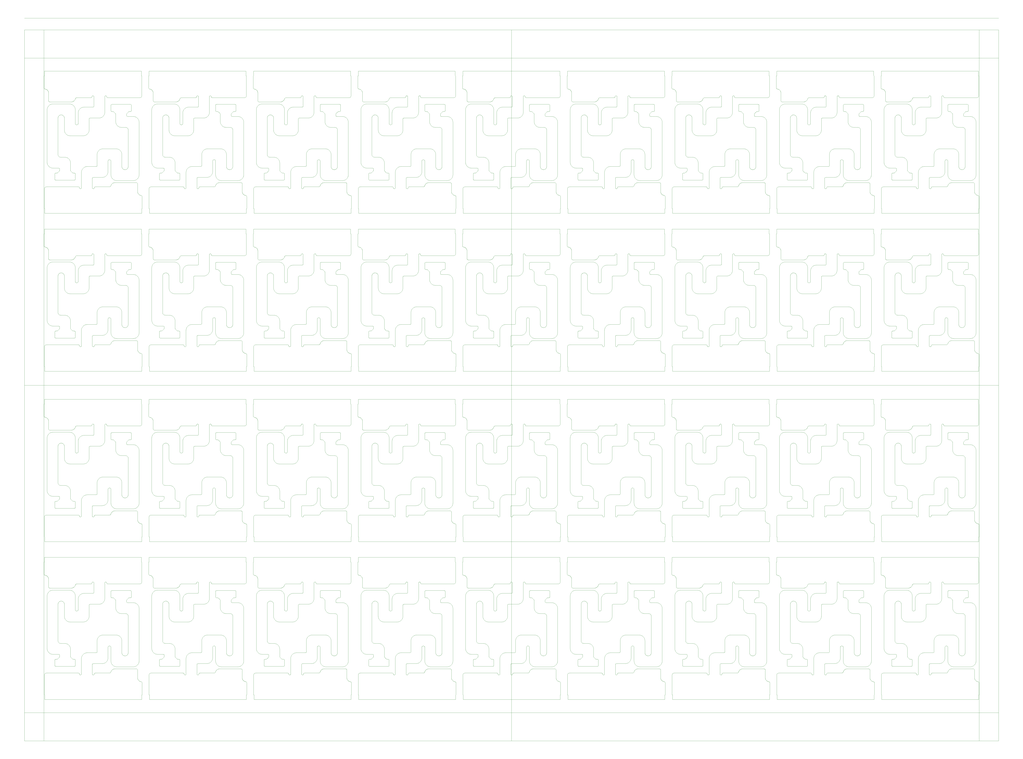
<source format=gbr>
G04 CAM350 V10.5 (Build 464) Date:  Thu Apr 06 16:04:54 2023 *
G04 Database: e:\luyen tap\2023\04 month\0406\m9005h03400-amb338eh01 main\m9005h03400-00(9).cam *
G04 Layer 1: outline *
%FSLAX44Y44*%
%MOMM*%
%SFA1.000B1.000*%

%MIA0B0*%
%IPPOS*%
%ADD100C,0.01000*%
%ADD101C,0.10000*%
%ADD102C,0.20000*%
%LNoutline*%
%LPD*%
G54D102*
X0Y0D03*
G54D101*
X-2500000Y1680000D02*
G01X2500000D01*
X-2500000Y-1680000D02*
G01X2500000D01*
X-2400000Y-1825000D02*
G01Y1825000D01*
X2400000Y-1825000D02*
G01Y1825000D01*
X0Y-1825000D02*
G01Y1825000D01*
X2500000D02*
G01X-2500000D01*
X2500000Y-1825000D02*
G01Y1825000D01*
X-2500000Y-1825000D02*
G01X2500000D01*
X-2500000Y1825000D02*
G01Y-1825000D01*
Y0D02*
G01X2500000D01*
Y1885000D02*
G01X-2500000D01*
G54D100*
X-2399811Y716989D02*
G01X-2399787Y716407D01*
X-2399714Y715828*
X-2399593Y715257*
X-2399425Y714697*
X-2399211Y714154*
X-2398953Y713631*
X-2398651Y713131*
X-2398310Y712657*
X-2397929Y712214*
X-2397514Y711804*
X-2397065Y711430*
X-2396587Y711095*
X-2396083Y710801*
X-2395556Y710550*
X-2395010Y710343*
X-2394449Y710183*
X-2393862Y710068*
X-2392181Y709741*
X-2390536Y709275*
X-2388935Y708674*
X-2387391Y707941*
X-2385912Y707082*
X-2384510Y706104*
X-2383195Y705011*
X-2381975Y703813*
X-2380860Y702517*
X-2379856Y701133*
X-2378971Y699670*
X-2378211Y698139*
X-2377581Y696549*
X-2377086Y694913*
X-2376729Y693241*
X-2376513Y691545*
X-2376439Y689801*
Y650902*
X-2376412Y650291*
X-2376332Y649685*
X-2376200Y649089*
X-2376016Y648507*
X-2375782Y647942*
X-2375500Y647401*
X-2375172Y646886*
X-2374800Y646401*
X-2374388Y645951*
X-2373937Y645539*
X-2373453Y645167*
X-2372938Y644839*
X-2372396Y644557*
X-2371832Y644324*
X-2371249Y644140*
X-2370653Y644008*
X-2370048Y643928*
X-2369439Y643902*
X-2261159*
X-2259178Y643987*
X-2257212Y644243*
X-2255276Y644667*
X-2253383Y645256*
X-2251548Y646006*
X-2249784Y646911*
X-2248105Y647965*
X-2246523Y649160*
X-2245049Y650486*
X-2243696Y651934*
X-2242472Y653493*
X-2241386Y655152*
X-2240448Y656899*
X-2239664Y658719*
X-2239026Y660647*
X-2238837Y661221*
X-2238599Y661775*
X-2238314Y662307*
X-2237985Y662813*
X-2237613Y663288*
X-2237202Y663730*
X-2236755Y664134*
X-2236274Y664499*
X-2235763Y664820*
X-2235227Y665097*
X-2234669Y665326*
X-2234093Y665506*
X-2233504Y665637*
X-2232906Y665716*
X-2232290Y665743*
X-2159054*
X-2158618Y665762*
X-2158186Y665819*
X-2157761Y665914*
X-2157345Y666045*
X-2156943Y666212*
X-2156556Y666413*
X-2156189Y666647*
X-2155843Y666912*
X-2155522Y667206*
X-2155227Y667527*
X-2154962Y667872*
X-2154727Y668239*
X-2154526Y668625*
X-2154358Y669028*
X-2154227Y669443*
X-2154132Y669868*
X-2154074Y670300*
X-2154054Y670740*
X-2154035Y671176*
X-2153978Y671607*
X-2153883Y672032*
X-2153752Y672448*
X-2153586Y672850*
X-2153385Y673237*
X-2153151Y673604*
X-2152886Y673950*
X-2152592Y674271*
X-2152272Y674566*
X-2151927Y674831*
X-2151560Y675066*
X-2151174Y675267*
X-2150772Y675435*
X-2150357Y675567*
X-2149932Y675662*
X-2149500Y675720*
X-2149065Y675740*
X-2148630Y675722*
X-2148198Y675666*
X-2147772Y675573*
X-2147357Y675444*
X-2146954Y675279*
X-2146567Y675079*
X-2146199Y674846*
X-2145852Y674582*
X-2145530Y674290*
X-2145234Y673970*
X-2144967Y673625*
X-2144732Y673259*
X-2144529Y672874*
X-2144360Y672472*
X-2144227Y672058*
X-2144131Y671633*
X-2144071Y671202*
X-2144050Y670742*
Y622449*
X-2144069Y622013*
X-2144126Y621581*
X-2144220Y621155*
X-2144351Y620739*
X-2144518Y620336*
X-2144720Y619949*
X-2144954Y619581*
X-2145220Y619235*
X-2145514Y618913*
X-2145836Y618619*
X-2146182Y618353*
X-2146550Y618119*
X-2146937Y617917*
X-2147340Y617750*
X-2147756Y617619*
X-2148182Y617525*
X-2148614Y617468*
X-2149050Y617449*
X-2194550*
X-2197159Y617335*
X-2199749Y616995*
X-2202299Y616431*
X-2204791Y615647*
X-2207205Y614649*
X-2209523Y613445*
X-2211727Y612044*
X-2213801Y610457*
X-2215730Y608695*
X-2217497Y606773*
X-2219091Y604703*
X-2220499Y602503*
X-2221710Y600189*
X-2222715Y597778*
X-2223507Y595289*
X-2224079Y592741*
X-2224428Y590152*
X-2224550Y587449*
Y533894*
X-2224578Y533240*
X-2224664Y532591*
X-2224805Y531953*
X-2225002Y531329*
X-2225253Y530724*
X-2225555Y530144*
X-2225906Y529592*
X-2226304Y529073*
X-2226747Y528591*
X-2227229Y528148*
X-2227748Y527750*
X-2228300Y527399*
X-2228880Y527096*
X-2229485Y526846*
X-2230109Y526649*
X-2230747Y526508*
X-2231396Y526422*
X-2232050Y526394*
X-2232703Y526422*
X-2233352Y526508*
X-2233991Y526649*
X-2234615Y526846*
X-2235219Y527096*
X-2235800Y527399*
X-2236352Y527750*
X-2236871Y528148*
X-2237353Y528591*
X-2237795Y529073*
X-2238193Y529592*
X-2238545Y530144*
X-2238847Y530724*
X-2239098Y531329*
X-2239294Y531953*
X-2239436Y532591*
X-2239521Y533240*
X-2239550Y533894*
Y603746*
X-2239664Y606360*
X-2240006Y608955*
X-2240572Y611510*
X-2241359Y614006*
X-2242361Y616424*
X-2243569Y618746*
X-2244975Y620953*
X-2246568Y623029*
X-2248337Y624959*
X-2250266Y626727*
X-2252343Y628320*
X-2254550Y629727*
X-2256871Y630935*
X-2259289Y631937*
X-2261785Y632724*
X-2264340Y633290*
X-2266935Y633632*
X-2269550Y633746*
X-2354104*
X-2356713Y633632*
X-2359303Y633292*
X-2361853Y632728*
X-2364345Y631944*
X-2366759Y630946*
X-2369077Y629742*
X-2371281Y628341*
X-2373355Y626754*
X-2375284Y624992*
X-2377051Y623070*
X-2378645Y621000*
X-2380053Y618800*
X-2381264Y616486*
X-2382269Y614075*
X-2383061Y611586*
X-2383633Y609038*
X-2383982Y606449*
X-2384104Y603746*
Y334496*
X-2383990Y331881*
X-2383648Y329286*
X-2383082Y326731*
X-2382295Y324235*
X-2381293Y321817*
X-2380085Y319496*
X-2378678Y317289*
X-2377085Y315212*
X-2375317Y313283*
X-2373387Y311514*
X-2371311Y309921*
X-2369104Y308515*
X-2366782Y307307*
X-2364364Y306305*
X-2361868Y305518*
X-2359313Y304952*
X-2356718Y304610*
X-2354104Y304496*
X-2325000*
X-2324564Y304477*
X-2324132Y304420*
X-2323706Y304325*
X-2323290Y304194*
X-2322887Y304027*
X-2322500Y303826*
X-2322132Y303592*
X-2321786Y303326*
X-2321464Y303031*
X-2321170Y302710*
X-2320904Y302364*
X-2320670Y301996*
X-2320468Y301609*
X-2320301Y301206*
X-2320170Y300790*
X-2320076Y300364*
X-2320019Y299932*
X-2320000Y299496*
Y292882*
X-2320019Y292447*
X-2320075Y292015*
X-2320170Y291590*
X-2320300Y291175*
X-2320466Y290773*
X-2320667Y290386*
X-2320901Y290019*
X-2321165Y289673*
X-2321462Y289348*
X-2330077Y280724*
X-2330365Y280458*
X-2330673Y280215*
X-2330999Y279996*
X-2331342Y279804*
X-2331698Y279640*
X-2332066Y279504*
X-2332444Y279397*
X-2332829Y279320*
X-2333219Y279273*
X-2333615Y279258*
X-2339248*
X-2339684Y279239*
X-2340116Y279182*
X-2340542Y279087*
X-2340958Y278956*
X-2341361Y278789*
X-2341748Y278588*
X-2342116Y278354*
X-2342462Y278088*
X-2342783Y277793*
X-2343078Y277472*
X-2343344Y277126*
X-2343578Y276758*
X-2343779Y276371*
X-2343946Y275968*
X-2344077Y275552*
X-2344172Y275126*
X-2344229Y274694*
X-2344248Y274258*
Y247258*
X-2344229Y246822*
X-2344172Y246390*
X-2344078Y245965*
X-2343947Y245550*
X-2343781Y245148*
X-2343580Y244762*
X-2343347Y244394*
X-2343082Y244049*
X-2342788Y243727*
X-2342468Y243433*
X-2342123Y243167*
X-2341756Y242932*
X-2341370Y242731*
X-2340969Y242563*
X-2340554Y242431*
X-2340129Y242336*
X-2339698Y242278*
X-2339248Y242258*
X-2244748*
X-2244313Y242277*
X-2243881Y242333*
X-2243456Y242428*
X-2243041Y242558*
X-2242639Y242724*
X-2242252Y242925*
X-2241885Y243159*
X-2241539Y243423*
X-2241218Y243717*
X-2240923Y244037*
X-2240658Y244382*
X-2240423Y244749*
X-2240221Y245134*
X-2240054Y245536*
X-2239922Y245951*
X-2239826Y246376*
X-2239768Y246807*
X-2239748Y247258*
Y274258*
X-2239767Y274694*
X-2239824Y275126*
X-2239918Y275552*
X-2240049Y275968*
X-2240216Y276371*
X-2240418Y276758*
X-2240652Y277126*
X-2240918Y277472*
X-2241212Y277793*
X-2241534Y278088*
X-2241880Y278354*
X-2242248Y278588*
X-2242635Y278789*
X-2243038Y278956*
X-2243454Y279087*
X-2243880Y279182*
X-2244312Y279239*
X-2244748Y279258*
X-2250381*
X-2250772Y279273*
X-2251162Y279319*
X-2251547Y279396*
X-2251925Y279502*
X-2252293Y279638*
X-2252650Y279802*
X-2252993Y279994*
X-2253319Y280212*
X-2253627Y280455*
X-2253918Y280724*
X-2262537Y289349*
X-2262831Y289670*
X-2263096Y290015*
X-2263330Y290383*
X-2263531Y290769*
X-2263697Y291171*
X-2263829Y291586*
X-2263923Y292011*
X-2263980Y292442*
X-2264000Y292883*
Y330496*
X-2264114Y333105*
X-2264454Y335695*
X-2265018Y338245*
X-2265802Y340737*
X-2266800Y343151*
X-2268003Y345469*
X-2269404Y347673*
X-2270992Y349747*
X-2272753Y351676*
X-2274676Y353443*
X-2276745Y355037*
X-2278945Y356445*
X-2281260Y357656*
X-2283670Y358661*
X-2286159Y359453*
X-2288708Y360025*
X-2291296Y360374*
X-2294000Y360496*
X-2315104*
X-2316235Y360545*
X-2317359Y360693*
X-2318466Y360938*
X-2319548Y361279*
X-2320596Y361713*
X-2321602Y362236*
X-2322558Y362846*
X-2323458Y363536*
X-2324295Y364302*
X-2325061Y365138*
X-2325751Y366037*
X-2326361Y366994*
X-2326885Y368000*
X-2327319Y369047*
X-2327660Y370129*
X-2327906Y371236*
X-2328054Y372361*
X-2328104Y373496*
Y561435*
X-2328042Y562850*
X-2327858Y564257*
X-2327551Y565643*
X-2327126Y566997*
X-2326584Y568308*
X-2325930Y569568*
X-2325169Y570766*
X-2324307Y571893*
X-2323350Y572941*
X-2322305Y573902*
X-2321181Y574768*
X-2319986Y575533*
X-2318729Y576191*
X-2317419Y576738*
X-2316067Y577168*
X-2314682Y577479*
X-2313275Y577669*
X-2311827Y577735*
X-2310407Y577671*
X-2309000Y577484*
X-2307615Y577175*
X-2306262Y576747*
X-2304951Y576203*
X-2303692Y575547*
X-2302496Y574784*
X-2301370Y573920*
X-2300324Y572961*
X-2299365Y571915*
X-2298501Y570789*
X-2297738Y569593*
X-2297082Y568334*
X-2296538Y567023*
X-2296110Y565670*
X-2295801Y564285*
X-2295614Y562878*
X-2295550Y561435*
Y500399*
X-2295436Y497789*
X-2295095Y495195*
X-2294529Y492639*
X-2293742Y490143*
X-2292741Y487725*
X-2291533Y485403*
X-2290127Y483196*
X-2288535Y481119*
X-2286767Y479189*
X-2284837Y477421*
X-2282761Y475827*
X-2280554Y474421*
X-2278233Y473212*
X-2275815Y472210*
X-2273319Y471422*
X-2270764Y470855*
X-2268170Y470513*
X-2265550Y470399*
X-2198553*
X-2195938Y470513*
X-2193343Y470855*
X-2190788Y471421*
X-2188292Y472208*
X-2185874Y473210*
X-2183553Y474418*
X-2181346Y475824*
X-2179269Y477417*
X-2177340Y479186*
X-2175571Y481115*
X-2173978Y483192*
X-2172572Y485399*
X-2171364Y487720*
X-2170362Y490138*
X-2169575Y492634*
X-2169009Y495189*
X-2168667Y497784*
X-2168553Y500399*
Y556446*
X-2168534Y556882*
X-2168477Y557315*
X-2168382Y557741*
X-2168251Y558157*
X-2168084Y558560*
X-2167883Y558947*
X-2167648Y559314*
X-2167382Y559660*
X-2167088Y559982*
X-2166766Y560277*
X-2166420Y560542*
X-2166052Y560776*
X-2165665Y560978*
X-2165262Y561145*
X-2164846Y561276*
X-2164420Y561370*
X-2163988Y561427*
X-2163553Y561446*
X-2118054*
X-2115439Y561560*
X-2112844Y561902*
X-2110289Y562468*
X-2107793Y563255*
X-2105375Y564257*
X-2103054Y565465*
X-2100847Y566871*
X-2098770Y568464*
X-2096841Y570233*
X-2095072Y572162*
X-2093479Y574239*
X-2092073Y576446*
X-2090865Y578767*
X-2089863Y581185*
X-2089076Y583681*
X-2088510Y586236*
X-2088168Y588831*
X-2088054Y591446*
Y670742*
X-2088035Y671177*
X-2087978Y671609*
X-2087884Y672035*
X-2087753Y672451*
X-2087586Y672854*
X-2087384Y673241*
X-2087150Y673609*
X-2086885Y673955*
X-2086590Y674277*
X-2086268Y674571*
X-2085922Y674837*
X-2085555Y675071*
X-2085168Y675273*
X-2084765Y675440*
X-2084349Y675571*
X-2083923Y675666*
X-2083490Y675723*
X-2083054Y675742*
X-2082618Y675723*
X-2082186Y675666*
X-2081760Y675571*
X-2081344Y675440*
X-2080941Y675273*
X-2080554Y675072*
X-2080186Y674838*
X-2079840Y674572*
X-2079518Y674277*
X-2079224Y673956*
X-2078958Y673610*
X-2078724Y673242*
X-2078522Y672855*
X-2078355Y672452*
X-2078224Y672036*
X-2078130Y671610*
X-2078073Y671178*
X-2078054Y670742*
X-2078034Y670306*
X-2077977Y669874*
X-2077882Y669449*
X-2077751Y669033*
X-2077584Y668631*
X-2077383Y668244*
X-2077149Y667876*
X-2076883Y667531*
X-2076589Y667209*
X-2076268Y666915*
X-2075922Y666649*
X-2075555Y666415*
X-2075168Y666213*
X-2074766Y666046*
X-2074350Y665914*
X-2073925Y665819*
X-2073493Y665762*
X-2073054Y665742*
X-1908187Y665743*
X-1907315Y665781*
X-1906452Y665894*
X-1905602Y666083*
X-1904772Y666344*
X-1903967Y666677*
X-1903194Y667078*
X-1902460Y667545*
X-1901768Y668075*
X-1901126Y668662*
X-1900536Y669303*
X-1900005Y669993*
X-1899536Y670726*
X-1899133Y671498*
X-1898798Y672301*
X-1898534Y673131*
X-1898343Y673981*
X-1898227Y674843*
X-1898187Y675743*
Y775754*
X-1898198Y776006*
X-1898230Y776255*
X-1898283Y776502*
X-1898356Y776743*
X-1898449Y776977*
X-1898561Y777202*
X-1898691Y777417*
X-1898840Y777621*
X-1899004Y777812*
X-1899187Y777990*
X-1899367Y778166*
X-1899532Y778356*
X-1899681Y778559*
X-1899812Y778774*
X-1899924Y778999*
X-1900018Y779233*
X-1900091Y779474*
X-1900144Y779720*
X-1900176Y779970*
X-1900187Y780226*
Y801975*
X-2397811*
Y780215*
X-2397821Y779963*
X-2397853Y779713*
X-2397905Y779467*
X-2397978Y779226*
X-2398071Y778992*
X-2398183Y778767*
X-2398314Y778552*
X-2398462Y778348*
X-2398627Y778158*
X-2398811Y777979*
X-2398991Y777803*
X-2399155Y777612*
X-2399303Y777409*
X-2399434Y777194*
X-2399546Y776968*
X-2399640Y776734*
X-2399713Y776494*
X-2399766Y776248*
X-2399799Y775998*
X-2399811Y775743*
Y716989*
X-1862811D02*
G01X-1862787Y716407D01*
X-1862714Y715828*
X-1862593Y715257*
X-1862425Y714697*
X-1862211Y714154*
X-1861953Y713631*
X-1861651Y713131*
X-1861310Y712657*
X-1860929Y712214*
X-1860514Y711804*
X-1860065Y711430*
X-1859587Y711095*
X-1859083Y710801*
X-1858556Y710550*
X-1858010Y710343*
X-1857449Y710183*
X-1856862Y710068*
X-1855181Y709741*
X-1853536Y709275*
X-1851935Y708674*
X-1850391Y707941*
X-1848912Y707082*
X-1847510Y706104*
X-1846195Y705011*
X-1844975Y703813*
X-1843860Y702517*
X-1842856Y701133*
X-1841971Y699670*
X-1841211Y698139*
X-1840581Y696549*
X-1840086Y694913*
X-1839729Y693241*
X-1839513Y691545*
X-1839439Y689801*
Y650902*
X-1839412Y650291*
X-1839332Y649685*
X-1839200Y649089*
X-1839016Y648507*
X-1838782Y647942*
X-1838500Y647401*
X-1838172Y646886*
X-1837800Y646401*
X-1837388Y645951*
X-1836937Y645539*
X-1836453Y645167*
X-1835938Y644839*
X-1835396Y644557*
X-1834832Y644324*
X-1834249Y644140*
X-1833653Y644008*
X-1833048Y643928*
X-1832439Y643902*
X-1724159*
X-1722178Y643987*
X-1720212Y644243*
X-1718276Y644667*
X-1716383Y645256*
X-1714548Y646006*
X-1712784Y646911*
X-1711105Y647965*
X-1709523Y649160*
X-1708049Y650486*
X-1706696Y651934*
X-1705472Y653493*
X-1704386Y655152*
X-1703448Y656899*
X-1702664Y658719*
X-1702026Y660647*
X-1701837Y661221*
X-1701599Y661775*
X-1701314Y662307*
X-1700985Y662813*
X-1700613Y663288*
X-1700202Y663730*
X-1699755Y664134*
X-1699274Y664499*
X-1698763Y664820*
X-1698227Y665097*
X-1697669Y665326*
X-1697093Y665506*
X-1696504Y665637*
X-1695906Y665716*
X-1695290Y665743*
X-1622054*
X-1621618Y665762*
X-1621186Y665819*
X-1620761Y665914*
X-1620345Y666045*
X-1619943Y666212*
X-1619556Y666413*
X-1619189Y666647*
X-1618843Y666912*
X-1618522Y667206*
X-1618227Y667527*
X-1617962Y667872*
X-1617727Y668239*
X-1617526Y668625*
X-1617358Y669028*
X-1617227Y669443*
X-1617132Y669868*
X-1617074Y670300*
X-1617054Y670740*
X-1617035Y671176*
X-1616978Y671607*
X-1616883Y672032*
X-1616752Y672448*
X-1616586Y672850*
X-1616385Y673237*
X-1616151Y673604*
X-1615886Y673950*
X-1615592Y674271*
X-1615272Y674566*
X-1614927Y674831*
X-1614560Y675066*
X-1614174Y675267*
X-1613772Y675435*
X-1613357Y675567*
X-1612932Y675662*
X-1612500Y675720*
X-1612065Y675740*
X-1611630Y675722*
X-1611198Y675666*
X-1610772Y675573*
X-1610357Y675444*
X-1609954Y675279*
X-1609567Y675079*
X-1609199Y674846*
X-1608852Y674582*
X-1608530Y674290*
X-1608234Y673970*
X-1607967Y673625*
X-1607732Y673259*
X-1607529Y672874*
X-1607360Y672472*
X-1607227Y672058*
X-1607131Y671633*
X-1607071Y671202*
X-1607050Y670742*
Y622449*
X-1607069Y622013*
X-1607126Y621581*
X-1607220Y621155*
X-1607351Y620739*
X-1607518Y620336*
X-1607720Y619949*
X-1607954Y619581*
X-1608220Y619235*
X-1608514Y618913*
X-1608836Y618619*
X-1609182Y618353*
X-1609550Y618119*
X-1609937Y617917*
X-1610340Y617750*
X-1610756Y617619*
X-1611182Y617525*
X-1611614Y617468*
X-1612050Y617449*
X-1657550*
X-1660159Y617335*
X-1662749Y616995*
X-1665299Y616431*
X-1667791Y615647*
X-1670205Y614649*
X-1672523Y613445*
X-1674727Y612044*
X-1676801Y610457*
X-1678730Y608695*
X-1680497Y606773*
X-1682091Y604703*
X-1683499Y602503*
X-1684710Y600189*
X-1685715Y597778*
X-1686507Y595289*
X-1687079Y592741*
X-1687428Y590152*
X-1687550Y587449*
Y533894*
X-1687578Y533240*
X-1687664Y532591*
X-1687805Y531953*
X-1688002Y531329*
X-1688253Y530724*
X-1688555Y530144*
X-1688906Y529592*
X-1689304Y529073*
X-1689747Y528591*
X-1690229Y528148*
X-1690748Y527750*
X-1691300Y527399*
X-1691880Y527096*
X-1692485Y526846*
X-1693109Y526649*
X-1693747Y526508*
X-1694396Y526422*
X-1695050Y526394*
X-1695703Y526422*
X-1696352Y526508*
X-1696991Y526649*
X-1697615Y526846*
X-1698219Y527096*
X-1698800Y527399*
X-1699352Y527750*
X-1699871Y528148*
X-1700353Y528591*
X-1700795Y529073*
X-1701193Y529592*
X-1701545Y530144*
X-1701847Y530724*
X-1702098Y531329*
X-1702294Y531953*
X-1702436Y532591*
X-1702521Y533240*
X-1702550Y533894*
Y603746*
X-1702664Y606360*
X-1703006Y608955*
X-1703572Y611510*
X-1704359Y614006*
X-1705361Y616424*
X-1706569Y618746*
X-1707975Y620953*
X-1709568Y623029*
X-1711337Y624959*
X-1713266Y626727*
X-1715343Y628320*
X-1717550Y629727*
X-1719871Y630935*
X-1722289Y631937*
X-1724785Y632724*
X-1727340Y633290*
X-1729935Y633632*
X-1732550Y633746*
X-1817104*
X-1819713Y633632*
X-1822303Y633292*
X-1824853Y632728*
X-1827345Y631944*
X-1829759Y630946*
X-1832077Y629742*
X-1834281Y628341*
X-1836355Y626754*
X-1838284Y624992*
X-1840051Y623070*
X-1841645Y621000*
X-1843053Y618800*
X-1844264Y616486*
X-1845269Y614075*
X-1846061Y611586*
X-1846633Y609038*
X-1846982Y606449*
X-1847104Y603746*
Y334496*
X-1846990Y331881*
X-1846648Y329286*
X-1846082Y326731*
X-1845295Y324235*
X-1844293Y321817*
X-1843085Y319496*
X-1841678Y317289*
X-1840085Y315212*
X-1838317Y313283*
X-1836387Y311514*
X-1834311Y309921*
X-1832104Y308515*
X-1829782Y307307*
X-1827364Y306305*
X-1824868Y305518*
X-1822313Y304952*
X-1819718Y304610*
X-1817104Y304496*
X-1788000*
X-1787564Y304477*
X-1787132Y304420*
X-1786706Y304325*
X-1786290Y304194*
X-1785887Y304027*
X-1785500Y303826*
X-1785132Y303592*
X-1784786Y303326*
X-1784464Y303031*
X-1784170Y302710*
X-1783904Y302364*
X-1783670Y301996*
X-1783468Y301609*
X-1783301Y301206*
X-1783170Y300790*
X-1783076Y300364*
X-1783019Y299932*
X-1783000Y299496*
Y292882*
X-1783019Y292447*
X-1783075Y292015*
X-1783170Y291590*
X-1783300Y291175*
X-1783466Y290773*
X-1783667Y290386*
X-1783901Y290019*
X-1784165Y289673*
X-1784462Y289348*
X-1793077Y280724*
X-1793365Y280458*
X-1793673Y280215*
X-1793999Y279996*
X-1794342Y279804*
X-1794698Y279640*
X-1795066Y279504*
X-1795444Y279397*
X-1795829Y279320*
X-1796219Y279273*
X-1796615Y279258*
X-1802248*
X-1802684Y279239*
X-1803116Y279182*
X-1803542Y279087*
X-1803958Y278956*
X-1804361Y278789*
X-1804748Y278588*
X-1805116Y278354*
X-1805462Y278088*
X-1805783Y277793*
X-1806078Y277472*
X-1806344Y277126*
X-1806578Y276758*
X-1806779Y276371*
X-1806946Y275968*
X-1807077Y275552*
X-1807172Y275126*
X-1807229Y274694*
X-1807248Y274258*
Y247258*
X-1807229Y246822*
X-1807172Y246390*
X-1807078Y245965*
X-1806947Y245550*
X-1806781Y245148*
X-1806580Y244762*
X-1806347Y244394*
X-1806082Y244049*
X-1805788Y243727*
X-1805468Y243433*
X-1805123Y243167*
X-1804756Y242932*
X-1804370Y242731*
X-1803969Y242563*
X-1803554Y242431*
X-1803129Y242336*
X-1802698Y242278*
X-1802248Y242258*
X-1707748*
X-1707313Y242277*
X-1706881Y242333*
X-1706456Y242428*
X-1706041Y242558*
X-1705639Y242724*
X-1705252Y242925*
X-1704885Y243159*
X-1704539Y243423*
X-1704218Y243717*
X-1703923Y244037*
X-1703658Y244382*
X-1703423Y244749*
X-1703221Y245134*
X-1703054Y245536*
X-1702922Y245951*
X-1702826Y246376*
X-1702768Y246807*
X-1702748Y247258*
Y274258*
X-1702767Y274694*
X-1702824Y275126*
X-1702918Y275552*
X-1703049Y275968*
X-1703216Y276371*
X-1703418Y276758*
X-1703652Y277126*
X-1703918Y277472*
X-1704212Y277793*
X-1704534Y278088*
X-1704880Y278354*
X-1705248Y278588*
X-1705635Y278789*
X-1706038Y278956*
X-1706454Y279087*
X-1706880Y279182*
X-1707312Y279239*
X-1707748Y279258*
X-1713381*
X-1713772Y279273*
X-1714162Y279319*
X-1714547Y279396*
X-1714925Y279502*
X-1715293Y279638*
X-1715650Y279802*
X-1715993Y279994*
X-1716319Y280212*
X-1716627Y280455*
X-1716918Y280724*
X-1725537Y289349*
X-1725831Y289670*
X-1726096Y290015*
X-1726330Y290383*
X-1726531Y290769*
X-1726697Y291171*
X-1726829Y291586*
X-1726923Y292011*
X-1726980Y292442*
X-1727000Y292883*
Y330496*
X-1727114Y333105*
X-1727454Y335695*
X-1728018Y338245*
X-1728802Y340737*
X-1729800Y343151*
X-1731003Y345469*
X-1732404Y347673*
X-1733992Y349747*
X-1735753Y351676*
X-1737676Y353443*
X-1739745Y355037*
X-1741945Y356445*
X-1744260Y357656*
X-1746670Y358661*
X-1749159Y359453*
X-1751708Y360025*
X-1754296Y360374*
X-1757000Y360496*
X-1778104*
X-1779235Y360545*
X-1780359Y360693*
X-1781466Y360938*
X-1782548Y361279*
X-1783596Y361713*
X-1784602Y362236*
X-1785558Y362846*
X-1786458Y363536*
X-1787295Y364302*
X-1788061Y365138*
X-1788751Y366037*
X-1789361Y366994*
X-1789885Y368000*
X-1790319Y369047*
X-1790660Y370129*
X-1790906Y371236*
X-1791054Y372361*
X-1791104Y373496*
Y561435*
X-1791042Y562853*
X-1790857Y564260*
X-1790551Y565646*
X-1790125Y566999*
X-1789583Y568311*
X-1788929Y569570*
X-1788167Y570768*
X-1787305Y571895*
X-1786348Y572943*
X-1785303Y573903*
X-1784179Y574769*
X-1782983Y575534*
X-1781726Y576192*
X-1780416Y576738*
X-1779064Y577169*
X-1777679Y577480*
X-1776273Y577669*
X-1774827Y577735*
X-1773407Y577671*
X-1772000Y577484*
X-1770615Y577175*
X-1769262Y576747*
X-1767951Y576203*
X-1766692Y575547*
X-1765496Y574784*
X-1764370Y573920*
X-1763324Y572961*
X-1762365Y571915*
X-1761501Y570789*
X-1760738Y569593*
X-1760082Y568334*
X-1759538Y567023*
X-1759110Y565670*
X-1758801Y564285*
X-1758614Y562878*
X-1758550Y561435*
Y500399*
X-1758436Y497789*
X-1758095Y495195*
X-1757529Y492639*
X-1756742Y490143*
X-1755741Y487725*
X-1754533Y485403*
X-1753127Y483196*
X-1751535Y481119*
X-1749767Y479189*
X-1747837Y477421*
X-1745761Y475827*
X-1743554Y474421*
X-1741233Y473212*
X-1738815Y472210*
X-1736319Y471422*
X-1733764Y470855*
X-1731170Y470513*
X-1728550Y470399*
X-1661553*
X-1658933Y470513*
X-1656338Y470855*
X-1653783Y471422*
X-1651287Y472210*
X-1648870Y473212*
X-1646548Y474421*
X-1644341Y475827*
X-1642265Y477421*
X-1640336Y479189*
X-1638568Y481119*
X-1636975Y483196*
X-1635569Y485403*
X-1634361Y487725*
X-1633360Y490143*
X-1632574Y492639*
X-1632008Y495195*
X-1631667Y497789*
X-1631553Y500399*
Y556446*
X-1631534Y556882*
X-1631477Y557315*
X-1631382Y557741*
X-1631251Y558157*
X-1631084Y558560*
X-1630883Y558947*
X-1630648Y559314*
X-1630382Y559660*
X-1630088Y559982*
X-1629766Y560277*
X-1629420Y560542*
X-1629052Y560776*
X-1628665Y560978*
X-1628262Y561145*
X-1627846Y561276*
X-1627420Y561370*
X-1626988Y561427*
X-1626553Y561446*
X-1581054*
X-1578439Y561560*
X-1575844Y561902*
X-1573289Y562468*
X-1570793Y563255*
X-1568375Y564257*
X-1566054Y565465*
X-1563847Y566871*
X-1561770Y568464*
X-1559841Y570233*
X-1558072Y572162*
X-1556479Y574239*
X-1555073Y576446*
X-1553865Y578767*
X-1552863Y581185*
X-1552076Y583681*
X-1551510Y586236*
X-1551168Y588831*
X-1551054Y591446*
Y670742*
X-1551035Y671177*
X-1550978Y671609*
X-1550884Y672035*
X-1550753Y672451*
X-1550586Y672854*
X-1550384Y673241*
X-1550150Y673609*
X-1549885Y673955*
X-1549590Y674277*
X-1549268Y674571*
X-1548922Y674837*
X-1548555Y675071*
X-1548168Y675273*
X-1547765Y675440*
X-1547349Y675571*
X-1546923Y675666*
X-1546490Y675723*
X-1546054Y675742*
X-1545618Y675723*
X-1545186Y675666*
X-1544760Y675571*
X-1544344Y675440*
X-1543941Y675273*
X-1543554Y675072*
X-1543186Y674838*
X-1542840Y674572*
X-1542518Y674277*
X-1542224Y673956*
X-1541958Y673610*
X-1541724Y673242*
X-1541522Y672855*
X-1541355Y672452*
X-1541224Y672036*
X-1541130Y671610*
X-1541073Y671178*
X-1541054Y670742*
X-1541034Y670306*
X-1540977Y669874*
X-1540882Y669449*
X-1540751Y669033*
X-1540584Y668631*
X-1540383Y668244*
X-1540148Y667876*
X-1539883Y667531*
X-1539589Y667209*
X-1539268Y666915*
X-1538922Y666649*
X-1538555Y666415*
X-1538168Y666213*
X-1537766Y666046*
X-1537350Y665914*
X-1536925Y665819*
X-1536493Y665762*
X-1536054Y665742*
X-1371187Y665743*
X-1370315Y665781*
X-1369452Y665894*
X-1368602Y666083*
X-1367772Y666344*
X-1366967Y666677*
X-1366194Y667078*
X-1365460Y667545*
X-1364768Y668075*
X-1364126Y668662*
X-1363536Y669303*
X-1363005Y669993*
X-1362536Y670726*
X-1362133Y671498*
X-1361798Y672301*
X-1361534Y673131*
X-1361343Y673981*
X-1361227Y674843*
X-1361187Y675743*
Y775754*
X-1361198Y776006*
X-1361230Y776255*
X-1361283Y776502*
X-1361356Y776743*
X-1361449Y776977*
X-1361561Y777202*
X-1361691Y777417*
X-1361840Y777621*
X-1362004Y777812*
X-1362187Y777990*
X-1362367Y778166*
X-1362532Y778356*
X-1362681Y778559*
X-1362812Y778774*
X-1362924Y778999*
X-1363018Y779233*
X-1363091Y779474*
X-1363144Y779720*
X-1363176Y779970*
X-1363187Y780226*
Y801975*
X-1860811*
Y780215*
X-1860821Y779963*
X-1860853Y779713*
X-1860905Y779467*
X-1860978Y779226*
X-1861071Y778992*
X-1861183Y778767*
X-1861314Y778552*
X-1861462Y778348*
X-1861627Y778158*
X-1861811Y777979*
X-1861991Y777803*
X-1862155Y777612*
X-1862303Y777409*
X-1862434Y777194*
X-1862546Y776968*
X-1862640Y776734*
X-1862713Y776494*
X-1862766Y776248*
X-1862799Y775998*
X-1862811Y775743*
Y716989*
X-1325811D02*
G01X-1325787Y716407D01*
X-1325714Y715828*
X-1325593Y715257*
X-1325425Y714697*
X-1325211Y714154*
X-1324953Y713631*
X-1324651Y713131*
X-1324310Y712657*
X-1323929Y712214*
X-1323514Y711804*
X-1323065Y711430*
X-1322587Y711095*
X-1322083Y710801*
X-1321556Y710550*
X-1321010Y710343*
X-1320449Y710183*
X-1319862Y710068*
X-1318181Y709741*
X-1316536Y709275*
X-1314935Y708674*
X-1313391Y707941*
X-1311912Y707082*
X-1310510Y706104*
X-1309195Y705011*
X-1307975Y703813*
X-1306860Y702517*
X-1305856Y701133*
X-1304971Y699670*
X-1304211Y698139*
X-1303581Y696549*
X-1303086Y694913*
X-1302729Y693241*
X-1302513Y691545*
X-1302439Y689801*
Y650902*
X-1302412Y650291*
X-1302332Y649685*
X-1302200Y649089*
X-1302016Y648507*
X-1301782Y647942*
X-1301500Y647401*
X-1301172Y646886*
X-1300800Y646401*
X-1300388Y645951*
X-1299937Y645539*
X-1299453Y645167*
X-1298938Y644839*
X-1298396Y644557*
X-1297832Y644324*
X-1297249Y644140*
X-1296653Y644008*
X-1296048Y643928*
X-1295439Y643902*
X-1187159*
X-1185178Y643987*
X-1183212Y644243*
X-1181276Y644667*
X-1179383Y645256*
X-1177548Y646006*
X-1175784Y646911*
X-1174105Y647965*
X-1172523Y649160*
X-1171049Y650486*
X-1169696Y651934*
X-1168472Y653493*
X-1167386Y655152*
X-1166448Y656899*
X-1165664Y658719*
X-1165026Y660647*
X-1164837Y661221*
X-1164599Y661775*
X-1164314Y662307*
X-1163985Y662813*
X-1163613Y663288*
X-1163202Y663730*
X-1162755Y664134*
X-1162274Y664499*
X-1161763Y664820*
X-1161227Y665097*
X-1160669Y665326*
X-1160093Y665506*
X-1159504Y665637*
X-1158906Y665716*
X-1158290Y665743*
X-1085054*
X-1084618Y665762*
X-1084186Y665819*
X-1083761Y665914*
X-1083345Y666045*
X-1082943Y666212*
X-1082556Y666413*
X-1082189Y666647*
X-1081843Y666912*
X-1081522Y667206*
X-1081227Y667527*
X-1080962Y667872*
X-1080727Y668239*
X-1080526Y668625*
X-1080358Y669028*
X-1080227Y669443*
X-1080132Y669868*
X-1080074Y670300*
X-1080054Y670740*
X-1080035Y671176*
X-1079978Y671607*
X-1079883Y672032*
X-1079752Y672448*
X-1079586Y672850*
X-1079385Y673237*
X-1079151Y673604*
X-1078886Y673950*
X-1078592Y674271*
X-1078272Y674566*
X-1077927Y674831*
X-1077560Y675066*
X-1077174Y675267*
X-1076772Y675435*
X-1076357Y675567*
X-1075932Y675662*
X-1075500Y675720*
X-1075065Y675740*
X-1074630Y675722*
X-1074198Y675666*
X-1073772Y675573*
X-1073357Y675444*
X-1072954Y675279*
X-1072567Y675079*
X-1072199Y674846*
X-1071852Y674582*
X-1071530Y674290*
X-1071234Y673970*
X-1070967Y673625*
X-1070732Y673259*
X-1070529Y672874*
X-1070360Y672472*
X-1070227Y672058*
X-1070131Y671633*
X-1070071Y671202*
X-1070050Y670742*
Y622449*
X-1070069Y622013*
X-1070126Y621581*
X-1070220Y621155*
X-1070351Y620739*
X-1070518Y620336*
X-1070720Y619949*
X-1070954Y619581*
X-1071220Y619235*
X-1071514Y618913*
X-1071836Y618619*
X-1072182Y618353*
X-1072550Y618119*
X-1072937Y617917*
X-1073340Y617750*
X-1073756Y617619*
X-1074182Y617525*
X-1074614Y617468*
X-1075050Y617449*
X-1120550*
X-1123159Y617335*
X-1125749Y616995*
X-1128299Y616431*
X-1130791Y615647*
X-1133205Y614649*
X-1135523Y613445*
X-1137727Y612044*
X-1139801Y610457*
X-1141730Y608695*
X-1143497Y606773*
X-1145091Y604703*
X-1146499Y602503*
X-1147710Y600189*
X-1148715Y597778*
X-1149507Y595289*
X-1150079Y592741*
X-1150428Y590152*
X-1150550Y587449*
Y533894*
X-1150578Y533240*
X-1150664Y532591*
X-1150805Y531953*
X-1151002Y531329*
X-1151253Y530724*
X-1151555Y530144*
X-1151906Y529592*
X-1152304Y529073*
X-1152747Y528591*
X-1153229Y528148*
X-1153748Y527750*
X-1154300Y527399*
X-1154880Y527096*
X-1155485Y526846*
X-1156109Y526649*
X-1156747Y526508*
X-1157396Y526422*
X-1158050Y526394*
X-1158703Y526422*
X-1159352Y526508*
X-1159991Y526649*
X-1160615Y526846*
X-1161219Y527096*
X-1161800Y527399*
X-1162352Y527750*
X-1162871Y528148*
X-1163353Y528591*
X-1163795Y529073*
X-1164193Y529592*
X-1164545Y530144*
X-1164847Y530724*
X-1165098Y531329*
X-1165294Y531953*
X-1165436Y532591*
X-1165521Y533240*
X-1165550Y533894*
Y603746*
X-1165664Y606360*
X-1166006Y608955*
X-1166572Y611510*
X-1167359Y614006*
X-1168361Y616424*
X-1169569Y618746*
X-1170975Y620953*
X-1172568Y623029*
X-1174337Y624959*
X-1176266Y626727*
X-1178343Y628320*
X-1180550Y629727*
X-1182871Y630935*
X-1185289Y631937*
X-1187785Y632724*
X-1190340Y633290*
X-1192935Y633632*
X-1195550Y633746*
X-1280104*
X-1282713Y633632*
X-1285303Y633292*
X-1287853Y632728*
X-1290345Y631944*
X-1292759Y630946*
X-1295077Y629742*
X-1297281Y628341*
X-1299355Y626754*
X-1301284Y624992*
X-1303051Y623070*
X-1304645Y621000*
X-1306053Y618800*
X-1307264Y616486*
X-1308269Y614075*
X-1309061Y611586*
X-1309633Y609038*
X-1309982Y606449*
X-1310104Y603746*
Y334496*
X-1309990Y331886*
X-1309649Y329292*
X-1309083Y326736*
X-1308296Y324240*
X-1307295Y321822*
X-1306087Y319500*
X-1304681Y317293*
X-1303089Y315216*
X-1301321Y313286*
X-1299391Y311518*
X-1297315Y309924*
X-1295108Y308518*
X-1292787Y307309*
X-1290369Y306307*
X-1287873Y305519*
X-1285318Y304952*
X-1282724Y304610*
X-1280104Y304496*
X-1251000*
X-1250564Y304477*
X-1250132Y304420*
X-1249706Y304325*
X-1249290Y304194*
X-1248887Y304027*
X-1248500Y303826*
X-1248132Y303592*
X-1247786Y303326*
X-1247464Y303031*
X-1247170Y302710*
X-1246904Y302364*
X-1246670Y301996*
X-1246468Y301609*
X-1246301Y301206*
X-1246170Y300790*
X-1246076Y300364*
X-1246019Y299932*
X-1246000Y299496*
Y292882*
X-1246019Y292447*
X-1246075Y292015*
X-1246170Y291590*
X-1246300Y291175*
X-1246466Y290773*
X-1246667Y290386*
X-1246901Y290019*
X-1247165Y289673*
X-1247462Y289348*
X-1256077Y280724*
X-1256365Y280458*
X-1256673Y280215*
X-1256999Y279996*
X-1257342Y279804*
X-1257698Y279640*
X-1258066Y279504*
X-1258444Y279397*
X-1258829Y279320*
X-1259219Y279273*
X-1259615Y279258*
X-1265248*
X-1265684Y279239*
X-1266116Y279182*
X-1266542Y279087*
X-1266958Y278956*
X-1267361Y278789*
X-1267748Y278588*
X-1268116Y278354*
X-1268462Y278088*
X-1268783Y277793*
X-1269078Y277472*
X-1269344Y277126*
X-1269578Y276758*
X-1269779Y276371*
X-1269946Y275968*
X-1270077Y275552*
X-1270172Y275126*
X-1270229Y274694*
X-1270248Y274258*
Y247258*
X-1270229Y246822*
X-1270172Y246390*
X-1270078Y245965*
X-1269947Y245550*
X-1269781Y245148*
X-1269580Y244762*
X-1269347Y244394*
X-1269082Y244049*
X-1268788Y243727*
X-1268468Y243433*
X-1268123Y243167*
X-1267756Y242932*
X-1267370Y242731*
X-1266969Y242563*
X-1266554Y242431*
X-1266129Y242336*
X-1265698Y242278*
X-1265248Y242258*
X-1170748*
X-1170313Y242277*
X-1169881Y242333*
X-1169456Y242428*
X-1169041Y242558*
X-1168639Y242724*
X-1168252Y242925*
X-1167885Y243159*
X-1167539Y243423*
X-1167218Y243717*
X-1166923Y244037*
X-1166658Y244382*
X-1166423Y244749*
X-1166221Y245134*
X-1166054Y245536*
X-1165922Y245951*
X-1165826Y246376*
X-1165768Y246807*
X-1165748Y247258*
Y274258*
X-1165767Y274694*
X-1165824Y275126*
X-1165918Y275552*
X-1166049Y275968*
X-1166216Y276371*
X-1166418Y276758*
X-1166652Y277126*
X-1166918Y277472*
X-1167212Y277793*
X-1167534Y278088*
X-1167880Y278354*
X-1168248Y278588*
X-1168635Y278789*
X-1169038Y278956*
X-1169454Y279087*
X-1169880Y279182*
X-1170312Y279239*
X-1170748Y279258*
X-1176381*
X-1176773Y279273*
X-1177163Y279319*
X-1177548Y279396*
X-1177926Y279503*
X-1178294Y279638*
X-1178651Y279803*
X-1178993Y279995*
X-1179320Y280213*
X-1179628Y280456*
X-1179918Y280724*
X-1188537Y289349*
X-1188831Y289670*
X-1189096Y290015*
X-1189330Y290383*
X-1189531Y290769*
X-1189697Y291171*
X-1189829Y291586*
X-1189923Y292011*
X-1189980Y292442*
X-1190000Y292883*
Y330496*
X-1190114Y333105*
X-1190454Y335695*
X-1191018Y338245*
X-1191802Y340737*
X-1192800Y343151*
X-1194003Y345469*
X-1195404Y347673*
X-1196992Y349747*
X-1198753Y351676*
X-1200676Y353443*
X-1202745Y355037*
X-1204945Y356445*
X-1207260Y357656*
X-1209670Y358661*
X-1212159Y359453*
X-1214708Y360025*
X-1217296Y360374*
X-1220000Y360496*
X-1241104*
X-1242235Y360545*
X-1243359Y360693*
X-1244466Y360938*
X-1245548Y361279*
X-1246596Y361713*
X-1247602Y362236*
X-1248558Y362846*
X-1249458Y363536*
X-1250295Y364302*
X-1251061Y365138*
X-1251751Y366037*
X-1252361Y366994*
X-1252885Y368000*
X-1253319Y369047*
X-1253660Y370129*
X-1253906Y371236*
X-1254054Y372361*
X-1254104Y373496*
Y561435*
X-1254042Y562853*
X-1253857Y564260*
X-1253551Y565646*
X-1253125Y566999*
X-1252583Y568311*
X-1251929Y569570*
X-1251167Y570768*
X-1250305Y571895*
X-1249348Y572943*
X-1248303Y573903*
X-1247179Y574769*
X-1245983Y575534*
X-1244726Y576192*
X-1243416Y576738*
X-1242064Y577169*
X-1240679Y577480*
X-1239273Y577669*
X-1237827Y577735*
X-1236407Y577671*
X-1235000Y577484*
X-1233615Y577175*
X-1232262Y576747*
X-1230951Y576203*
X-1229692Y575547*
X-1228496Y574784*
X-1227370Y573920*
X-1226324Y572961*
X-1225365Y571915*
X-1224501Y570789*
X-1223738Y569593*
X-1223082Y568334*
X-1222538Y567023*
X-1222110Y565670*
X-1221801Y564285*
X-1221614Y562878*
X-1221550Y561435*
Y500399*
X-1221436Y497789*
X-1221095Y495195*
X-1220529Y492639*
X-1219742Y490143*
X-1218741Y487725*
X-1217533Y485403*
X-1216127Y483196*
X-1214535Y481119*
X-1212767Y479189*
X-1210837Y477421*
X-1208761Y475827*
X-1206554Y474421*
X-1204233Y473212*
X-1201815Y472210*
X-1199319Y471422*
X-1196764Y470855*
X-1194170Y470513*
X-1191550Y470399*
X-1124553*
X-1121933Y470513*
X-1119338Y470855*
X-1116783Y471422*
X-1114287Y472210*
X-1111870Y473212*
X-1109548Y474421*
X-1107341Y475827*
X-1105265Y477421*
X-1103336Y479189*
X-1101568Y481119*
X-1099975Y483196*
X-1098569Y485403*
X-1097361Y487725*
X-1096360Y490143*
X-1095574Y492639*
X-1095008Y495195*
X-1094667Y497789*
X-1094553Y500399*
Y556446*
X-1094534Y556882*
X-1094477Y557314*
X-1094382Y557740*
X-1094251Y558156*
X-1094084Y558559*
X-1093883Y558946*
X-1093649Y559314*
X-1093383Y559660*
X-1093088Y559981*
X-1092767Y560276*
X-1092421Y560542*
X-1092053Y560776*
X-1091666Y560977*
X-1091263Y561144*
X-1090847Y561275*
X-1090421Y561370*
X-1089989Y561427*
X-1089553Y561446*
X-1044054*
X-1041439Y561560*
X-1038844Y561902*
X-1036289Y562468*
X-1033793Y563255*
X-1031375Y564257*
X-1029054Y565465*
X-1026847Y566871*
X-1024770Y568464*
X-1022841Y570233*
X-1021072Y572162*
X-1019479Y574239*
X-1018073Y576446*
X-1016865Y578767*
X-1015863Y581185*
X-1015076Y583681*
X-1014510Y586236*
X-1014168Y588831*
X-1014054Y591446*
Y670742*
X-1014035Y671177*
X-1013978Y671609*
X-1013884Y672035*
X-1013753Y672451*
X-1013586Y672854*
X-1013384Y673241*
X-1013150Y673609*
X-1012885Y673955*
X-1012590Y674277*
X-1012268Y674571*
X-1011922Y674837*
X-1011555Y675071*
X-1011168Y675273*
X-1010765Y675440*
X-1010349Y675571*
X-1009923Y675666*
X-1009490Y675723*
X-1009054Y675742*
X-1008618Y675723*
X-1008186Y675666*
X-1007760Y675571*
X-1007344Y675440*
X-1006941Y675273*
X-1006554Y675072*
X-1006186Y674838*
X-1005840Y674572*
X-1005518Y674277*
X-1005224Y673956*
X-1004958Y673610*
X-1004724Y673242*
X-1004522Y672855*
X-1004355Y672452*
X-1004224Y672036*
X-1004130Y671610*
X-1004073Y671178*
X-1004054Y670742*
X-1004034Y670306*
X-1003977Y669874*
X-1003882Y669449*
X-1003751Y669033*
X-1003584Y668631*
X-1003383Y668244*
X-1003149Y667876*
X-1002883Y667531*
X-1002589Y667209*
X-1002268Y666915*
X-1001922Y666649*
X-1001555Y666415*
X-1001168Y666213*
X-1000766Y666046*
X-1000350Y665914*
X-999925Y665819*
X-999493Y665762*
X-999054Y665742*
X-834187Y665743*
X-833315Y665781*
X-832452Y665894*
X-831602Y666083*
X-830772Y666344*
X-829967Y666677*
X-829194Y667078*
X-828460Y667545*
X-827768Y668075*
X-827126Y668662*
X-826536Y669303*
X-826005Y669993*
X-825536Y670726*
X-825133Y671498*
X-824798Y672301*
X-824534Y673131*
X-824343Y673981*
X-824227Y674843*
X-824187Y675743*
Y775754*
X-824198Y776006*
X-824230Y776255*
X-824283Y776502*
X-824356Y776743*
X-824449Y776977*
X-824561Y777202*
X-824691Y777417*
X-824840Y777621*
X-825004Y777812*
X-825187Y777990*
X-825367Y778166*
X-825532Y778356*
X-825681Y778559*
X-825812Y778774*
X-825924Y778999*
X-826018Y779233*
X-826091Y779474*
X-826144Y779720*
X-826176Y779970*
X-826187Y780226*
Y801975*
X-1323811*
Y780215*
X-1323821Y779963*
X-1323853Y779713*
X-1323905Y779467*
X-1323978Y779226*
X-1324071Y778992*
X-1324183Y778767*
X-1324314Y778552*
X-1324462Y778348*
X-1324627Y778158*
X-1324811Y777979*
X-1324991Y777803*
X-1325155Y777612*
X-1325303Y777409*
X-1325434Y777194*
X-1325546Y776968*
X-1325640Y776734*
X-1325713Y776494*
X-1325766Y776248*
X-1325799Y775998*
X-1325811Y775743*
Y716989*
X-788811D02*
G01X-788787Y716407D01*
X-788714Y715828*
X-788593Y715257*
X-788425Y714697*
X-788211Y714154*
X-787953Y713631*
X-787651Y713131*
X-787310Y712657*
X-786929Y712214*
X-786514Y711804*
X-786065Y711430*
X-785587Y711095*
X-785083Y710801*
X-784556Y710550*
X-784010Y710343*
X-783449Y710183*
X-782862Y710068*
X-781181Y709741*
X-779536Y709275*
X-777935Y708674*
X-776391Y707941*
X-774912Y707082*
X-773510Y706104*
X-772195Y705011*
X-770975Y703813*
X-769860Y702517*
X-768856Y701133*
X-767971Y699670*
X-767211Y698139*
X-766581Y696549*
X-766086Y694913*
X-765730Y693241*
X-765513Y691545*
X-765439Y689801*
Y650902*
X-765412Y650291*
X-765332Y649685*
X-765200Y649089*
X-765016Y648507*
X-764782Y647942*
X-764500Y647401*
X-764172Y646886*
X-763800Y646401*
X-763388Y645951*
X-762937Y645539*
X-762453Y645167*
X-761938Y644839*
X-761396Y644557*
X-760832Y644324*
X-760249Y644140*
X-759653Y644008*
X-759048Y643928*
X-758439Y643902*
X-650159*
X-648178Y643987*
X-646212Y644243*
X-644276Y644667*
X-642383Y645256*
X-640548Y646006*
X-638784Y646911*
X-637105Y647965*
X-635523Y649160*
X-634049Y650486*
X-632696Y651934*
X-631472Y653493*
X-630386Y655152*
X-629448Y656899*
X-628664Y658719*
X-628026Y660647*
X-627837Y661221*
X-627599Y661775*
X-627314Y662307*
X-626985Y662813*
X-626613Y663288*
X-626202Y663730*
X-625755Y664134*
X-625274Y664499*
X-624763Y664820*
X-624227Y665097*
X-623669Y665326*
X-623093Y665506*
X-622504Y665637*
X-621906Y665716*
X-621290Y665743*
X-548054*
X-547618Y665762*
X-547186Y665819*
X-546761Y665914*
X-546345Y666045*
X-545943Y666212*
X-545556Y666413*
X-545189Y666647*
X-544843Y666912*
X-544522Y667206*
X-544227Y667527*
X-543962Y667872*
X-543727Y668239*
X-543526Y668625*
X-543358Y669028*
X-543227Y669443*
X-543132Y669868*
X-543074Y670300*
X-543054Y670740*
X-543035Y671176*
X-542978Y671607*
X-542883Y672032*
X-542752Y672448*
X-542586Y672850*
X-542385Y673237*
X-542151Y673604*
X-541886Y673950*
X-541592Y674271*
X-541272Y674566*
X-540927Y674831*
X-540560Y675066*
X-540174Y675267*
X-539772Y675435*
X-539357Y675567*
X-538932Y675662*
X-538500Y675720*
X-538065Y675740*
X-537630Y675722*
X-537198Y675666*
X-536772Y675573*
X-536357Y675444*
X-535954Y675279*
X-535567Y675079*
X-535199Y674846*
X-534852Y674582*
X-534530Y674290*
X-534234Y673970*
X-533967Y673625*
X-533732Y673259*
X-533529Y672874*
X-533360Y672472*
X-533227Y672058*
X-533131Y671633*
X-533071Y671202*
X-533050Y670742*
Y622449*
X-533069Y622013*
X-533126Y621581*
X-533220Y621155*
X-533351Y620739*
X-533518Y620336*
X-533720Y619949*
X-533954Y619581*
X-534220Y619235*
X-534514Y618913*
X-534836Y618619*
X-535182Y618353*
X-535550Y618119*
X-535937Y617917*
X-536340Y617750*
X-536756Y617619*
X-537182Y617525*
X-537614Y617468*
X-538050Y617449*
X-583550*
X-586159Y617335*
X-588749Y616995*
X-591299Y616431*
X-593791Y615647*
X-596205Y614649*
X-598523Y613445*
X-600727Y612044*
X-602801Y610457*
X-604730Y608695*
X-606497Y606773*
X-608091Y604703*
X-609499Y602503*
X-610710Y600189*
X-611715Y597778*
X-612507Y595289*
X-613079Y592741*
X-613428Y590152*
X-613550Y587449*
Y533894*
X-613578Y533240*
X-613664Y532591*
X-613805Y531953*
X-614002Y531329*
X-614253Y530724*
X-614555Y530144*
X-614906Y529592*
X-615304Y529073*
X-615747Y528591*
X-616229Y528148*
X-616748Y527750*
X-617300Y527399*
X-617880Y527096*
X-618485Y526846*
X-619109Y526649*
X-619747Y526508*
X-620396Y526422*
X-621050Y526394*
X-621703Y526422*
X-622352Y526508*
X-622991Y526649*
X-623615Y526846*
X-624219Y527096*
X-624800Y527399*
X-625352Y527750*
X-625871Y528148*
X-626353Y528591*
X-626795Y529073*
X-627193Y529592*
X-627545Y530144*
X-627847Y530724*
X-628098Y531329*
X-628294Y531953*
X-628436Y532591*
X-628521Y533240*
X-628550Y533894*
Y603746*
X-628664Y606360*
X-629006Y608955*
X-629572Y611510*
X-630359Y614006*
X-631361Y616424*
X-632569Y618746*
X-633975Y620953*
X-635568Y623029*
X-637337Y624959*
X-639266Y626727*
X-641343Y628320*
X-643550Y629727*
X-645871Y630935*
X-648289Y631937*
X-650785Y632724*
X-653340Y633290*
X-655935Y633632*
X-658550Y633746*
X-743104*
X-745713Y633632*
X-748303Y633292*
X-750853Y632728*
X-753345Y631944*
X-755759Y630946*
X-758077Y629742*
X-760281Y628341*
X-762355Y626754*
X-764284Y624992*
X-766051Y623070*
X-767645Y621000*
X-769053Y618800*
X-770264Y616486*
X-771269Y614075*
X-772061Y611586*
X-772633Y609038*
X-772982Y606449*
X-773104Y603746*
Y334496*
X-772990Y331886*
X-772649Y329292*
X-772083Y326736*
X-771296Y324240*
X-770295Y321822*
X-769087Y319500*
X-767681Y317293*
X-766089Y315216*
X-764321Y313286*
X-762391Y311518*
X-760315Y309924*
X-758108Y308518*
X-755787Y307309*
X-753369Y306307*
X-750873Y305519*
X-748318Y304952*
X-745724Y304610*
X-743104Y304496*
X-714000*
X-713563Y304477*
X-713131Y304420*
X-712705Y304325*
X-712289Y304194*
X-711886Y304027*
X-711499Y303825*
X-711131Y303591*
X-710785Y303325*
X-710464Y303031*
X-710169Y302709*
X-709904Y302363*
X-709669Y301995*
X-709468Y301608*
X-709301Y301205*
X-709170Y300789*
X-709076Y300363*
X-709019Y299931*
X-709000Y299496*
Y292882*
X-709019Y292447*
X-709075Y292015*
X-709170Y291590*
X-709300Y291175*
X-709466Y290773*
X-709667Y290386*
X-709901Y290019*
X-710165Y289673*
X-710462Y289348*
X-719077Y280724*
X-719365Y280458*
X-719673Y280215*
X-719999Y279996*
X-720342Y279804*
X-720698Y279640*
X-721066Y279504*
X-721444Y279397*
X-721829Y279320*
X-722219Y279273*
X-722615Y279258*
X-728248*
X-728684Y279239*
X-729116Y279182*
X-729542Y279087*
X-729958Y278956*
X-730361Y278789*
X-730748Y278588*
X-731116Y278354*
X-731462Y278088*
X-731783Y277793*
X-732078Y277472*
X-732344Y277126*
X-732578Y276758*
X-732779Y276371*
X-732946Y275968*
X-733077Y275552*
X-733172Y275126*
X-733229Y274694*
X-733248Y274258*
Y247258*
X-733229Y246822*
X-733172Y246390*
X-733078Y245965*
X-732947Y245550*
X-732781Y245148*
X-732580Y244762*
X-732347Y244394*
X-732082Y244049*
X-731788Y243727*
X-731468Y243433*
X-731123Y243167*
X-730756Y242932*
X-730370Y242731*
X-729969Y242563*
X-729554Y242431*
X-729129Y242336*
X-728698Y242278*
X-728248Y242258*
X-633748*
X-633312Y242277*
X-632880Y242334*
X-632455Y242428*
X-632040Y242558*
X-631638Y242725*
X-631252Y242925*
X-630884Y243159*
X-630539Y243424*
X-630217Y243717*
X-629923Y244038*
X-629657Y244383*
X-629423Y244749*
X-629221Y245135*
X-629053Y245537*
X-628921Y245952*
X-628826Y246377*
X-628768Y246808*
X-628748Y247258*
Y274258*
X-628767Y274694*
X-628824Y275126*
X-628918Y275552*
X-629049Y275968*
X-629216Y276371*
X-629418Y276758*
X-629652Y277126*
X-629918Y277472*
X-630212Y277793*
X-630534Y278088*
X-630880Y278354*
X-631248Y278588*
X-631635Y278789*
X-632038Y278956*
X-632454Y279087*
X-632880Y279182*
X-633312Y279239*
X-633748Y279258*
X-639381*
X-639772Y279273*
X-640162Y279319*
X-640547Y279396*
X-640925Y279502*
X-641293Y279638*
X-641650Y279802*
X-641993Y279994*
X-642319Y280212*
X-642627Y280455*
X-642918Y280724*
X-651537Y289349*
X-651831Y289670*
X-652096Y290015*
X-652330Y290383*
X-652531Y290769*
X-652697Y291171*
X-652829Y291586*
X-652923Y292011*
X-652980Y292442*
X-653000Y292883*
Y330496*
X-653114Y333105*
X-653454Y335695*
X-654018Y338245*
X-654802Y340737*
X-655800Y343151*
X-657003Y345469*
X-658404Y347673*
X-659992Y349747*
X-661753Y351676*
X-663676Y353443*
X-665745Y355037*
X-667945Y356445*
X-670260Y357656*
X-672670Y358661*
X-675159Y359453*
X-677708Y360025*
X-680296Y360374*
X-683000Y360496*
X-704104*
X-705237Y360545*
X-706361Y360693*
X-707468Y360939*
X-708550Y361280*
X-709598Y361714*
X-710604Y362237*
X-711560Y362847*
X-712460Y363537*
X-713296Y364303*
X-714062Y365140*
X-714753Y366039*
X-715362Y366996*
X-715886Y368002*
X-716320Y369050*
X-716661Y370131*
X-716906Y371238*
X-717054Y372363*
X-717104Y373496*
Y561435*
X-717042Y562850*
X-716858Y564257*
X-716551Y565643*
X-716126Y566997*
X-715584Y568308*
X-714930Y569568*
X-714169Y570766*
X-713307Y571893*
X-712350Y572941*
X-711305Y573902*
X-710181Y574768*
X-708986Y575533*
X-707729Y576191*
X-706419Y576738*
X-705067Y577168*
X-703682Y577479*
X-702275Y577669*
X-700827Y577735*
X-699407Y577671*
X-698000Y577484*
X-696615Y577175*
X-695262Y576747*
X-693951Y576203*
X-692692Y575547*
X-691496Y574784*
X-690370Y573920*
X-689324Y572961*
X-688365Y571915*
X-687501Y570789*
X-686738Y569593*
X-686082Y568334*
X-685538Y567023*
X-685110Y565670*
X-684801Y564285*
X-684614Y562878*
X-684550Y561435*
Y500399*
X-684436Y497789*
X-684095Y495195*
X-683529Y492639*
X-682742Y490143*
X-681741Y487725*
X-680533Y485403*
X-679127Y483196*
X-677535Y481119*
X-675767Y479189*
X-673837Y477421*
X-671761Y475827*
X-669554Y474421*
X-667233Y473212*
X-664815Y472210*
X-662319Y471422*
X-659764Y470855*
X-657170Y470513*
X-654550Y470399*
X-587553*
X-584933Y470513*
X-582338Y470855*
X-579783Y471422*
X-577287Y472210*
X-574870Y473212*
X-572548Y474421*
X-570341Y475827*
X-568265Y477421*
X-566336Y479189*
X-564568Y481119*
X-562975Y483196*
X-561569Y485403*
X-560361Y487725*
X-559360Y490143*
X-558574Y492639*
X-558008Y495195*
X-557667Y497789*
X-557553Y500399*
Y556446*
X-557534Y556882*
X-557477Y557314*
X-557382Y557740*
X-557251Y558156*
X-557084Y558559*
X-556883Y558946*
X-556649Y559314*
X-556383Y559660*
X-556088Y559981*
X-555767Y560276*
X-555421Y560542*
X-555053Y560776*
X-554666Y560977*
X-554263Y561144*
X-553847Y561275*
X-553421Y561370*
X-552989Y561427*
X-552553Y561446*
X-507054*
X-504434Y561560*
X-501839Y561902*
X-499284Y562469*
X-496788Y563257*
X-494371Y564259*
X-492049Y565468*
X-489842Y566874*
X-487766Y568468*
X-485837Y570236*
X-484069Y572166*
X-482476Y574243*
X-481070Y576450*
X-479862Y578772*
X-478861Y581190*
X-478075Y583686*
X-477509Y586242*
X-477168Y588836*
X-477054Y591446*
Y670742*
X-477035Y671177*
X-476978Y671609*
X-476884Y672035*
X-476753Y672451*
X-476586Y672854*
X-476384Y673241*
X-476150Y673609*
X-475885Y673955*
X-475590Y674277*
X-475268Y674571*
X-474922Y674837*
X-474555Y675071*
X-474168Y675273*
X-473765Y675440*
X-473349Y675571*
X-472923Y675666*
X-472490Y675723*
X-472054Y675742*
X-471618Y675723*
X-471186Y675666*
X-470760Y675571*
X-470344Y675440*
X-469941Y675273*
X-469554Y675072*
X-469186Y674838*
X-468840Y674572*
X-468518Y674277*
X-468224Y673956*
X-467958Y673610*
X-467724Y673242*
X-467522Y672855*
X-467355Y672452*
X-467224Y672036*
X-467130Y671610*
X-467073Y671178*
X-467054Y670742*
X-467034Y670306*
X-466977Y669874*
X-466882Y669449*
X-466751Y669033*
X-466584Y668631*
X-466383Y668244*
X-466148Y667876*
X-465883Y667531*
X-465589Y667209*
X-465268Y666915*
X-464922Y666649*
X-464555Y666415*
X-464168Y666213*
X-463766Y666046*
X-463350Y665914*
X-462925Y665819*
X-462493Y665762*
X-462054Y665742*
X-297187Y665743*
X-296315Y665781*
X-295452Y665894*
X-294602Y666083*
X-293772Y666344*
X-292967Y666677*
X-292194Y667078*
X-291460Y667545*
X-290768Y668075*
X-290126Y668662*
X-289536Y669303*
X-289005Y669993*
X-288536Y670726*
X-288133Y671498*
X-287798Y672301*
X-287534Y673131*
X-287343Y673981*
X-287227Y674843*
X-287187Y675743*
Y775754*
X-287198Y776006*
X-287230Y776255*
X-287283Y776502*
X-287356Y776743*
X-287449Y776977*
X-287561Y777202*
X-287691Y777417*
X-287840Y777621*
X-288004Y777812*
X-288187Y777990*
X-288367Y778166*
X-288532Y778356*
X-288681Y778559*
X-288812Y778774*
X-288924Y778999*
X-289018Y779233*
X-289091Y779474*
X-289144Y779720*
X-289176Y779970*
X-289187Y780226*
Y801975*
X-786811*
Y780215*
X-786821Y779963*
X-786853Y779713*
X-786905Y779467*
X-786978Y779226*
X-787071Y778992*
X-787183Y778767*
X-787314Y778552*
X-787462Y778348*
X-787627Y778158*
X-787811Y777979*
X-787991Y777803*
X-788155Y777612*
X-788303Y777409*
X-788434Y777194*
X-788546Y776968*
X-788640Y776734*
X-788713Y776494*
X-788766Y776248*
X-788799Y775998*
X-788811Y775743*
Y716989*
X-251811D02*
G01X-251787Y716407D01*
X-251714Y715828*
X-251593Y715257*
X-251425Y714697*
X-251211Y714154*
X-250953Y713631*
X-250651Y713131*
X-250310Y712657*
X-249929Y712214*
X-249514Y711804*
X-249065Y711430*
X-248587Y711095*
X-248083Y710801*
X-247556Y710550*
X-247010Y710343*
X-246449Y710183*
X-245862Y710068*
X-244181Y709741*
X-242536Y709275*
X-240935Y708674*
X-239391Y707941*
X-237912Y707082*
X-236510Y706104*
X-235195Y705011*
X-233975Y703813*
X-232860Y702517*
X-231856Y701133*
X-230971Y699670*
X-230211Y698139*
X-229581Y696549*
X-229086Y694913*
X-228729Y693241*
X-228513Y691545*
X-228439Y689801*
Y650902*
X-228412Y650291*
X-228332Y649685*
X-228200Y649089*
X-228016Y648507*
X-227782Y647942*
X-227500Y647401*
X-227172Y646886*
X-226800Y646401*
X-226388Y645951*
X-225937Y645539*
X-225453Y645167*
X-224938Y644839*
X-224396Y644557*
X-223832Y644324*
X-223249Y644140*
X-222653Y644008*
X-222048Y643928*
X-221439Y643902*
X-113159*
X-111178Y643987*
X-109212Y644243*
X-107276Y644667*
X-105383Y645256*
X-103548Y646006*
X-101784Y646911*
X-100105Y647965*
X-98523Y649160*
X-97049Y650486*
X-95696Y651934*
X-94472Y653493*
X-93386Y655152*
X-92448Y656899*
X-91664Y658719*
X-91026Y660647*
X-90837Y661221*
X-90599Y661775*
X-90314Y662307*
X-89985Y662813*
X-89613Y663288*
X-89202Y663730*
X-88755Y664134*
X-88274Y664499*
X-87763Y664820*
X-87227Y665097*
X-86669Y665326*
X-86093Y665506*
X-85504Y665637*
X-84906Y665716*
X-84290Y665743*
X-11054*
X-10618Y665762*
X-10186Y665819*
X-9761Y665914*
X-9345Y666045*
X-8943Y666212*
X-8556Y666413*
X-8189Y666647*
X-7843Y666912*
X-7522Y667206*
X-7227Y667527*
X-6962Y667872*
X-6727Y668239*
X-6526Y668625*
X-6358Y669028*
X-6227Y669443*
X-6132Y669868*
X-6074Y670300*
X-6054Y670740*
X-6035Y671176*
X-5978Y671607*
X-5883Y672032*
X-5752Y672448*
X-5586Y672850*
X-5385Y673237*
X-5151Y673604*
X-4886Y673950*
X-4592Y674271*
X-4272Y674566*
X-3927Y674831*
X-3560Y675066*
X-3174Y675267*
X-2772Y675435*
X-2357Y675567*
X-1932Y675662*
X-1500Y675720*
X-1065Y675740*
X-630Y675722*
X-198Y675666*
X228Y675573*
X643Y675444*
X1046Y675279*
X1433Y675079*
X1801Y674846*
X2148Y674582*
X2470Y674290*
X2766Y673970*
X3033Y673625*
X3268Y673259*
X3471Y672874*
X3640Y672472*
X3773Y672058*
X3869Y671633*
X3929Y671202*
X3950Y670742*
Y622449*
X3931Y622013*
X3874Y621581*
X3780Y621155*
X3649Y620739*
X3482Y620336*
X3280Y619949*
X3046Y619581*
X2780Y619235*
X2486Y618913*
X2164Y618619*
X1818Y618353*
X1450Y618119*
X1063Y617917*
X660Y617750*
X244Y617619*
X-182Y617525*
X-614Y617468*
X-1050Y617449*
X-46550*
X-49159Y617335*
X-51749Y616995*
X-54299Y616431*
X-56791Y615647*
X-59205Y614649*
X-61523Y613445*
X-63727Y612044*
X-65801Y610457*
X-67730Y608695*
X-69497Y606773*
X-71091Y604703*
X-72499Y602503*
X-73710Y600189*
X-74715Y597778*
X-75507Y595289*
X-76079Y592741*
X-76428Y590152*
X-76550Y587449*
Y533894*
X-76578Y533240*
X-76664Y532591*
X-76805Y531953*
X-77002Y531329*
X-77253Y530724*
X-77555Y530144*
X-77906Y529592*
X-78304Y529073*
X-78747Y528591*
X-79229Y528148*
X-79748Y527750*
X-80300Y527399*
X-80880Y527096*
X-81485Y526846*
X-82109Y526649*
X-82747Y526508*
X-83396Y526422*
X-84050Y526394*
X-84703Y526422*
X-85352Y526508*
X-85991Y526649*
X-86615Y526846*
X-87219Y527096*
X-87800Y527399*
X-88352Y527750*
X-88871Y528148*
X-89353Y528591*
X-89795Y529073*
X-90193Y529592*
X-90545Y530144*
X-90847Y530724*
X-91098Y531329*
X-91294Y531953*
X-91436Y532591*
X-91521Y533240*
X-91550Y533894*
Y603746*
X-91664Y606360*
X-92006Y608955*
X-92572Y611510*
X-93359Y614006*
X-94361Y616424*
X-95569Y618746*
X-96975Y620953*
X-98568Y623029*
X-100337Y624959*
X-102266Y626727*
X-104343Y628320*
X-106550Y629727*
X-108871Y630935*
X-111289Y631937*
X-113785Y632724*
X-116340Y633290*
X-118935Y633632*
X-121550Y633746*
X-206104*
X-208713Y633632*
X-211303Y633292*
X-213853Y632728*
X-216345Y631944*
X-218759Y630946*
X-221077Y629742*
X-223281Y628341*
X-225355Y626754*
X-227284Y624992*
X-229051Y623070*
X-230645Y621000*
X-232053Y618800*
X-233264Y616486*
X-234269Y614075*
X-235061Y611586*
X-235633Y609038*
X-235982Y606449*
X-236104Y603746*
Y334496*
X-235989Y331876*
X-235647Y329281*
X-235080Y326726*
X-234293Y324230*
X-233291Y321813*
X-232082Y319491*
X-230675Y317284*
X-229082Y315208*
X-227313Y313279*
X-225383Y311511*
X-223307Y309918*
X-221099Y308512*
X-218778Y307304*
X-216360Y306303*
X-213863Y305517*
X-211308Y304951*
X-208713Y304610*
X-206104Y304496*
X-177000*
X-176564Y304477*
X-176132Y304420*
X-175706Y304325*
X-175290Y304194*
X-174887Y304027*
X-174500Y303826*
X-174132Y303592*
X-173786Y303326*
X-173464Y303031*
X-173170Y302710*
X-172904Y302364*
X-172670Y301996*
X-172468Y301609*
X-172301Y301206*
X-172170Y300790*
X-172076Y300364*
X-172019Y299932*
X-172000Y299496*
Y292882*
X-172019Y292447*
X-172075Y292015*
X-172170Y291590*
X-172300Y291175*
X-172466Y290773*
X-172667Y290386*
X-172901Y290019*
X-173165Y289673*
X-173462Y289348*
X-182077Y280724*
X-182365Y280458*
X-182673Y280215*
X-182999Y279996*
X-183342Y279804*
X-183698Y279640*
X-184066Y279504*
X-184444Y279397*
X-184829Y279320*
X-185219Y279273*
X-185615Y279258*
X-191248*
X-191684Y279239*
X-192116Y279182*
X-192542Y279087*
X-192958Y278956*
X-193361Y278789*
X-193748Y278588*
X-194116Y278354*
X-194462Y278088*
X-194783Y277793*
X-195078Y277472*
X-195344Y277126*
X-195578Y276758*
X-195779Y276371*
X-195946Y275968*
X-196077Y275552*
X-196172Y275126*
X-196229Y274694*
X-196248Y274258*
Y247258*
X-196229Y246822*
X-196172Y246390*
X-196078Y245965*
X-195947Y245550*
X-195781Y245148*
X-195580Y244762*
X-195347Y244394*
X-195082Y244049*
X-194788Y243727*
X-194468Y243433*
X-194123Y243167*
X-193756Y242932*
X-193370Y242731*
X-192969Y242563*
X-192554Y242431*
X-192129Y242336*
X-191698Y242278*
X-191248Y242258*
X-96748*
X-96313Y242277*
X-95881Y242333*
X-95456Y242428*
X-95041Y242558*
X-94639Y242724*
X-94252Y242925*
X-93885Y243159*
X-93539Y243423*
X-93218Y243717*
X-92923Y244037*
X-92658Y244382*
X-92423Y244749*
X-92221Y245134*
X-92054Y245536*
X-91922Y245951*
X-91826Y246376*
X-91768Y246807*
X-91748Y247258*
Y274258*
X-91767Y274694*
X-91824Y275126*
X-91918Y275552*
X-92049Y275968*
X-92216Y276371*
X-92418Y276758*
X-92652Y277126*
X-92918Y277472*
X-93212Y277793*
X-93534Y278088*
X-93880Y278354*
X-94248Y278588*
X-94635Y278789*
X-95038Y278956*
X-95454Y279087*
X-95880Y279182*
X-96312Y279239*
X-96748Y279258*
X-102381*
X-102772Y279273*
X-103162Y279319*
X-103547Y279396*
X-103925Y279502*
X-104293Y279638*
X-104650Y279802*
X-104993Y279994*
X-105319Y280212*
X-105627Y280455*
X-105918Y280724*
X-114537Y289349*
X-114831Y289670*
X-115096Y290015*
X-115330Y290383*
X-115531Y290769*
X-115697Y291171*
X-115829Y291586*
X-115923Y292011*
X-115980Y292442*
X-116000Y292883*
Y330496*
X-116114Y333105*
X-116454Y335695*
X-117018Y338245*
X-117802Y340737*
X-118800Y343151*
X-120003Y345469*
X-121404Y347673*
X-122992Y349747*
X-124753Y351676*
X-126676Y353443*
X-128745Y355037*
X-130945Y356445*
X-133260Y357656*
X-135670Y358661*
X-138159Y359453*
X-140708Y360025*
X-143296Y360374*
X-146000Y360496*
X-167104*
X-168235Y360545*
X-169359Y360693*
X-170466Y360938*
X-171548Y361279*
X-172596Y361713*
X-173602Y362236*
X-174558Y362846*
X-175458Y363536*
X-176295Y364302*
X-177061Y365138*
X-177751Y366037*
X-178361Y366994*
X-178885Y368000*
X-179319Y369047*
X-179660Y370129*
X-179906Y371236*
X-180054Y372361*
X-180104Y373496*
Y561435*
X-180042Y562850*
X-179858Y564257*
X-179551Y565643*
X-179126Y566997*
X-178584Y568308*
X-177930Y569568*
X-177169Y570766*
X-176307Y571893*
X-175350Y572941*
X-174305Y573902*
X-173181Y574768*
X-171986Y575533*
X-170729Y576191*
X-169419Y576738*
X-168067Y577168*
X-166682Y577479*
X-165275Y577669*
X-163827Y577735*
X-162407Y577671*
X-161000Y577484*
X-159615Y577175*
X-158262Y576747*
X-156951Y576203*
X-155692Y575547*
X-154496Y574784*
X-153370Y573920*
X-152324Y572961*
X-151365Y571915*
X-150501Y570789*
X-149738Y569593*
X-149082Y568334*
X-148538Y567023*
X-148110Y565670*
X-147801Y564285*
X-147614Y562878*
X-147550Y561435*
Y500399*
X-147436Y497789*
X-147095Y495195*
X-146529Y492639*
X-145742Y490143*
X-144741Y487725*
X-143533Y485403*
X-142127Y483196*
X-140535Y481119*
X-138767Y479189*
X-136837Y477421*
X-134761Y475827*
X-132554Y474421*
X-130233Y473212*
X-127815Y472210*
X-125319Y471422*
X-122764Y470855*
X-120170Y470513*
X-117550Y470399*
X-50553*
X-47933Y470513*
X-45338Y470855*
X-42783Y471422*
X-40287Y472210*
X-37870Y473212*
X-35548Y474421*
X-33341Y475827*
X-31265Y477421*
X-29336Y479189*
X-27568Y481119*
X-25975Y483196*
X-24569Y485403*
X-23361Y487725*
X-22360Y490143*
X-21574Y492639*
X-21008Y495195*
X-20667Y497789*
X-20553Y500399*
Y556446*
X-20534Y556882*
X-20477Y557315*
X-20382Y557741*
X-20251Y558157*
X-20084Y558560*
X-19883Y558947*
X-19648Y559314*
X-19382Y559660*
X-19088Y559982*
X-18766Y560277*
X-18420Y560542*
X-18052Y560776*
X-17665Y560978*
X-17262Y561145*
X-16846Y561276*
X-16420Y561370*
X-15988Y561427*
X-15553Y561446*
X29946*
X32561Y561560*
X35156Y561902*
X37711Y562468*
X40207Y563255*
X42625Y564257*
X44946Y565465*
X47153Y566871*
X49230Y568464*
X51159Y570233*
X52928Y572162*
X54521Y574239*
X55927Y576446*
X57135Y578767*
X58137Y581185*
X58924Y583681*
X59490Y586236*
X59832Y588831*
X59946Y591446*
Y670742*
X59965Y671177*
X60022Y671609*
X60116Y672035*
X60247Y672451*
X60414Y672854*
X60616Y673241*
X60850Y673609*
X61115Y673955*
X61410Y674277*
X61732Y674571*
X62078Y674837*
X62445Y675071*
X62832Y675273*
X63235Y675440*
X63651Y675571*
X64077Y675666*
X64510Y675723*
X64946Y675742*
X65382Y675723*
X65814Y675666*
X66240Y675571*
X66656Y675440*
X67059Y675273*
X67446Y675072*
X67814Y674838*
X68160Y674572*
X68482Y674277*
X68776Y673956*
X69042Y673610*
X69276Y673242*
X69478Y672855*
X69645Y672452*
X69776Y672036*
X69870Y671610*
X69927Y671178*
X69946Y670742*
X69966Y670306*
X70023Y669874*
X70118Y669449*
X70249Y669033*
X70416Y668631*
X70617Y668244*
X70852Y667876*
X71117Y667531*
X71411Y667209*
X71732Y666915*
X72078Y666649*
X72445Y666415*
X72832Y666213*
X73234Y666046*
X73650Y665914*
X74075Y665819*
X74507Y665762*
X74946Y665742*
X239813Y665743*
X240685Y665781*
X241548Y665894*
X242398Y666083*
X243228Y666344*
X244033Y666677*
X244806Y667078*
X245540Y667545*
X246232Y668075*
X246874Y668662*
X247464Y669303*
X247995Y669993*
X248464Y670726*
X248867Y671498*
X249202Y672301*
X249466Y673131*
X249657Y673981*
X249773Y674843*
X249813Y675743*
Y775754*
X249802Y776006*
X249770Y776255*
X249717Y776502*
X249644Y776743*
X249551Y776977*
X249439Y777202*
X249309Y777417*
X249160Y777621*
X248996Y777812*
X248813Y777990*
X248633Y778166*
X248468Y778356*
X248319Y778559*
X248188Y778774*
X248076Y778999*
X247982Y779233*
X247909Y779474*
X247856Y779720*
X247824Y779970*
X247813Y780226*
Y801975*
X-249811*
Y780215*
X-249821Y779963*
X-249853Y779713*
X-249905Y779467*
X-249978Y779226*
X-250071Y778992*
X-250183Y778767*
X-250314Y778552*
X-250462Y778348*
X-250627Y778158*
X-250811Y777979*
X-250991Y777803*
X-251155Y777612*
X-251303Y777409*
X-251434Y777194*
X-251546Y776968*
X-251640Y776734*
X-251713Y776494*
X-251766Y776248*
X-251799Y775998*
X-251811Y775743*
Y716989*
X285189D02*
G01X285213Y716407D01*
X285286Y715828*
X285407Y715257*
X285575Y714697*
X285789Y714154*
X286047Y713631*
X286349Y713131*
X286690Y712657*
X287071Y712214*
X287486Y711804*
X287935Y711430*
X288413Y711095*
X288917Y710801*
X289444Y710550*
X289990Y710343*
X290551Y710183*
X291138Y710068*
X292819Y709741*
X294464Y709275*
X296065Y708674*
X297609Y707941*
X299088Y707082*
X300490Y706104*
X301805Y705011*
X303025Y703813*
X304140Y702517*
X305144Y701133*
X306029Y699670*
X306789Y698139*
X307419Y696549*
X307914Y694913*
X308271Y693241*
X308487Y691545*
X308561Y689801*
Y650902*
X308588Y650291*
X308668Y649685*
X308800Y649089*
X308984Y648507*
X309218Y647942*
X309500Y647401*
X309828Y646886*
X310200Y646401*
X310612Y645951*
X311063Y645539*
X311547Y645167*
X312062Y644839*
X312604Y644557*
X313168Y644324*
X313751Y644140*
X314347Y644008*
X314952Y643928*
X315561Y643902*
X423841*
X425822Y643987*
X427788Y644243*
X429724Y644667*
X431617Y645256*
X433452Y646006*
X435216Y646911*
X436895Y647965*
X438477Y649160*
X439951Y650486*
X441304Y651934*
X442528Y653493*
X443614Y655152*
X444552Y656899*
X445336Y658719*
X445974Y660647*
X446163Y661221*
X446401Y661775*
X446686Y662307*
X447015Y662813*
X447387Y663288*
X447798Y663730*
X448245Y664134*
X448726Y664499*
X449237Y664820*
X449773Y665097*
X450331Y665326*
X450907Y665506*
X451496Y665637*
X452094Y665716*
X452710Y665743*
X525946*
X526382Y665762*
X526814Y665819*
X527239Y665914*
X527655Y666045*
X528057Y666212*
X528444Y666413*
X528811Y666647*
X529157Y666912*
X529478Y667206*
X529773Y667527*
X530038Y667872*
X530273Y668239*
X530474Y668625*
X530642Y669028*
X530773Y669443*
X530868Y669868*
X530926Y670300*
X530946Y670740*
X530965Y671176*
X531022Y671607*
X531117Y672032*
X531248Y672448*
X531414Y672850*
X531615Y673237*
X531849Y673604*
X532114Y673950*
X532408Y674271*
X532728Y674566*
X533073Y674831*
X533440Y675066*
X533826Y675267*
X534228Y675435*
X534643Y675567*
X535068Y675662*
X535500Y675720*
X535935Y675740*
X536370Y675722*
X536802Y675666*
X537228Y675573*
X537643Y675444*
X538046Y675279*
X538433Y675079*
X538801Y674846*
X539148Y674582*
X539470Y674290*
X539766Y673970*
X540033Y673625*
X540268Y673259*
X540471Y672874*
X540640Y672472*
X540773Y672058*
X540869Y671633*
X540929Y671202*
X540950Y670742*
Y622449*
X540931Y622013*
X540874Y621581*
X540780Y621155*
X540649Y620739*
X540482Y620336*
X540280Y619949*
X540046Y619581*
X539780Y619235*
X539486Y618913*
X539164Y618619*
X538818Y618353*
X538450Y618119*
X538063Y617917*
X537660Y617750*
X537244Y617619*
X536818Y617525*
X536386Y617468*
X535950Y617449*
X490450*
X487841Y617335*
X485251Y616995*
X482701Y616431*
X480209Y615647*
X477795Y614649*
X475477Y613445*
X473273Y612044*
X471199Y610457*
X469270Y608695*
X467503Y606773*
X465909Y604703*
X464501Y602503*
X463290Y600189*
X462285Y597778*
X461493Y595289*
X460921Y592741*
X460572Y590152*
X460450Y587449*
Y533894*
X460422Y533240*
X460336Y532591*
X460195Y531953*
X459998Y531329*
X459747Y530724*
X459445Y530144*
X459094Y529592*
X458695Y529073*
X458253Y528591*
X457771Y528148*
X457252Y527750*
X456700Y527399*
X456120Y527096*
X455515Y526846*
X454891Y526649*
X454253Y526508*
X453604Y526422*
X452950Y526394*
X452297Y526422*
X451648Y526508*
X451009Y526649*
X450385Y526846*
X449781Y527096*
X449200Y527399*
X448648Y527750*
X448129Y528148*
X447647Y528591*
X447205Y529073*
X446807Y529592*
X446455Y530144*
X446153Y530724*
X445902Y531329*
X445706Y531953*
X445564Y532591*
X445479Y533240*
X445450Y533894*
Y603746*
X445336Y606360*
X444994Y608955*
X444428Y611510*
X443641Y614006*
X442639Y616424*
X441431Y618746*
X440025Y620953*
X438432Y623029*
X436663Y624959*
X434734Y626727*
X432657Y628320*
X430450Y629727*
X428129Y630935*
X425711Y631937*
X423215Y632724*
X420660Y633290*
X418065Y633632*
X415450Y633746*
X330896*
X328287Y633632*
X325697Y633292*
X323147Y632728*
X320655Y631944*
X318241Y630946*
X315923Y629742*
X313719Y628341*
X311645Y626754*
X309716Y624992*
X307949Y623070*
X306355Y621000*
X304947Y618800*
X303736Y616486*
X302731Y614075*
X301939Y611586*
X301367Y609038*
X301018Y606449*
X300896Y603746*
Y334496*
X301010Y331886*
X301351Y329292*
X301917Y326736*
X302704Y324240*
X303705Y321822*
X304913Y319500*
X306319Y317293*
X307911Y315216*
X309679Y313286*
X311609Y311518*
X313685Y309924*
X315892Y308518*
X318213Y307309*
X320631Y306307*
X323127Y305519*
X325682Y304952*
X328276Y304610*
X330896Y304496*
X360000*
X360436Y304477*
X360868Y304420*
X361294Y304325*
X361710Y304194*
X362113Y304027*
X362500Y303826*
X362868Y303592*
X363214Y303326*
X363536Y303031*
X363830Y302710*
X364096Y302364*
X364330Y301996*
X364532Y301609*
X364699Y301206*
X364830Y300790*
X364924Y300364*
X364981Y299932*
X365000Y299496*
Y292882*
X364981Y292447*
X364925Y292015*
X364830Y291590*
X364700Y291175*
X364534Y290773*
X364333Y290386*
X364099Y290019*
X363835Y289673*
X363538Y289348*
X354923Y280724*
X354635Y280458*
X354327Y280215*
X354001Y279996*
X353658Y279804*
X353302Y279640*
X352934Y279504*
X352556Y279397*
X352171Y279320*
X351781Y279273*
X351385Y279258*
X345752*
X345316Y279239*
X344884Y279182*
X344458Y279087*
X344042Y278956*
X343639Y278789*
X343252Y278588*
X342884Y278354*
X342538Y278088*
X342217Y277793*
X341922Y277472*
X341656Y277126*
X341422Y276758*
X341221Y276371*
X341054Y275968*
X340923Y275552*
X340828Y275126*
X340771Y274694*
X340752Y274258*
Y247258*
X340771Y246822*
X340828Y246390*
X340922Y245965*
X341053Y245550*
X341219Y245148*
X341420Y244762*
X341653Y244394*
X341918Y244049*
X342212Y243727*
X342532Y243433*
X342877Y243167*
X343244Y242932*
X343630Y242731*
X344031Y242563*
X344446Y242431*
X344871Y242336*
X345302Y242278*
X345752Y242258*
X440252*
X440687Y242277*
X441119Y242333*
X441544Y242428*
X441959Y242558*
X442361Y242724*
X442748Y242925*
X443115Y243159*
X443461Y243423*
X443782Y243717*
X444077Y244037*
X444342Y244382*
X444577Y244749*
X444779Y245134*
X444946Y245536*
X445078Y245951*
X445174Y246376*
X445232Y246807*
X445252Y247258*
Y274258*
X445233Y274694*
X445176Y275126*
X445082Y275552*
X444951Y275968*
X444784Y276371*
X444582Y276758*
X444348Y277126*
X444082Y277472*
X443788Y277793*
X443466Y278088*
X443120Y278354*
X442752Y278588*
X442365Y278789*
X441962Y278956*
X441546Y279087*
X441120Y279182*
X440688Y279239*
X440252Y279258*
X434619*
X434228Y279273*
X433838Y279319*
X433453Y279396*
X433075Y279502*
X432707Y279638*
X432350Y279802*
X432007Y279994*
X431681Y280212*
X431373Y280455*
X431082Y280724*
X422463Y289349*
X422169Y289670*
X421904Y290015*
X421670Y290383*
X421469Y290769*
X421303Y291171*
X421171Y291586*
X421077Y292011*
X421020Y292442*
X421000Y292883*
Y330496*
X420886Y333105*
X420546Y335695*
X419982Y338245*
X419198Y340737*
X418200Y343151*
X416997Y345469*
X415596Y347673*
X414008Y349747*
X412247Y351676*
X410324Y353443*
X408255Y355037*
X406055Y356445*
X403740Y357656*
X401330Y358661*
X398841Y359453*
X396292Y360025*
X393704Y360374*
X391000Y360496*
X369896*
X368765Y360545*
X367641Y360693*
X366534Y360938*
X365452Y361279*
X364404Y361713*
X363398Y362236*
X362442Y362846*
X361542Y363536*
X360705Y364302*
X359939Y365138*
X359249Y366037*
X358639Y366994*
X358115Y368000*
X357681Y369047*
X357340Y370129*
X357094Y371236*
X356946Y372361*
X356896Y373496*
Y561435*
X356958Y562850*
X357142Y564257*
X357449Y565643*
X357874Y566997*
X358416Y568308*
X359070Y569568*
X359831Y570766*
X360693Y571893*
X361650Y572941*
X362695Y573902*
X363819Y574768*
X365014Y575533*
X366271Y576191*
X367581Y576738*
X368933Y577168*
X370318Y577479*
X371725Y577669*
X373173Y577735*
X374593Y577671*
X376000Y577484*
X377385Y577175*
X378738Y576747*
X380049Y576203*
X381308Y575547*
X382504Y574784*
X383630Y573920*
X384676Y572961*
X385635Y571915*
X386499Y570789*
X387262Y569593*
X387918Y568334*
X388462Y567023*
X388890Y565670*
X389199Y564285*
X389386Y562878*
X389450Y561435*
Y500399*
X389564Y497789*
X389905Y495195*
X390471Y492639*
X391258Y490143*
X392259Y487725*
X393467Y485403*
X394873Y483196*
X396465Y481119*
X398233Y479189*
X400163Y477421*
X402239Y475827*
X404446Y474421*
X406767Y473212*
X409185Y472210*
X411681Y471422*
X414236Y470855*
X416830Y470513*
X419450Y470399*
X486447*
X489067Y470513*
X491662Y470855*
X494217Y471422*
X496713Y472210*
X499130Y473212*
X501452Y474421*
X503659Y475827*
X505735Y477421*
X507664Y479189*
X509432Y481119*
X511025Y483196*
X512431Y485403*
X513639Y487725*
X514640Y490143*
X515426Y492639*
X515992Y495195*
X516333Y497789*
X516447Y500399*
Y556446*
X516466Y556882*
X516523Y557315*
X516618Y557741*
X516749Y558157*
X516916Y558560*
X517117Y558947*
X517352Y559314*
X517618Y559660*
X517912Y559982*
X518234Y560277*
X518580Y560542*
X518948Y560776*
X519335Y560978*
X519738Y561145*
X520154Y561276*
X520580Y561370*
X521012Y561427*
X521447Y561446*
X566946*
X569561Y561560*
X572156Y561902*
X574711Y562468*
X577207Y563255*
X579625Y564257*
X581946Y565465*
X584153Y566871*
X586230Y568464*
X588159Y570233*
X589928Y572162*
X591521Y574239*
X592927Y576446*
X594135Y578767*
X595137Y581185*
X595924Y583681*
X596490Y586236*
X596832Y588831*
X596946Y591446*
Y670742*
X596965Y671177*
X597022Y671609*
X597116Y672035*
X597247Y672451*
X597414Y672854*
X597616Y673241*
X597850Y673609*
X598115Y673955*
X598410Y674277*
X598732Y674571*
X599078Y674837*
X599445Y675071*
X599832Y675273*
X600235Y675440*
X600651Y675571*
X601077Y675666*
X601510Y675723*
X601946Y675742*
X602382Y675723*
X602814Y675666*
X603240Y675571*
X603656Y675440*
X604059Y675273*
X604446Y675072*
X604814Y674838*
X605160Y674572*
X605482Y674277*
X605776Y673956*
X606042Y673610*
X606276Y673242*
X606478Y672855*
X606645Y672452*
X606776Y672036*
X606870Y671610*
X606927Y671178*
X606946Y670742*
X606966Y670306*
X607023Y669874*
X607118Y669449*
X607249Y669033*
X607416Y668631*
X607617Y668244*
X607852Y667876*
X608117Y667531*
X608411Y667209*
X608732Y666915*
X609078Y666649*
X609445Y666415*
X609832Y666213*
X610234Y666046*
X610650Y665914*
X611075Y665819*
X611507Y665762*
X611946Y665742*
X776813Y665743*
X777685Y665781*
X778548Y665894*
X779398Y666083*
X780228Y666344*
X781033Y666677*
X781806Y667078*
X782540Y667545*
X783232Y668075*
X783874Y668662*
X784464Y669303*
X784995Y669993*
X785464Y670726*
X785867Y671498*
X786202Y672301*
X786466Y673131*
X786657Y673981*
X786773Y674843*
X786813Y675743*
Y775754*
X786802Y776006*
X786770Y776255*
X786717Y776502*
X786644Y776743*
X786551Y776977*
X786439Y777202*
X786309Y777417*
X786160Y777621*
X785996Y777812*
X785813Y777990*
X785633Y778166*
X785468Y778356*
X785319Y778559*
X785188Y778774*
X785076Y778999*
X784982Y779233*
X784909Y779474*
X784856Y779720*
X784824Y779970*
X784813Y780226*
Y801975*
X287189*
Y780215*
X287179Y779963*
X287147Y779713*
X287095Y779467*
X287022Y779226*
X286929Y778992*
X286817Y778767*
X286686Y778552*
X286538Y778348*
X286373Y778158*
X286189Y777979*
X286009Y777803*
X285845Y777612*
X285697Y777409*
X285566Y777194*
X285454Y776968*
X285360Y776734*
X285287Y776494*
X285234Y776248*
X285201Y775998*
X285189Y775743*
Y716989*
X822189D02*
G01X822213Y716407D01*
X822286Y715828*
X822407Y715257*
X822575Y714697*
X822789Y714154*
X823047Y713631*
X823349Y713131*
X823690Y712657*
X824071Y712214*
X824486Y711804*
X824935Y711430*
X825413Y711095*
X825917Y710801*
X826444Y710550*
X826990Y710343*
X827551Y710183*
X828138Y710068*
X829819Y709741*
X831464Y709275*
X833065Y708674*
X834609Y707941*
X836088Y707082*
X837490Y706104*
X838805Y705011*
X840025Y703813*
X841140Y702517*
X842144Y701133*
X843029Y699670*
X843789Y698139*
X844419Y696549*
X844914Y694913*
X845271Y693241*
X845487Y691545*
X845561Y689801*
Y650902*
X845588Y650291*
X845668Y649685*
X845800Y649089*
X845984Y648507*
X846218Y647942*
X846500Y647401*
X846828Y646886*
X847200Y646401*
X847612Y645951*
X848063Y645539*
X848547Y645167*
X849062Y644839*
X849604Y644557*
X850168Y644324*
X850751Y644140*
X851347Y644008*
X851952Y643928*
X852561Y643902*
X960841*
X962822Y643987*
X964788Y644243*
X966724Y644667*
X968617Y645256*
X970452Y646006*
X972216Y646911*
X973895Y647965*
X975477Y649160*
X976951Y650486*
X978304Y651934*
X979528Y653493*
X980614Y655152*
X981552Y656899*
X982336Y658719*
X982974Y660647*
X983163Y661221*
X983401Y661775*
X983686Y662307*
X984015Y662813*
X984387Y663288*
X984798Y663730*
X985245Y664134*
X985726Y664499*
X986237Y664820*
X986773Y665097*
X987331Y665326*
X987907Y665506*
X988496Y665637*
X989094Y665716*
X989710Y665743*
X1062946*
X1063382Y665762*
X1063814Y665819*
X1064239Y665914*
X1064655Y666045*
X1065057Y666212*
X1065444Y666413*
X1065811Y666647*
X1066157Y666912*
X1066478Y667206*
X1066773Y667527*
X1067038Y667872*
X1067273Y668239*
X1067474Y668625*
X1067642Y669028*
X1067773Y669443*
X1067868Y669868*
X1067926Y670300*
X1067946Y670740*
X1067965Y671176*
X1068022Y671607*
X1068117Y672032*
X1068248Y672448*
X1068414Y672850*
X1068615Y673237*
X1068849Y673604*
X1069114Y673950*
X1069408Y674271*
X1069728Y674566*
X1070073Y674831*
X1070440Y675066*
X1070826Y675267*
X1071228Y675435*
X1071643Y675567*
X1072068Y675662*
X1072500Y675720*
X1072935Y675740*
X1073370Y675722*
X1073802Y675666*
X1074228Y675573*
X1074643Y675444*
X1075046Y675279*
X1075433Y675079*
X1075801Y674846*
X1076148Y674582*
X1076470Y674290*
X1076766Y673970*
X1077033Y673625*
X1077268Y673259*
X1077471Y672874*
X1077640Y672472*
X1077773Y672058*
X1077869Y671633*
X1077929Y671202*
X1077950Y670742*
Y622449*
X1077931Y622013*
X1077874Y621581*
X1077780Y621155*
X1077649Y620739*
X1077482Y620336*
X1077280Y619949*
X1077046Y619581*
X1076780Y619235*
X1076486Y618913*
X1076164Y618619*
X1075818Y618353*
X1075450Y618119*
X1075063Y617917*
X1074660Y617750*
X1074244Y617619*
X1073818Y617525*
X1073386Y617468*
X1072950Y617449*
X1027450*
X1024841Y617335*
X1022251Y616995*
X1019701Y616431*
X1017209Y615647*
X1014795Y614649*
X1012477Y613445*
X1010273Y612044*
X1008199Y610457*
X1006270Y608695*
X1004503Y606773*
X1002909Y604703*
X1001501Y602503*
X1000290Y600189*
X999285Y597778*
X998493Y595289*
X997921Y592741*
X997572Y590152*
X997450Y587449*
Y533894*
X997422Y533240*
X997336Y532591*
X997195Y531953*
X996998Y531329*
X996747Y530724*
X996445Y530144*
X996094Y529592*
X995696Y529073*
X995253Y528591*
X994771Y528148*
X994252Y527750*
X993700Y527399*
X993120Y527096*
X992515Y526846*
X991891Y526649*
X991253Y526508*
X990604Y526422*
X989950Y526394*
X989297Y526422*
X988648Y526508*
X988009Y526649*
X987385Y526846*
X986781Y527096*
X986200Y527399*
X985648Y527750*
X985129Y528148*
X984647Y528591*
X984205Y529073*
X983807Y529592*
X983455Y530144*
X983153Y530724*
X982902Y531329*
X982706Y531953*
X982564Y532591*
X982479Y533240*
X982450Y533894*
Y603746*
X982336Y606360*
X981994Y608955*
X981428Y611510*
X980641Y614006*
X979639Y616424*
X978431Y618746*
X977025Y620953*
X975432Y623029*
X973663Y624959*
X971734Y626727*
X969657Y628320*
X967450Y629727*
X965129Y630935*
X962711Y631937*
X960215Y632724*
X957660Y633290*
X955065Y633632*
X952450Y633746*
X867896*
X865287Y633632*
X862697Y633292*
X860147Y632728*
X857655Y631944*
X855241Y630946*
X852923Y629742*
X850719Y628341*
X848645Y626754*
X846716Y624992*
X844949Y623070*
X843355Y621000*
X841947Y618800*
X840736Y616486*
X839731Y614075*
X838939Y611586*
X838367Y609038*
X838018Y606449*
X837896Y603746*
Y334496*
X838010Y331881*
X838352Y329286*
X838918Y326731*
X839705Y324235*
X840707Y321817*
X841915Y319496*
X843322Y317289*
X844915Y315212*
X846683Y313283*
X848613Y311514*
X850689Y309921*
X852896Y308515*
X855218Y307307*
X857636Y306305*
X860132Y305518*
X862687Y304952*
X865282Y304610*
X867896Y304496*
X897000*
X897436Y304477*
X897868Y304420*
X898294Y304325*
X898710Y304194*
X899113Y304027*
X899500Y303826*
X899868Y303592*
X900214Y303326*
X900536Y303031*
X900830Y302710*
X901096Y302364*
X901330Y301996*
X901532Y301609*
X901699Y301206*
X901830Y300790*
X901924Y300364*
X901981Y299932*
X902000Y299496*
Y292882*
X901981Y292447*
X901925Y292015*
X901830Y291590*
X901700Y291175*
X901534Y290773*
X901333Y290386*
X901099Y290019*
X900835Y289673*
X900538Y289348*
X891923Y280724*
X891635Y280458*
X891327Y280215*
X891001Y279996*
X890658Y279804*
X890302Y279640*
X889934Y279504*
X889556Y279397*
X889171Y279320*
X888781Y279273*
X888385Y279258*
X882752*
X882316Y279239*
X881884Y279182*
X881458Y279087*
X881042Y278956*
X880639Y278789*
X880252Y278588*
X879884Y278354*
X879538Y278088*
X879217Y277793*
X878922Y277472*
X878656Y277126*
X878422Y276758*
X878221Y276371*
X878054Y275968*
X877923Y275552*
X877828Y275126*
X877771Y274694*
X877752Y274258*
Y247258*
X877771Y246822*
X877828Y246390*
X877922Y245965*
X878053Y245550*
X878219Y245148*
X878420Y244762*
X878653Y244394*
X878918Y244049*
X879212Y243727*
X879532Y243433*
X879877Y243167*
X880244Y242932*
X880630Y242731*
X881031Y242563*
X881446Y242431*
X881871Y242336*
X882302Y242278*
X882752Y242258*
X977252*
X977687Y242277*
X978119Y242333*
X978544Y242428*
X978959Y242558*
X979361Y242724*
X979748Y242925*
X980115Y243159*
X980461Y243423*
X980782Y243717*
X981077Y244037*
X981342Y244382*
X981577Y244749*
X981779Y245134*
X981946Y245536*
X982078Y245951*
X982174Y246376*
X982232Y246807*
X982252Y247258*
Y274258*
X982233Y274694*
X982176Y275126*
X982082Y275552*
X981951Y275968*
X981784Y276371*
X981582Y276758*
X981348Y277126*
X981082Y277472*
X980788Y277793*
X980466Y278088*
X980120Y278354*
X979752Y278588*
X979365Y278789*
X978962Y278956*
X978546Y279087*
X978120Y279182*
X977688Y279239*
X977252Y279258*
X971619*
X971227Y279273*
X970837Y279319*
X970452Y279396*
X970074Y279503*
X969706Y279638*
X969349Y279803*
X969007Y279995*
X968680Y280213*
X968372Y280456*
X968082Y280724*
X959463Y289349*
X959169Y289670*
X958904Y290015*
X958670Y290383*
X958469Y290769*
X958303Y291171*
X958171Y291586*
X958077Y292011*
X958020Y292442*
X958000Y292883*
Y330496*
X957886Y333105*
X957546Y335695*
X956982Y338245*
X956198Y340737*
X955200Y343151*
X953997Y345469*
X952596Y347673*
X951008Y349747*
X949247Y351676*
X947324Y353443*
X945255Y355037*
X943055Y356445*
X940740Y357656*
X938330Y358661*
X935841Y359453*
X933292Y360025*
X930704Y360374*
X928000Y360496*
X906896*
X905765Y360545*
X904641Y360693*
X903534Y360938*
X902452Y361279*
X901404Y361713*
X900398Y362236*
X899442Y362846*
X898542Y363536*
X897705Y364302*
X896939Y365138*
X896249Y366037*
X895639Y366994*
X895115Y368000*
X894681Y369047*
X894340Y370129*
X894094Y371236*
X893946Y372361*
X893896Y373496*
Y561435*
X893958Y562850*
X894142Y564257*
X894449Y565643*
X894874Y566997*
X895416Y568308*
X896070Y569568*
X896831Y570766*
X897693Y571893*
X898650Y572941*
X899695Y573902*
X900819Y574768*
X902014Y575533*
X903271Y576191*
X904581Y576738*
X905933Y577168*
X907318Y577479*
X908725Y577669*
X910173Y577735*
X911593Y577671*
X913000Y577484*
X914385Y577175*
X915738Y576747*
X917049Y576203*
X918308Y575547*
X919504Y574784*
X920630Y573920*
X921676Y572961*
X922635Y571915*
X923499Y570789*
X924262Y569593*
X924918Y568334*
X925462Y567023*
X925890Y565670*
X926199Y564285*
X926386Y562878*
X926450Y561435*
Y500399*
X926564Y497789*
X926905Y495195*
X927471Y492639*
X928258Y490143*
X929259Y487725*
X930467Y485403*
X931873Y483196*
X933465Y481119*
X935233Y479189*
X937163Y477421*
X939239Y475827*
X941446Y474421*
X943767Y473212*
X946185Y472210*
X948681Y471422*
X951236Y470855*
X953830Y470513*
X956450Y470399*
X1023447*
X1026067Y470513*
X1028662Y470855*
X1031217Y471422*
X1033713Y472210*
X1036130Y473212*
X1038452Y474421*
X1040659Y475827*
X1042735Y477421*
X1044664Y479189*
X1046432Y481119*
X1048025Y483196*
X1049431Y485403*
X1050639Y487725*
X1051640Y490143*
X1052426Y492639*
X1052992Y495195*
X1053333Y497789*
X1053447Y500399*
Y556446*
X1053466Y556882*
X1053523Y557315*
X1053618Y557741*
X1053749Y558157*
X1053916Y558560*
X1054117Y558947*
X1054352Y559314*
X1054618Y559660*
X1054912Y559982*
X1055234Y560277*
X1055580Y560542*
X1055948Y560776*
X1056335Y560978*
X1056738Y561145*
X1057154Y561276*
X1057580Y561370*
X1058012Y561427*
X1058447Y561446*
X1103946*
X1106561Y561560*
X1109156Y561902*
X1111711Y562468*
X1114207Y563255*
X1116625Y564257*
X1118946Y565465*
X1121153Y566871*
X1123230Y568464*
X1125159Y570233*
X1126928Y572162*
X1128521Y574239*
X1129927Y576446*
X1131135Y578767*
X1132137Y581185*
X1132924Y583681*
X1133490Y586236*
X1133832Y588831*
X1133946Y591446*
Y670742*
X1133965Y671177*
X1134022Y671609*
X1134116Y672035*
X1134247Y672451*
X1134414Y672854*
X1134616Y673241*
X1134850Y673609*
X1135115Y673955*
X1135410Y674277*
X1135732Y674571*
X1136078Y674837*
X1136445Y675071*
X1136832Y675273*
X1137235Y675440*
X1137651Y675571*
X1138077Y675666*
X1138510Y675723*
X1138946Y675742*
X1139382Y675723*
X1139814Y675666*
X1140240Y675571*
X1140656Y675440*
X1141059Y675273*
X1141446Y675072*
X1141814Y674838*
X1142160Y674572*
X1142482Y674277*
X1142776Y673956*
X1143042Y673610*
X1143276Y673242*
X1143478Y672855*
X1143645Y672452*
X1143776Y672036*
X1143870Y671610*
X1143927Y671178*
X1143946Y670742*
X1143966Y670306*
X1144023Y669874*
X1144118Y669449*
X1144249Y669033*
X1144416Y668631*
X1144617Y668244*
X1144852Y667876*
X1145117Y667531*
X1145411Y667209*
X1145732Y666915*
X1146078Y666649*
X1146445Y666415*
X1146832Y666213*
X1147234Y666046*
X1147650Y665914*
X1148075Y665819*
X1148507Y665762*
X1148946Y665742*
X1313813Y665743*
X1314685Y665781*
X1315548Y665894*
X1316398Y666083*
X1317228Y666344*
X1318033Y666677*
X1318806Y667078*
X1319540Y667545*
X1320232Y668075*
X1320874Y668662*
X1321464Y669303*
X1321995Y669993*
X1322464Y670726*
X1322867Y671498*
X1323202Y672301*
X1323466Y673131*
X1323657Y673981*
X1323773Y674843*
X1323813Y675743*
Y775754*
X1323802Y776006*
X1323770Y776255*
X1323717Y776502*
X1323644Y776743*
X1323551Y776977*
X1323439Y777202*
X1323309Y777417*
X1323160Y777621*
X1322996Y777812*
X1322813Y777990*
X1322633Y778166*
X1322468Y778356*
X1322319Y778559*
X1322188Y778774*
X1322076Y778999*
X1321982Y779233*
X1321909Y779474*
X1321856Y779720*
X1321824Y779970*
X1321813Y780226*
Y801975*
X824189*
Y780215*
X824179Y779963*
X824147Y779713*
X824095Y779467*
X824022Y779226*
X823929Y778992*
X823817Y778767*
X823686Y778552*
X823538Y778348*
X823373Y778158*
X823189Y777979*
X823009Y777803*
X822845Y777612*
X822697Y777409*
X822566Y777194*
X822454Y776968*
X822360Y776734*
X822287Y776494*
X822234Y776248*
X822201Y775998*
X822189Y775743*
Y716989*
X1359189D02*
G01X1359213Y716407D01*
X1359286Y715828*
X1359407Y715257*
X1359575Y714697*
X1359789Y714154*
X1360047Y713631*
X1360349Y713131*
X1360690Y712657*
X1361071Y712214*
X1361486Y711804*
X1361935Y711430*
X1362413Y711095*
X1362917Y710801*
X1363444Y710550*
X1363990Y710343*
X1364551Y710183*
X1365138Y710068*
X1366819Y709741*
X1368464Y709275*
X1370065Y708674*
X1371609Y707941*
X1373088Y707082*
X1374490Y706104*
X1375805Y705011*
X1377025Y703813*
X1378140Y702517*
X1379144Y701133*
X1380029Y699670*
X1380789Y698139*
X1381419Y696549*
X1381914Y694913*
X1382271Y693241*
X1382487Y691545*
X1382561Y689801*
Y650902*
X1382588Y650291*
X1382668Y649685*
X1382800Y649089*
X1382984Y648507*
X1383218Y647942*
X1383500Y647401*
X1383828Y646886*
X1384200Y646401*
X1384612Y645951*
X1385063Y645539*
X1385547Y645167*
X1386062Y644839*
X1386604Y644557*
X1387168Y644324*
X1387751Y644140*
X1388347Y644008*
X1388952Y643928*
X1389561Y643902*
X1497841*
X1499822Y643987*
X1501788Y644243*
X1503724Y644667*
X1505617Y645256*
X1507452Y646006*
X1509216Y646911*
X1510895Y647965*
X1512477Y649160*
X1513951Y650486*
X1515304Y651934*
X1516528Y653493*
X1517614Y655152*
X1518552Y656899*
X1519336Y658719*
X1519974Y660647*
X1520163Y661221*
X1520401Y661775*
X1520686Y662307*
X1521015Y662813*
X1521387Y663288*
X1521798Y663730*
X1522245Y664134*
X1522726Y664499*
X1523237Y664820*
X1523773Y665097*
X1524331Y665326*
X1524907Y665506*
X1525496Y665637*
X1526094Y665716*
X1526710Y665743*
X1599946*
X1600382Y665762*
X1600814Y665819*
X1601239Y665914*
X1601655Y666045*
X1602057Y666212*
X1602444Y666413*
X1602811Y666647*
X1603157Y666912*
X1603478Y667206*
X1603773Y667527*
X1604038Y667872*
X1604273Y668239*
X1604474Y668625*
X1604642Y669028*
X1604773Y669443*
X1604868Y669868*
X1604926Y670300*
X1604946Y670740*
X1604965Y671176*
X1605022Y671607*
X1605117Y672032*
X1605248Y672448*
X1605414Y672850*
X1605615Y673237*
X1605849Y673604*
X1606114Y673950*
X1606408Y674271*
X1606728Y674566*
X1607073Y674831*
X1607440Y675066*
X1607826Y675267*
X1608228Y675435*
X1608643Y675567*
X1609068Y675662*
X1609500Y675720*
X1609935Y675740*
X1610370Y675722*
X1610802Y675666*
X1611228Y675573*
X1611643Y675444*
X1612046Y675279*
X1612433Y675079*
X1612801Y674846*
X1613148Y674582*
X1613470Y674290*
X1613766Y673970*
X1614033Y673625*
X1614268Y673259*
X1614471Y672874*
X1614640Y672472*
X1614773Y672058*
X1614869Y671633*
X1614929Y671202*
X1614950Y670742*
Y622449*
X1614931Y622013*
X1614874Y621581*
X1614780Y621155*
X1614649Y620739*
X1614482Y620336*
X1614280Y619949*
X1614046Y619581*
X1613780Y619235*
X1613486Y618913*
X1613164Y618619*
X1612818Y618353*
X1612450Y618119*
X1612063Y617917*
X1611660Y617750*
X1611244Y617619*
X1610818Y617525*
X1610386Y617468*
X1609950Y617449*
X1564450*
X1561841Y617335*
X1559251Y616995*
X1556701Y616431*
X1554209Y615647*
X1551795Y614649*
X1549477Y613445*
X1547273Y612044*
X1545199Y610457*
X1543270Y608695*
X1541503Y606773*
X1539909Y604703*
X1538501Y602503*
X1537290Y600189*
X1536285Y597778*
X1535493Y595289*
X1534921Y592741*
X1534572Y590152*
X1534450Y587449*
Y533894*
X1534422Y533240*
X1534336Y532591*
X1534195Y531953*
X1533998Y531329*
X1533747Y530724*
X1533445Y530144*
X1533094Y529592*
X1532696Y529073*
X1532253Y528591*
X1531771Y528148*
X1531252Y527750*
X1530700Y527399*
X1530120Y527096*
X1529515Y526846*
X1528891Y526649*
X1528253Y526508*
X1527604Y526422*
X1526950Y526394*
X1526297Y526422*
X1525648Y526508*
X1525009Y526649*
X1524385Y526846*
X1523781Y527096*
X1523200Y527399*
X1522648Y527750*
X1522129Y528148*
X1521647Y528591*
X1521205Y529073*
X1520807Y529592*
X1520455Y530144*
X1520153Y530724*
X1519902Y531329*
X1519706Y531953*
X1519564Y532591*
X1519479Y533240*
X1519450Y533894*
Y603746*
X1519336Y606360*
X1518994Y608955*
X1518428Y611510*
X1517641Y614006*
X1516639Y616424*
X1515431Y618746*
X1514025Y620953*
X1512432Y623029*
X1510663Y624959*
X1508734Y626727*
X1506657Y628320*
X1504450Y629727*
X1502129Y630935*
X1499711Y631937*
X1497215Y632724*
X1494660Y633290*
X1492065Y633632*
X1489450Y633746*
X1404896*
X1402287Y633632*
X1399697Y633292*
X1397147Y632728*
X1394655Y631944*
X1392241Y630946*
X1389923Y629742*
X1387719Y628341*
X1385645Y626754*
X1383716Y624992*
X1381949Y623070*
X1380355Y621000*
X1378947Y618800*
X1377736Y616486*
X1376731Y614075*
X1375939Y611586*
X1375367Y609038*
X1375018Y606449*
X1374896Y603746*
Y334496*
X1375010Y331881*
X1375352Y329286*
X1375918Y326731*
X1376705Y324235*
X1377707Y321817*
X1378915Y319496*
X1380322Y317289*
X1381915Y315212*
X1383683Y313283*
X1385613Y311514*
X1387689Y309921*
X1389896Y308515*
X1392218Y307307*
X1394636Y306305*
X1397132Y305518*
X1399687Y304952*
X1402282Y304610*
X1404896Y304496*
X1434000*
X1434437Y304477*
X1434869Y304420*
X1435295Y304325*
X1435711Y304194*
X1436114Y304027*
X1436501Y303825*
X1436869Y303591*
X1437215Y303325*
X1437536Y303031*
X1437831Y302709*
X1438096Y302363*
X1438331Y301995*
X1438532Y301608*
X1438699Y301205*
X1438830Y300789*
X1438924Y300363*
X1438981Y299931*
X1439000Y299496*
Y292882*
X1438981Y292447*
X1438925Y292015*
X1438830Y291590*
X1438700Y291175*
X1438534Y290773*
X1438333Y290386*
X1438099Y290019*
X1437835Y289673*
X1437538Y289348*
X1428923Y280724*
X1428635Y280458*
X1428327Y280215*
X1428001Y279996*
X1427658Y279804*
X1427302Y279640*
X1426934Y279504*
X1426556Y279397*
X1426171Y279320*
X1425781Y279273*
X1425385Y279258*
X1419752*
X1419316Y279239*
X1418884Y279182*
X1418458Y279087*
X1418042Y278956*
X1417639Y278789*
X1417252Y278588*
X1416884Y278354*
X1416538Y278088*
X1416217Y277793*
X1415922Y277472*
X1415656Y277126*
X1415422Y276758*
X1415221Y276371*
X1415054Y275968*
X1414923Y275552*
X1414828Y275126*
X1414771Y274694*
X1414752Y274258*
Y247258*
X1414771Y246822*
X1414828Y246390*
X1414922Y245965*
X1415053Y245550*
X1415219Y245148*
X1415420Y244762*
X1415653Y244394*
X1415918Y244049*
X1416212Y243727*
X1416532Y243433*
X1416877Y243167*
X1417244Y242932*
X1417630Y242731*
X1418031Y242563*
X1418446Y242431*
X1418871Y242336*
X1419302Y242278*
X1419752Y242258*
X1514252*
X1514687Y242277*
X1515119Y242333*
X1515544Y242428*
X1515959Y242558*
X1516361Y242724*
X1516748Y242925*
X1517115Y243159*
X1517461Y243423*
X1517782Y243717*
X1518077Y244037*
X1518342Y244382*
X1518577Y244749*
X1518779Y245134*
X1518946Y245536*
X1519078Y245951*
X1519174Y246376*
X1519232Y246807*
X1519252Y247258*
Y274258*
X1519233Y274694*
X1519176Y275126*
X1519082Y275552*
X1518951Y275968*
X1518784Y276371*
X1518582Y276758*
X1518348Y277126*
X1518082Y277472*
X1517788Y277793*
X1517466Y278088*
X1517120Y278354*
X1516752Y278588*
X1516365Y278789*
X1515962Y278956*
X1515546Y279087*
X1515120Y279182*
X1514688Y279239*
X1514252Y279258*
X1508619*
X1508227Y279273*
X1507837Y279319*
X1507452Y279396*
X1507074Y279503*
X1506706Y279638*
X1506349Y279803*
X1506007Y279995*
X1505680Y280213*
X1505372Y280456*
X1505082Y280724*
X1496463Y289349*
X1496169Y289670*
X1495904Y290015*
X1495670Y290383*
X1495469Y290769*
X1495303Y291171*
X1495171Y291586*
X1495077Y292011*
X1495020Y292442*
X1495000Y292883*
Y330496*
X1494886Y333105*
X1494546Y335695*
X1493982Y338245*
X1493198Y340737*
X1492200Y343151*
X1490997Y345469*
X1489596Y347673*
X1488008Y349747*
X1486247Y351676*
X1484324Y353443*
X1482255Y355037*
X1480055Y356445*
X1477740Y357656*
X1475330Y358661*
X1472841Y359453*
X1470292Y360025*
X1467704Y360374*
X1465000Y360496*
X1443896*
X1442763Y360545*
X1441639Y360693*
X1440532Y360939*
X1439450Y361280*
X1438402Y361714*
X1437396Y362237*
X1436440Y362847*
X1435540Y363537*
X1434704Y364303*
X1433938Y365140*
X1433247Y366039*
X1432638Y366996*
X1432114Y368002*
X1431680Y369050*
X1431339Y370131*
X1431094Y371238*
X1430946Y372363*
X1430896Y373496*
Y561435*
X1430958Y562850*
X1431142Y564257*
X1431449Y565643*
X1431874Y566997*
X1432416Y568308*
X1433070Y569568*
X1433831Y570766*
X1434693Y571893*
X1435650Y572941*
X1436695Y573902*
X1437819Y574768*
X1439014Y575533*
X1440271Y576191*
X1441581Y576738*
X1442933Y577168*
X1444318Y577479*
X1445725Y577669*
X1447173Y577735*
X1448593Y577671*
X1450000Y577484*
X1451385Y577175*
X1452738Y576747*
X1454049Y576203*
X1455308Y575547*
X1456504Y574784*
X1457630Y573920*
X1458676Y572961*
X1459635Y571915*
X1460499Y570789*
X1461262Y569593*
X1461918Y568334*
X1462462Y567023*
X1462890Y565670*
X1463199Y564285*
X1463386Y562878*
X1463450Y561435*
Y500399*
X1463564Y497789*
X1463905Y495195*
X1464471Y492639*
X1465258Y490143*
X1466259Y487725*
X1467467Y485403*
X1468873Y483196*
X1470465Y481119*
X1472233Y479189*
X1474163Y477421*
X1476239Y475827*
X1478446Y474421*
X1480767Y473212*
X1483185Y472210*
X1485681Y471422*
X1488236Y470855*
X1490830Y470513*
X1493450Y470399*
X1560447*
X1563062Y470513*
X1565657Y470855*
X1568212Y471421*
X1570708Y472208*
X1573126Y473210*
X1575447Y474418*
X1577654Y475824*
X1579731Y477417*
X1581660Y479186*
X1583429Y481115*
X1585022Y483192*
X1586428Y485399*
X1587636Y487720*
X1588638Y490138*
X1589425Y492634*
X1589991Y495189*
X1590333Y497784*
X1590447Y500399*
Y556446*
X1590466Y556882*
X1590523Y557315*
X1590618Y557741*
X1590749Y558157*
X1590916Y558560*
X1591117Y558947*
X1591352Y559314*
X1591618Y559660*
X1591912Y559982*
X1592234Y560277*
X1592580Y560542*
X1592948Y560776*
X1593335Y560978*
X1593738Y561145*
X1594154Y561276*
X1594580Y561370*
X1595012Y561427*
X1595447Y561446*
X1640946*
X1643561Y561560*
X1646156Y561902*
X1648711Y562468*
X1651207Y563255*
X1653625Y564257*
X1655946Y565465*
X1658153Y566871*
X1660230Y568464*
X1662159Y570233*
X1663928Y572162*
X1665521Y574239*
X1666927Y576446*
X1668135Y578767*
X1669137Y581185*
X1669924Y583681*
X1670490Y586236*
X1670832Y588831*
X1670946Y591446*
Y670742*
X1670965Y671177*
X1671022Y671609*
X1671116Y672035*
X1671247Y672451*
X1671414Y672854*
X1671616Y673241*
X1671850Y673609*
X1672115Y673955*
X1672410Y674277*
X1672732Y674571*
X1673078Y674837*
X1673445Y675071*
X1673832Y675273*
X1674235Y675440*
X1674651Y675571*
X1675077Y675666*
X1675510Y675723*
X1675946Y675742*
X1676382Y675723*
X1676814Y675666*
X1677240Y675571*
X1677656Y675440*
X1678059Y675273*
X1678446Y675072*
X1678814Y674838*
X1679160Y674572*
X1679482Y674277*
X1679776Y673956*
X1680042Y673610*
X1680276Y673242*
X1680478Y672855*
X1680645Y672452*
X1680776Y672036*
X1680870Y671610*
X1680927Y671178*
X1680946Y670742*
X1680966Y670306*
X1681023Y669874*
X1681118Y669449*
X1681249Y669033*
X1681416Y668631*
X1681617Y668244*
X1681852Y667876*
X1682117Y667531*
X1682411Y667209*
X1682732Y666915*
X1683078Y666649*
X1683445Y666415*
X1683832Y666213*
X1684234Y666046*
X1684650Y665914*
X1685075Y665819*
X1685507Y665762*
X1685946Y665742*
X1850813Y665743*
X1851685Y665781*
X1852548Y665894*
X1853398Y666083*
X1854228Y666344*
X1855033Y666677*
X1855806Y667078*
X1856540Y667545*
X1857232Y668075*
X1857874Y668662*
X1858464Y669303*
X1858995Y669993*
X1859464Y670726*
X1859867Y671498*
X1860202Y672301*
X1860466Y673131*
X1860657Y673981*
X1860773Y674843*
X1860813Y675743*
Y775754*
X1860802Y776006*
X1860770Y776255*
X1860717Y776502*
X1860644Y776743*
X1860551Y776977*
X1860439Y777202*
X1860309Y777417*
X1860160Y777621*
X1859996Y777812*
X1859813Y777990*
X1859633Y778166*
X1859468Y778356*
X1859319Y778559*
X1859188Y778774*
X1859076Y778999*
X1858982Y779233*
X1858909Y779474*
X1858856Y779720*
X1858824Y779970*
X1858813Y780226*
Y801975*
X1361189*
Y780215*
X1361179Y779963*
X1361147Y779713*
X1361095Y779467*
X1361022Y779226*
X1360929Y778992*
X1360817Y778767*
X1360686Y778552*
X1360538Y778348*
X1360373Y778158*
X1360189Y777979*
X1360009Y777803*
X1359845Y777612*
X1359697Y777409*
X1359566Y777194*
X1359454Y776968*
X1359360Y776734*
X1359287Y776494*
X1359234Y776248*
X1359201Y775998*
X1359189Y775743*
Y716989*
X1896189D02*
G01X1896213Y716407D01*
X1896286Y715828*
X1896407Y715257*
X1896575Y714697*
X1896789Y714154*
X1897047Y713631*
X1897349Y713131*
X1897690Y712657*
X1898071Y712214*
X1898486Y711804*
X1898935Y711430*
X1899413Y711095*
X1899917Y710801*
X1900444Y710550*
X1900990Y710343*
X1901551Y710183*
X1902138Y710068*
X1903819Y709741*
X1905464Y709275*
X1907065Y708674*
X1908609Y707941*
X1910088Y707082*
X1911490Y706104*
X1912805Y705011*
X1914025Y703813*
X1915140Y702517*
X1916144Y701133*
X1917029Y699670*
X1917789Y698139*
X1918419Y696549*
X1918914Y694913*
X1919271Y693241*
X1919487Y691545*
X1919561Y689801*
Y650902*
X1919588Y650293*
X1919667Y649687*
X1919799Y649091*
X1919983Y648509*
X1920217Y647945*
X1920498Y647403*
X1920826Y646888*
X1921198Y646403*
X1921611Y645953*
X1922061Y645540*
X1922545Y645168*
X1923060Y644840*
X1923602Y644558*
X1924166Y644324*
X1924748Y644141*
X1925344Y644008*
X1925950Y643929*
X1926561Y643902*
X2034841*
X2036822Y643987*
X2038788Y644243*
X2040724Y644667*
X2042617Y645256*
X2044452Y646006*
X2046216Y646911*
X2047895Y647965*
X2049477Y649160*
X2050950Y650486*
X2052304Y651934*
X2053528Y653493*
X2054614Y655152*
X2055552Y656899*
X2056336Y658719*
X2056974Y660647*
X2057163Y661221*
X2057401Y661775*
X2057686Y662307*
X2058015Y662813*
X2058387Y663288*
X2058798Y663730*
X2059245Y664134*
X2059726Y664499*
X2060237Y664820*
X2060773Y665097*
X2061331Y665326*
X2061907Y665506*
X2062496Y665637*
X2063094Y665716*
X2063710Y665743*
X2136946*
X2137382Y665762*
X2137814Y665819*
X2138239Y665914*
X2138655Y666045*
X2139057Y666212*
X2139444Y666413*
X2139811Y666647*
X2140157Y666912*
X2140478Y667206*
X2140773Y667527*
X2141038Y667872*
X2141273Y668239*
X2141474Y668625*
X2141642Y669028*
X2141773Y669443*
X2141868Y669868*
X2141926Y670300*
X2141946Y670740*
X2141965Y671176*
X2142022Y671607*
X2142117Y672032*
X2142248Y672448*
X2142414Y672850*
X2142615Y673237*
X2142849Y673604*
X2143114Y673950*
X2143408Y674271*
X2143728Y674566*
X2144073Y674831*
X2144440Y675066*
X2144826Y675267*
X2145228Y675435*
X2145643Y675567*
X2146068Y675662*
X2146500Y675720*
X2146935Y675740*
X2147370Y675722*
X2147802Y675666*
X2148228Y675573*
X2148643Y675444*
X2149046Y675279*
X2149433Y675079*
X2149801Y674846*
X2150148Y674582*
X2150470Y674290*
X2150766Y673970*
X2151033Y673625*
X2151268Y673259*
X2151471Y672874*
X2151640Y672472*
X2151773Y672058*
X2151869Y671633*
X2151929Y671202*
X2151950Y670742*
Y622449*
X2151931Y622013*
X2151874Y621581*
X2151780Y621155*
X2151649Y620739*
X2151482Y620336*
X2151280Y619949*
X2151046Y619581*
X2150780Y619235*
X2150486Y618913*
X2150164Y618619*
X2149818Y618353*
X2149450Y618119*
X2149063Y617917*
X2148660Y617750*
X2148244Y617619*
X2147818Y617525*
X2147386Y617468*
X2146950Y617449*
X2101450*
X2098841Y617335*
X2096251Y616995*
X2093701Y616431*
X2091209Y615647*
X2088795Y614649*
X2086477Y613445*
X2084273Y612044*
X2082199Y610457*
X2080270Y608695*
X2078503Y606773*
X2076909Y604703*
X2075501Y602503*
X2074290Y600189*
X2073285Y597778*
X2072493Y595289*
X2071921Y592741*
X2071572Y590152*
X2071450Y587449*
Y533894*
X2071422Y533240*
X2071336Y532591*
X2071195Y531953*
X2070998Y531329*
X2070747Y530724*
X2070445Y530144*
X2070094Y529592*
X2069696Y529073*
X2069253Y528591*
X2068771Y528148*
X2068252Y527750*
X2067700Y527399*
X2067120Y527096*
X2066515Y526846*
X2065891Y526649*
X2065253Y526508*
X2064604Y526422*
X2063950Y526394*
X2063296Y526422*
X2062648Y526508*
X2062009Y526649*
X2061385Y526846*
X2060781Y527096*
X2060200Y527399*
X2059648Y527750*
X2059129Y528148*
X2058647Y528591*
X2058205Y529073*
X2057807Y529592*
X2057455Y530144*
X2057153Y530724*
X2056902Y531329*
X2056706Y531953*
X2056564Y532591*
X2056479Y533240*
X2056450Y533894*
Y603746*
X2056336Y606360*
X2055994Y608955*
X2055428Y611510*
X2054641Y614006*
X2053639Y616424*
X2052431Y618746*
X2051025Y620953*
X2049432Y623029*
X2047663Y624959*
X2045734Y626727*
X2043657Y628320*
X2041450Y629727*
X2039129Y630935*
X2036711Y631937*
X2034215Y632724*
X2031660Y633290*
X2029065Y633632*
X2026450Y633746*
X1941896*
X1939287Y633632*
X1936697Y633292*
X1934147Y632728*
X1931655Y631944*
X1929241Y630946*
X1926923Y629742*
X1924719Y628341*
X1922645Y626754*
X1920716Y624992*
X1918949Y623070*
X1917355Y621000*
X1915947Y618800*
X1914736Y616486*
X1913731Y614075*
X1912939Y611586*
X1912367Y609038*
X1912018Y606449*
X1911896Y603746*
Y334496*
X1912010Y331881*
X1912352Y329286*
X1912918Y326731*
X1913705Y324235*
X1914707Y321817*
X1915915Y319496*
X1917322Y317289*
X1918915Y315212*
X1920683Y313283*
X1922613Y311514*
X1924689Y309921*
X1926896Y308515*
X1929218Y307307*
X1931636Y306305*
X1934132Y305518*
X1936687Y304952*
X1939281Y304610*
X1941896Y304496*
X1971000*
X1971436Y304477*
X1971868Y304420*
X1972294Y304325*
X1972710Y304194*
X1973113Y304027*
X1973500Y303826*
X1973868Y303592*
X1974214Y303326*
X1974536Y303031*
X1974830Y302710*
X1975096Y302364*
X1975330Y301996*
X1975532Y301609*
X1975699Y301206*
X1975830Y300790*
X1975924Y300364*
X1975981Y299932*
X1976000Y299496*
Y292882*
X1975981Y292447*
X1975925Y292015*
X1975830Y291590*
X1975700Y291175*
X1975534Y290773*
X1975333Y290386*
X1975099Y290019*
X1974835Y289673*
X1974538Y289348*
X1965923Y280724*
X1965635Y280458*
X1965327Y280215*
X1965001Y279996*
X1964658Y279804*
X1964302Y279640*
X1963934Y279504*
X1963556Y279397*
X1963171Y279320*
X1962781Y279273*
X1962385Y279258*
X1956752*
X1956316Y279239*
X1955884Y279182*
X1955458Y279087*
X1955042Y278956*
X1954639Y278789*
X1954252Y278588*
X1953884Y278354*
X1953538Y278088*
X1953217Y277793*
X1952922Y277472*
X1952656Y277126*
X1952422Y276758*
X1952221Y276371*
X1952054Y275968*
X1951923Y275552*
X1951828Y275126*
X1951771Y274694*
X1951752Y274258*
Y247258*
X1951771Y246822*
X1951828Y246390*
X1951922Y245965*
X1952053Y245550*
X1952219Y245148*
X1952420Y244762*
X1952653Y244394*
X1952918Y244049*
X1953212Y243727*
X1953532Y243433*
X1953877Y243167*
X1954244Y242932*
X1954630Y242731*
X1955031Y242563*
X1955446Y242431*
X1955871Y242336*
X1956302Y242278*
X1956752Y242258*
X2051252*
X2051687Y242277*
X2052119Y242333*
X2052544Y242428*
X2052959Y242558*
X2053361Y242724*
X2053748Y242925*
X2054115Y243159*
X2054461Y243423*
X2054782Y243717*
X2055077Y244037*
X2055342Y244382*
X2055577Y244749*
X2055779Y245134*
X2055946Y245536*
X2056078Y245951*
X2056174Y246376*
X2056232Y246807*
X2056252Y247258*
Y274258*
X2056233Y274694*
X2056176Y275126*
X2056082Y275552*
X2055951Y275968*
X2055784Y276371*
X2055582Y276758*
X2055348Y277126*
X2055082Y277472*
X2054788Y277793*
X2054466Y278088*
X2054120Y278354*
X2053752Y278588*
X2053365Y278789*
X2052962Y278956*
X2052546Y279087*
X2052120Y279182*
X2051688Y279239*
X2051252Y279258*
X2045619*
X2045227Y279273*
X2044837Y279319*
X2044452Y279396*
X2044074Y279503*
X2043706Y279638*
X2043349Y279803*
X2043007Y279995*
X2042680Y280213*
X2042372Y280456*
X2042082Y280724*
X2033463Y289349*
X2033169Y289670*
X2032904Y290015*
X2032670Y290383*
X2032469Y290769*
X2032303Y291171*
X2032171Y291586*
X2032077Y292011*
X2032020Y292442*
X2032000Y292883*
Y330496*
X2031886Y333105*
X2031546Y335695*
X2030982Y338245*
X2030198Y340737*
X2029200Y343151*
X2027997Y345469*
X2026596Y347673*
X2025008Y349747*
X2023247Y351676*
X2021324Y353443*
X2019255Y355037*
X2017055Y356445*
X2014740Y357656*
X2012330Y358661*
X2009841Y359453*
X2007292Y360025*
X2004704Y360374*
X2002000Y360496*
X1980896*
X1979763Y360545*
X1978639Y360693*
X1977532Y360939*
X1976450Y361280*
X1975402Y361714*
X1974396Y362237*
X1973440Y362847*
X1972540Y363537*
X1971704Y364303*
X1970938Y365140*
X1970247Y366039*
X1969638Y366996*
X1969114Y368002*
X1968680Y369050*
X1968339Y370131*
X1968094Y371238*
X1967946Y372363*
X1967896Y373496*
Y561435*
X1967958Y562850*
X1968142Y564257*
X1968449Y565643*
X1968874Y566997*
X1969416Y568308*
X1970070Y569568*
X1970831Y570766*
X1971693Y571893*
X1972650Y572941*
X1973695Y573902*
X1974819Y574768*
X1976014Y575533*
X1977271Y576191*
X1978581Y576738*
X1979933Y577168*
X1981318Y577479*
X1982725Y577669*
X1984173Y577735*
X1985593Y577671*
X1987000Y577484*
X1988385Y577175*
X1989738Y576747*
X1991049Y576203*
X1992308Y575547*
X1993504Y574784*
X1994630Y573920*
X1995676Y572961*
X1996635Y571915*
X1997499Y570789*
X1998262Y569593*
X1998918Y568334*
X1999462Y567023*
X1999890Y565670*
X2000199Y564285*
X2000386Y562878*
X2000450Y561435*
Y500399*
X2000564Y497789*
X2000905Y495195*
X2001471Y492639*
X2002258Y490143*
X2003259Y487725*
X2004467Y485403*
X2005873Y483196*
X2007465Y481119*
X2009233Y479189*
X2011163Y477421*
X2013239Y475827*
X2015446Y474421*
X2017767Y473212*
X2020185Y472210*
X2022681Y471422*
X2025236Y470855*
X2027830Y470513*
X2030450Y470399*
X2097447*
X2100067Y470513*
X2102662Y470855*
X2105217Y471422*
X2107713Y472210*
X2110130Y473212*
X2112452Y474421*
X2114659Y475827*
X2116735Y477421*
X2118664Y479189*
X2120432Y481119*
X2122025Y483196*
X2123431Y485403*
X2124639Y487725*
X2125640Y490143*
X2126426Y492639*
X2126992Y495195*
X2127333Y497789*
X2127447Y500399*
Y556446*
X2127466Y556882*
X2127523Y557315*
X2127618Y557741*
X2127749Y558157*
X2127916Y558560*
X2128117Y558947*
X2128352Y559314*
X2128618Y559660*
X2128912Y559982*
X2129234Y560277*
X2129580Y560542*
X2129948Y560776*
X2130335Y560978*
X2130738Y561145*
X2131154Y561276*
X2131580Y561370*
X2132012Y561427*
X2132447Y561446*
X2177946*
X2180561Y561560*
X2183156Y561902*
X2185711Y562468*
X2188207Y563255*
X2190625Y564257*
X2192946Y565465*
X2195153Y566871*
X2197230Y568464*
X2199159Y570233*
X2200928Y572162*
X2202521Y574239*
X2203927Y576446*
X2205135Y578767*
X2206137Y581185*
X2206924Y583681*
X2207490Y586236*
X2207832Y588831*
X2207946Y591446*
Y670742*
X2207965Y671177*
X2208022Y671609*
X2208116Y672035*
X2208247Y672451*
X2208414Y672854*
X2208616Y673241*
X2208850Y673609*
X2209115Y673955*
X2209410Y674277*
X2209732Y674571*
X2210078Y674837*
X2210445Y675071*
X2210832Y675273*
X2211235Y675440*
X2211651Y675571*
X2212077Y675666*
X2212510Y675723*
X2212946Y675742*
X2213382Y675723*
X2213814Y675666*
X2214240Y675571*
X2214656Y675440*
X2215059Y675273*
X2215446Y675072*
X2215814Y674838*
X2216160Y674572*
X2216482Y674277*
X2216776Y673956*
X2217042Y673610*
X2217276Y673242*
X2217478Y672855*
X2217645Y672452*
X2217776Y672036*
X2217870Y671610*
X2217927Y671178*
X2217946Y670742*
X2217966Y670306*
X2218023Y669874*
X2218118Y669449*
X2218249Y669033*
X2218416Y668631*
X2218617Y668244*
X2218852Y667876*
X2219117Y667531*
X2219411Y667209*
X2219732Y666915*
X2220078Y666649*
X2220445Y666415*
X2220832Y666213*
X2221234Y666046*
X2221650Y665914*
X2222075Y665819*
X2222507Y665762*
X2222946Y665742*
X2387813Y665743*
X2388685Y665781*
X2389548Y665894*
X2390398Y666083*
X2391228Y666344*
X2392033Y666677*
X2392806Y667078*
X2393540Y667545*
X2394232Y668075*
X2394874Y668662*
X2395464Y669303*
X2395995Y669993*
X2396464Y670726*
X2396867Y671498*
X2397202Y672301*
X2397466Y673131*
X2397657Y673981*
X2397773Y674843*
X2397813Y675743*
Y775754*
X2397802Y776006*
X2397770Y776255*
X2397717Y776502*
X2397644Y776743*
X2397551Y776977*
X2397439Y777202*
X2397309Y777417*
X2397160Y777621*
X2396996Y777812*
X2396813Y777990*
X2396633Y778166*
X2396468Y778356*
X2396319Y778559*
X2396188Y778774*
X2396076Y778999*
X2395982Y779233*
X2395909Y779474*
X2395856Y779720*
X2395824Y779970*
X2395813Y780226*
Y801975*
X1898189*
Y780215*
X1898179Y779963*
X1898147Y779713*
X1898095Y779467*
X1898022Y779226*
X1897929Y778992*
X1897817Y778767*
X1897686Y778552*
X1897538Y778348*
X1897373Y778158*
X1897189Y777979*
X1897009Y777803*
X1896845Y777612*
X1896697Y777409*
X1896566Y777194*
X1896454Y776968*
X1896360Y776734*
X1896287Y776494*
X1896234Y776248*
X1896201Y775998*
X1896189Y775743*
Y716989*
X-1896189Y157011D02*
G01X-1896214Y157594D01*
X-1896286Y158174*
X-1896407Y158745*
X-1896575Y159304*
X-1896789Y159847*
X-1897048Y160370*
X-1897349Y160870*
X-1897691Y161344*
X-1898071Y161787*
X-1898487Y162197*
X-1898936Y162570*
X-1899414Y162905*
X-1899918Y163200*
X-1900445Y163451*
X-1900991Y163657*
X-1901553Y163817*
X-1902138Y163932*
X-1903815Y164258*
X-1905461Y164724*
X-1907061Y165325*
X-1908606Y166057*
X-1910085Y166916*
X-1911487Y167894*
X-1912802Y168986*
X-1914022Y170184*
X-1915138Y171480*
X-1916142Y172864*
X-1917027Y174327*
X-1917787Y175858*
X-1918417Y177447*
X-1918913Y179084*
X-1919270Y180756*
X-1919487Y182452*
X-1919561Y184199*
Y223098*
X-1919588Y223708*
X-1919668Y224314*
X-1919800Y224910*
X-1919983Y225492*
X-1920217Y226057*
X-1920499Y226598*
X-1920827Y227113*
X-1921199Y227598*
X-1921611Y228048*
X-1922062Y228461*
X-1922546Y228832*
X-1923061Y229160*
X-1923603Y229442*
X-1924167Y229676*
X-1924749Y229860*
X-1925346Y229992*
X-1925951Y230072*
X-1926561Y230098*
X-2034841*
X-2036822Y230013*
X-2038788Y229757*
X-2040724Y229333*
X-2042617Y228744*
X-2044452Y227994*
X-2046216Y227089*
X-2047895Y226035*
X-2049477Y224840*
X-2050951Y223514*
X-2052304Y222066*
X-2053528Y220507*
X-2054614Y218848*
X-2055552Y217101*
X-2056336Y215281*
X-2056974Y213353*
X-2057163Y212781*
X-2057401Y212226*
X-2057685Y211694*
X-2058014Y211188*
X-2058386Y210713*
X-2058797Y210271*
X-2059245Y209867*
X-2059725Y209502*
X-2060236Y209180*
X-2060772Y208904*
X-2061330Y208674*
X-2061906Y208494*
X-2062495Y208364*
X-2063093Y208284*
X-2063710Y208257*
X-2136946*
X-2137381Y208238*
X-2137813Y208181*
X-2138238Y208086*
X-2138654Y207955*
X-2139056Y207789*
X-2139443Y207588*
X-2139810Y207354*
X-2140156Y207089*
X-2140478Y206795*
X-2140772Y206474*
X-2141038Y206129*
X-2141272Y205761*
X-2141474Y205375*
X-2141641Y204973*
X-2141773Y204558*
X-2141868Y204133*
X-2141926Y203701*
X-2141946Y203260*
X-2141965Y202825*
X-2142022Y202394*
X-2142116Y201968*
X-2142247Y201553*
X-2142414Y201151*
X-2142615Y200764*
X-2142848Y200397*
X-2143113Y200051*
X-2143407Y199730*
X-2143728Y199435*
X-2144073Y199169*
X-2144440Y198935*
X-2144826Y198733*
X-2145228Y198565*
X-2145643Y198434*
X-2146068Y198338*
X-2146499Y198280*
X-2146934Y198260*
X-2147369Y198278*
X-2147801Y198334*
X-2148227Y198426*
X-2148643Y198556*
X-2149045Y198721*
X-2149433Y198921*
X-2149801Y199153*
X-2150147Y199417*
X-2150470Y199710*
X-2150765Y200030*
X-2151032Y200374*
X-2151268Y200740*
X-2151471Y201125*
X-2151639Y201527*
X-2151773Y201941*
X-2151869Y202366*
X-2151929Y202798*
X-2151950Y203258*
Y251551*
X-2151931Y251987*
X-2151874Y252419*
X-2151780Y252845*
X-2151649Y253261*
X-2151482Y253664*
X-2151280Y254051*
X-2151046Y254419*
X-2150780Y254765*
X-2150486Y255087*
X-2150164Y255381*
X-2149818Y255647*
X-2149450Y255881*
X-2149063Y256083*
X-2148660Y256250*
X-2148244Y256381*
X-2147818Y256475*
X-2147386Y256532*
X-2146950Y256551*
X-2101450*
X-2098835Y256665*
X-2096246Y257006*
X-2093696Y257571*
X-2091204Y258355*
X-2088791Y259353*
X-2086473Y260557*
X-2084269Y261959*
X-2082195Y263546*
X-2080267Y265308*
X-2078499Y267232*
X-2076906Y269301*
X-2075498Y271501*
X-2074288Y273816*
X-2073283Y276227*
X-2072491Y278716*
X-2071920Y281264*
X-2071572Y283853*
X-2071450Y286551*
Y340106*
X-2071422Y340761*
X-2071336Y341410*
X-2071194Y342049*
X-2070997Y342673*
X-2070747Y343277*
X-2070445Y343857*
X-2070093Y344409*
X-2069695Y344928*
X-2069253Y345410*
X-2068770Y345852*
X-2068251Y346251*
X-2067699Y346602*
X-2067119Y346904*
X-2066514Y347154*
X-2065890Y347351*
X-2065251Y347493*
X-2064603Y347578*
X-2063950Y347606*
X-2063296Y347578*
X-2062648Y347492*
X-2062009Y347351*
X-2061385Y347154*
X-2060781Y346904*
X-2060200Y346601*
X-2059648Y346250*
X-2059129Y345852*
X-2058647Y345410*
X-2058205Y344927*
X-2057807Y344408*
X-2057455Y343856*
X-2057153Y343276*
X-2056902Y342671*
X-2056706Y342047*
X-2056564Y341409*
X-2056479Y340760*
X-2056450Y340106*
Y270254*
X-2056336Y267645*
X-2055995Y265050*
X-2055429Y262495*
X-2054643Y259999*
X-2053642Y257580*
X-2052434Y255259*
X-2051028Y253051*
X-2049435Y250975*
X-2047667Y249045*
X-2045738Y247276*
X-2043662Y245683*
X-2041455Y244276*
X-2039133Y243067*
X-2036716Y242065*
X-2034220Y241278*
X-2031665Y240711*
X-2029070Y240369*
X-2026450Y240254*
X-1941896*
X-1939281Y240368*
X-1936692Y240709*
X-1934142Y241274*
X-1931650Y242058*
X-1929237Y243056*
X-1926919Y244260*
X-1924715Y245662*
X-1922641Y247249*
X-1920713Y249011*
X-1918945Y250935*
X-1917352Y253004*
X-1915944Y255204*
X-1914734Y257519*
X-1913729Y259930*
X-1912937Y262419*
X-1912366Y264967*
X-1912018Y267556*
X-1911896Y270254*
Y539504*
X-1912010Y542119*
X-1912352Y544714*
X-1912918Y547269*
X-1913705Y549765*
X-1914707Y552183*
X-1915915Y554504*
X-1917322Y556712*
X-1918915Y558788*
X-1920683Y560717*
X-1922613Y562486*
X-1924689Y564079*
X-1926896Y565485*
X-1929218Y566693*
X-1931636Y567695*
X-1934132Y568482*
X-1936687Y569048*
X-1939281Y569390*
X-1941896Y569504*
X-1971000*
X-1971436Y569523*
X-1971868Y569580*
X-1972294Y569675*
X-1972710Y569806*
X-1973113Y569973*
X-1973500Y570174*
X-1973868Y570408*
X-1974214Y570674*
X-1974536Y570969*
X-1974830Y571290*
X-1975096Y571636*
X-1975330Y572004*
X-1975532Y572391*
X-1975699Y572794*
X-1975830Y573210*
X-1975924Y573636*
X-1975981Y574068*
X-1976000Y574504*
Y581118*
X-1975981Y581554*
X-1975924Y581986*
X-1975830Y582411*
X-1975700Y582826*
X-1975533Y583228*
X-1975332Y583614*
X-1975099Y583982*
X-1974834Y584327*
X-1974538Y584652*
X-1965923Y593276*
X-1965634Y593543*
X-1965326Y593786*
X-1965000Y594004*
X-1964657Y594196*
X-1964301Y594361*
X-1963933Y594497*
X-1963555Y594603*
X-1963170Y594680*
X-1962780Y594727*
X-1962385Y594742*
X-1956752*
X-1956316Y594761*
X-1955884Y594818*
X-1955458Y594913*
X-1955042Y595044*
X-1954639Y595211*
X-1954252Y595412*
X-1953884Y595646*
X-1953538Y595912*
X-1953217Y596207*
X-1952922Y596528*
X-1952656Y596874*
X-1952422Y597242*
X-1952221Y597629*
X-1952054Y598032*
X-1951923Y598448*
X-1951828Y598874*
X-1951771Y599306*
X-1951752Y599742*
Y626742*
X-1951771Y627177*
X-1951828Y627609*
X-1951922Y628034*
X-1952053Y628449*
X-1952219Y628851*
X-1952419Y629238*
X-1952653Y629605*
X-1952917Y629951*
X-1953211Y630272*
X-1953532Y630567*
X-1953876Y630832*
X-1954243Y631067*
X-1954629Y631269*
X-1955031Y631436*
X-1955445Y631568*
X-1955870Y631664*
X-1956302Y631722*
X-1956752Y631742*
X-2051252*
X-2051687Y631723*
X-2052119Y631667*
X-2052544Y631573*
X-2052959Y631442*
X-2053361Y631276*
X-2053748Y631075*
X-2054115Y630841*
X-2054461Y630577*
X-2054782Y630283*
X-2055077Y629963*
X-2055342Y629618*
X-2055577Y629251*
X-2055779Y628866*
X-2055946Y628464*
X-2056078Y628049*
X-2056174Y627624*
X-2056232Y627193*
X-2056252Y626742*
Y599742*
X-2056233Y599307*
X-2056176Y598875*
X-2056082Y598449*
X-2055951Y598033*
X-2055784Y597630*
X-2055583Y597243*
X-2055348Y596875*
X-2055083Y596529*
X-2054788Y596207*
X-2054467Y595913*
X-2054121Y595647*
X-2053753Y595413*
X-2053366Y595211*
X-2052963Y595044*
X-2052547Y594913*
X-2052121Y594818*
X-2051689Y594761*
X-2051252Y594742*
X-2045619*
X-2045227Y594727*
X-2044837Y594681*
X-2044452Y594604*
X-2044074Y594497*
X-2043706Y594362*
X-2043349Y594197*
X-2043007Y594005*
X-2042680Y593787*
X-2042372Y593544*
X-2042082Y593276*
X-2033463Y584651*
X-2033169Y584329*
X-2032904Y583984*
X-2032670Y583617*
X-2032469Y583231*
X-2032302Y582828*
X-2032171Y582413*
X-2032077Y581988*
X-2032020Y581557*
X-2032000Y581117*
Y543504*
X-2031886Y540890*
X-2031545Y538300*
X-2030981Y535750*
X-2030196Y533258*
X-2029198Y530845*
X-2027994Y528527*
X-2026593Y526323*
X-2025005Y524249*
X-2023243Y522321*
X-2021320Y520553*
X-2019250Y518960*
X-2017050Y517552*
X-2014736Y516342*
X-2012325Y515337*
X-2009836Y514545*
X-2007287Y513974*
X-2004698Y513626*
X-2002000Y513504*
X-1980896*
X-1979763Y513455*
X-1978639Y513307*
X-1977532Y513061*
X-1976450Y512720*
X-1975402Y512286*
X-1974396Y511763*
X-1973440Y511153*
X-1972540Y510463*
X-1971704Y509697*
X-1970938Y508860*
X-1970247Y507961*
X-1969638Y507004*
X-1969114Y505998*
X-1968680Y504950*
X-1968339Y503869*
X-1968094Y502762*
X-1967946Y501637*
X-1967896Y500504*
Y312565*
X-1967958Y311147*
X-1968143Y309740*
X-1968449Y308354*
X-1968875Y307001*
X-1969417Y305689*
X-1970071Y304430*
X-1970833Y303232*
X-1971695Y302105*
X-1972652Y301057*
X-1973697Y300097*
X-1974821Y299231*
X-1976017Y298466*
X-1977274Y297808*
X-1978584Y297262*
X-1979936Y296831*
X-1981321Y296520*
X-1982727Y296331*
X-1984173Y296265*
X-1985591Y296329*
X-1986997Y296515*
X-1988383Y296824*
X-1989736Y297252*
X-1991047Y297796*
X-1992305Y298451*
X-1993502Y299214*
X-1994628Y300078*
X-1995674Y301037*
X-1996633Y302083*
X-1997497Y303209*
X-1998261Y304405*
X-1998917Y305663*
X-1999461Y306974*
X-1999890Y308327*
X-2000199Y309712*
X-2000386Y311119*
X-2000450Y312565*
Y373601*
X-2000564Y376216*
X-2000906Y378811*
X-2001472Y381366*
X-2002259Y383862*
X-2003261Y386280*
X-2004469Y388601*
X-2005876Y390809*
X-2007469Y392885*
X-2009237Y394814*
X-2011167Y396583*
X-2013243Y398176*
X-2015450Y399582*
X-2017772Y400790*
X-2020190Y401792*
X-2022686Y402579*
X-2025241Y403145*
X-2027835Y403487*
X-2030450Y403601*
X-2097447*
X-2100062Y403487*
X-2102657Y403145*
X-2105212Y402579*
X-2107708Y401792*
X-2110126Y400790*
X-2112447Y399582*
X-2114654Y398176*
X-2116731Y396583*
X-2118660Y394814*
X-2120428Y392885*
X-2122022Y390809*
X-2123428Y388601*
X-2124636Y386280*
X-2125638Y383862*
X-2126425Y381366*
X-2126991Y378811*
X-2127333Y376216*
X-2127447Y373601*
Y317554*
X-2127466Y317118*
X-2127523Y316686*
X-2127618Y316260*
X-2127749Y315844*
X-2127916Y315441*
X-2128117Y315054*
X-2128351Y314686*
X-2128617Y314340*
X-2128912Y314019*
X-2129233Y313724*
X-2129579Y313458*
X-2129947Y313224*
X-2130334Y313023*
X-2130737Y312856*
X-2131153Y312725*
X-2131579Y312630*
X-2132011Y312573*
X-2132447Y312554*
X-2177946*
X-2180561Y312440*
X-2183156Y312098*
X-2185711Y311532*
X-2188207Y310745*
X-2190625Y309743*
X-2192946Y308535*
X-2195153Y307129*
X-2197230Y305536*
X-2199159Y303767*
X-2200927Y301838*
X-2202521Y299762*
X-2203927Y297554*
X-2205135Y295233*
X-2206137Y292815*
X-2206924Y290319*
X-2207490Y287764*
X-2207832Y285169*
X-2207946Y282554*
Y203258*
X-2207965Y202822*
X-2208022Y202390*
X-2208117Y201964*
X-2208248Y201548*
X-2208415Y201145*
X-2208616Y200758*
X-2208850Y200390*
X-2209116Y200044*
X-2209411Y199723*
X-2209732Y199428*
X-2210078Y199162*
X-2210446Y198928*
X-2210833Y198727*
X-2211236Y198560*
X-2211652Y198429*
X-2212078Y198334*
X-2212510Y198277*
X-2212946Y198258*
X-2213381Y198277*
X-2213814Y198334*
X-2214239Y198428*
X-2214655Y198559*
X-2215058Y198726*
X-2215445Y198928*
X-2215813Y199162*
X-2216159Y199427*
X-2216481Y199722*
X-2216776Y200044*
X-2217041Y200390*
X-2217276Y200757*
X-2217477Y201144*
X-2217644Y201547*
X-2217776Y201963*
X-2217870Y202389*
X-2217927Y202822*
X-2217946Y203258*
X-2217966Y203693*
X-2218023Y204125*
X-2218117Y204550*
X-2218249Y204966*
X-2218416Y205369*
X-2218617Y205755*
X-2218851Y206123*
X-2219116Y206469*
X-2219411Y206790*
X-2219732Y207085*
X-2220077Y207350*
X-2220445Y207585*
X-2220831Y207787*
X-2221233Y207954*
X-2221649Y208086*
X-2222074Y208181*
X-2222506Y208238*
X-2222946Y208258*
X-2387813Y208257*
X-2388683Y208219*
X-2389546Y208106*
X-2390396Y207918*
X-2391227Y207657*
X-2392031Y207324*
X-2392804Y206923*
X-2393539Y206456*
X-2394230Y205927*
X-2394873Y205339*
X-2395462Y204698*
X-2395994Y204009*
X-2396463Y203275*
X-2396867Y202504*
X-2397202Y201700*
X-2397466Y200871*
X-2397656Y200021*
X-2397772Y199158*
X-2397813Y198257*
Y98246*
X-2397802Y97994*
X-2397770Y97744*
X-2397717Y97498*
X-2397644Y97257*
X-2397551Y97023*
X-2397439Y96797*
X-2397308Y96582*
X-2397160Y96379*
X-2396995Y96188*
X-2396813Y96010*
X-2396632Y95834*
X-2396467Y95644*
X-2396319Y95441*
X-2396188Y95226*
X-2396075Y95000*
X-2395982Y94766*
X-2395909Y94525*
X-2395856Y94279*
X-2395824Y94030*
X-2395813Y93774*
Y72025*
X-1898189*
Y93785*
X-1898179Y94037*
X-1898147Y94287*
X-1898094Y94533*
X-1898021Y94774*
X-1897929Y95008*
X-1897816Y95234*
X-1897686Y95449*
X-1897537Y95652*
X-1897372Y95843*
X-1897189Y96021*
X-1897009Y96198*
X-1896845Y96388*
X-1896696Y96592*
X-1896566Y96807*
X-1896453Y97032*
X-1896360Y97266*
X-1896287Y97507*
X-1896234Y97753*
X-1896201Y98003*
X-1896189Y98257*
Y157011*
X-1359189D02*
G01X-1359214Y157594D01*
X-1359286Y158174*
X-1359407Y158745*
X-1359575Y159304*
X-1359789Y159847*
X-1360048Y160370*
X-1360349Y160870*
X-1360691Y161344*
X-1361071Y161787*
X-1361487Y162197*
X-1361936Y162570*
X-1362414Y162905*
X-1362918Y163200*
X-1363445Y163451*
X-1363991Y163657*
X-1364553Y163817*
X-1365138Y163932*
X-1366815Y164258*
X-1368461Y164724*
X-1370061Y165325*
X-1371606Y166057*
X-1373085Y166916*
X-1374487Y167894*
X-1375802Y168986*
X-1377022Y170184*
X-1378138Y171480*
X-1379142Y172864*
X-1380027Y174327*
X-1380787Y175858*
X-1381417Y177447*
X-1381913Y179084*
X-1382270Y180756*
X-1382487Y182452*
X-1382561Y184199*
Y223098*
X-1382588Y223708*
X-1382668Y224314*
X-1382800Y224910*
X-1382983Y225492*
X-1383217Y226057*
X-1383499Y226598*
X-1383827Y227113*
X-1384199Y227598*
X-1384611Y228048*
X-1385062Y228461*
X-1385546Y228832*
X-1386061Y229160*
X-1386603Y229442*
X-1387167Y229676*
X-1387749Y229860*
X-1388346Y229992*
X-1388951Y230072*
X-1389561Y230098*
X-1497841*
X-1499818Y230013*
X-1501784Y229758*
X-1503720Y229334*
X-1505613Y228745*
X-1507448Y227996*
X-1509212Y227091*
X-1510892Y226037*
X-1512474Y224843*
X-1513948Y223517*
X-1515302Y222069*
X-1516526Y220510*
X-1517611Y218851*
X-1518550Y217105*
X-1519335Y215284*
X-1519974Y213353*
X-1520163Y212781*
X-1520401Y212226*
X-1520685Y211694*
X-1521014Y211188*
X-1521386Y210713*
X-1521797Y210271*
X-1522245Y209867*
X-1522725Y209502*
X-1523236Y209180*
X-1523772Y208904*
X-1524330Y208674*
X-1524906Y208494*
X-1525495Y208364*
X-1526093Y208284*
X-1526710Y208257*
X-1599946*
X-1600381Y208238*
X-1600813Y208181*
X-1601238Y208086*
X-1601654Y207955*
X-1602056Y207789*
X-1602443Y207588*
X-1602810Y207354*
X-1603156Y207089*
X-1603478Y206795*
X-1603772Y206474*
X-1604038Y206129*
X-1604272Y205761*
X-1604474Y205375*
X-1604641Y204973*
X-1604773Y204558*
X-1604868Y204133*
X-1604926Y203701*
X-1604946Y203260*
X-1604965Y202825*
X-1605022Y202394*
X-1605116Y201968*
X-1605247Y201553*
X-1605414Y201151*
X-1605615Y200764*
X-1605848Y200397*
X-1606113Y200051*
X-1606407Y199730*
X-1606728Y199435*
X-1607073Y199169*
X-1607440Y198935*
X-1607826Y198733*
X-1608228Y198565*
X-1608643Y198434*
X-1609068Y198338*
X-1609499Y198280*
X-1609934Y198260*
X-1610369Y198278*
X-1610801Y198334*
X-1611227Y198426*
X-1611643Y198556*
X-1612045Y198721*
X-1612433Y198921*
X-1612801Y199153*
X-1613147Y199417*
X-1613470Y199710*
X-1613765Y200030*
X-1614032Y200374*
X-1614268Y200740*
X-1614471Y201125*
X-1614639Y201527*
X-1614773Y201941*
X-1614869Y202366*
X-1614929Y202798*
X-1614950Y203258*
Y251551*
X-1614931Y251987*
X-1614874Y252419*
X-1614780Y252845*
X-1614649Y253261*
X-1614482Y253664*
X-1614280Y254051*
X-1614046Y254419*
X-1613780Y254765*
X-1613486Y255087*
X-1613164Y255381*
X-1612818Y255647*
X-1612450Y255881*
X-1612063Y256083*
X-1611660Y256250*
X-1611244Y256381*
X-1610818Y256475*
X-1610386Y256532*
X-1609950Y256551*
X-1564450*
X-1561835Y256665*
X-1559246Y257006*
X-1556696Y257571*
X-1554204Y258355*
X-1551791Y259353*
X-1549473Y260557*
X-1547269Y261959*
X-1545195Y263546*
X-1543267Y265308*
X-1541499Y267232*
X-1539906Y269301*
X-1538498Y271501*
X-1537288Y273816*
X-1536283Y276227*
X-1535491Y278716*
X-1534920Y281264*
X-1534572Y283853*
X-1534450Y286551*
Y340106*
X-1534422Y340761*
X-1534336Y341410*
X-1534194Y342049*
X-1533997Y342673*
X-1533747Y343277*
X-1533445Y343857*
X-1533093Y344409*
X-1532695Y344928*
X-1532253Y345410*
X-1531770Y345852*
X-1531251Y346251*
X-1530699Y346602*
X-1530119Y346904*
X-1529514Y347154*
X-1528890Y347351*
X-1528251Y347493*
X-1527603Y347578*
X-1526950Y347606*
X-1526296Y347578*
X-1525648Y347492*
X-1525009Y347351*
X-1524385Y347154*
X-1523781Y346904*
X-1523200Y346601*
X-1522648Y346250*
X-1522129Y345852*
X-1521647Y345410*
X-1521205Y344927*
X-1520807Y344408*
X-1520455Y343856*
X-1520153Y343276*
X-1519902Y342671*
X-1519706Y342047*
X-1519564Y341409*
X-1519479Y340760*
X-1519450Y340106*
Y270254*
X-1519336Y267645*
X-1518995Y265050*
X-1518429Y262495*
X-1517643Y259999*
X-1516642Y257580*
X-1515434Y255259*
X-1514028Y253051*
X-1512435Y250975*
X-1510667Y249045*
X-1508738Y247276*
X-1506662Y245683*
X-1504455Y244276*
X-1502133Y243067*
X-1499716Y242065*
X-1497220Y241278*
X-1494665Y240711*
X-1492070Y240369*
X-1489450Y240254*
X-1404896*
X-1402287Y240368*
X-1399697Y240708*
X-1397147Y241272*
X-1394655Y242056*
X-1392241Y243054*
X-1389923Y244258*
X-1387719Y245659*
X-1385645Y247246*
X-1383716Y249008*
X-1381949Y250931*
X-1380355Y253000*
X-1378947Y255200*
X-1377736Y257514*
X-1376731Y259925*
X-1375939Y262414*
X-1375367Y264962*
X-1375018Y267551*
X-1374896Y270254*
Y539504*
X-1375010Y542119*
X-1375352Y544714*
X-1375918Y547269*
X-1376705Y549765*
X-1377707Y552183*
X-1378915Y554504*
X-1380322Y556712*
X-1381915Y558788*
X-1383683Y560717*
X-1385613Y562486*
X-1387689Y564079*
X-1389896Y565485*
X-1392218Y566693*
X-1394636Y567695*
X-1397132Y568482*
X-1399687Y569048*
X-1402281Y569390*
X-1404896Y569504*
X-1434000*
X-1434435Y569523*
X-1434868Y569580*
X-1435293Y569674*
X-1435709Y569805*
X-1436112Y569972*
X-1436499Y570174*
X-1436867Y570408*
X-1437213Y570673*
X-1437535Y570968*
X-1437830Y571290*
X-1438095Y571636*
X-1438330Y572003*
X-1438531Y572390*
X-1438698Y572793*
X-1438830Y573209*
X-1438924Y573635*
X-1438981Y574068*
X-1439000Y574504*
Y581118*
X-1438981Y581554*
X-1438924Y581986*
X-1438830Y582411*
X-1438700Y582826*
X-1438533Y583228*
X-1438332Y583614*
X-1438099Y583982*
X-1437834Y584327*
X-1437538Y584652*
X-1428923Y593276*
X-1428634Y593543*
X-1428326Y593786*
X-1428000Y594004*
X-1427657Y594196*
X-1427301Y594361*
X-1426933Y594497*
X-1426555Y594603*
X-1426170Y594680*
X-1425780Y594727*
X-1425385Y594742*
X-1419752*
X-1419316Y594761*
X-1418884Y594818*
X-1418458Y594913*
X-1418042Y595044*
X-1417639Y595211*
X-1417252Y595412*
X-1416884Y595646*
X-1416538Y595912*
X-1416217Y596207*
X-1415922Y596528*
X-1415656Y596874*
X-1415422Y597242*
X-1415221Y597629*
X-1415054Y598032*
X-1414923Y598448*
X-1414828Y598874*
X-1414771Y599306*
X-1414752Y599742*
Y626742*
X-1414771Y627177*
X-1414828Y627609*
X-1414922Y628034*
X-1415053Y628449*
X-1415219Y628851*
X-1415419Y629238*
X-1415653Y629605*
X-1415917Y629951*
X-1416211Y630272*
X-1416532Y630567*
X-1416876Y630832*
X-1417243Y631067*
X-1417629Y631269*
X-1418031Y631436*
X-1418445Y631568*
X-1418870Y631664*
X-1419302Y631722*
X-1419752Y631742*
X-1514252*
X-1514686Y631723*
X-1515118Y631667*
X-1515543Y631573*
X-1515958Y631442*
X-1516361Y631276*
X-1516747Y631075*
X-1517114Y630842*
X-1517460Y630577*
X-1517782Y630284*
X-1518076Y629964*
X-1518342Y629619*
X-1518577Y629252*
X-1518779Y628866*
X-1518946Y628465*
X-1519078Y628050*
X-1519174Y627625*
X-1519232Y627194*
X-1519252Y626742*
Y599742*
X-1519233Y599307*
X-1519176Y598875*
X-1519082Y598449*
X-1518951Y598033*
X-1518784Y597630*
X-1518583Y597243*
X-1518348Y596875*
X-1518083Y596529*
X-1517788Y596207*
X-1517467Y595913*
X-1517121Y595647*
X-1516753Y595413*
X-1516366Y595211*
X-1515963Y595044*
X-1515547Y594913*
X-1515121Y594818*
X-1514689Y594761*
X-1514252Y594742*
X-1508619*
X-1508227Y594727*
X-1507837Y594681*
X-1507452Y594604*
X-1507074Y594497*
X-1506706Y594362*
X-1506349Y594197*
X-1506007Y594005*
X-1505680Y593787*
X-1505372Y593544*
X-1505082Y593276*
X-1496463Y584651*
X-1496169Y584329*
X-1495904Y583984*
X-1495670Y583617*
X-1495469Y583231*
X-1495302Y582828*
X-1495171Y582413*
X-1495077Y581988*
X-1495020Y581557*
X-1495000Y581117*
Y543504*
X-1494886Y540890*
X-1494545Y538300*
X-1493981Y535750*
X-1493196Y533258*
X-1492198Y530845*
X-1490994Y528527*
X-1489593Y526323*
X-1488005Y524249*
X-1486243Y522321*
X-1484320Y520553*
X-1482250Y518960*
X-1480050Y517552*
X-1477736Y516342*
X-1475325Y515337*
X-1472836Y514545*
X-1470287Y513974*
X-1467698Y513626*
X-1465000Y513504*
X-1443896*
X-1442763Y513455*
X-1441639Y513307*
X-1440532Y513061*
X-1439450Y512720*
X-1438402Y512286*
X-1437396Y511763*
X-1436440Y511153*
X-1435540Y510463*
X-1434704Y509697*
X-1433938Y508860*
X-1433247Y507961*
X-1432638Y507004*
X-1432114Y505998*
X-1431680Y504950*
X-1431339Y503869*
X-1431094Y502762*
X-1430946Y501637*
X-1430896Y500504*
Y312565*
X-1430958Y311147*
X-1431143Y309740*
X-1431449Y308354*
X-1431875Y307001*
X-1432417Y305689*
X-1433071Y304430*
X-1433833Y303232*
X-1434695Y302105*
X-1435652Y301057*
X-1436697Y300097*
X-1437821Y299231*
X-1439017Y298466*
X-1440274Y297808*
X-1441584Y297262*
X-1442936Y296831*
X-1444321Y296520*
X-1445727Y296331*
X-1447173Y296265*
X-1448591Y296329*
X-1449997Y296515*
X-1451383Y296824*
X-1452736Y297252*
X-1454047Y297796*
X-1455305Y298451*
X-1456502Y299214*
X-1457628Y300078*
X-1458674Y301037*
X-1459633Y302083*
X-1460497Y303209*
X-1461261Y304405*
X-1461917Y305663*
X-1462461Y306974*
X-1462890Y308327*
X-1463199Y309712*
X-1463386Y311119*
X-1463450Y312565*
Y373601*
X-1463564Y376216*
X-1463906Y378811*
X-1464472Y381366*
X-1465259Y383862*
X-1466261Y386280*
X-1467469Y388601*
X-1468876Y390809*
X-1470469Y392885*
X-1472237Y394814*
X-1474167Y396583*
X-1476243Y398176*
X-1478450Y399582*
X-1480772Y400790*
X-1483190Y401792*
X-1485686Y402579*
X-1488241Y403145*
X-1490835Y403487*
X-1493450Y403601*
X-1560447*
X-1563062Y403487*
X-1565657Y403145*
X-1568212Y402579*
X-1570708Y401792*
X-1573126Y400790*
X-1575447Y399582*
X-1577654Y398176*
X-1579731Y396583*
X-1581660Y394814*
X-1583428Y392885*
X-1585022Y390809*
X-1586428Y388601*
X-1587636Y386280*
X-1588638Y383862*
X-1589425Y381366*
X-1589991Y378811*
X-1590333Y376216*
X-1590447Y373601*
Y317554*
X-1590466Y317118*
X-1590523Y316686*
X-1590618Y316260*
X-1590749Y315844*
X-1590916Y315441*
X-1591117Y315054*
X-1591351Y314686*
X-1591617Y314340*
X-1591912Y314019*
X-1592233Y313724*
X-1592579Y313458*
X-1592947Y313224*
X-1593334Y313023*
X-1593737Y312856*
X-1594153Y312725*
X-1594579Y312630*
X-1595011Y312573*
X-1595447Y312554*
X-1640946*
X-1643561Y312440*
X-1646156Y312098*
X-1648711Y311532*
X-1651207Y310745*
X-1653625Y309743*
X-1655946Y308535*
X-1658153Y307129*
X-1660230Y305536*
X-1662159Y303767*
X-1663927Y301838*
X-1665521Y299762*
X-1666927Y297554*
X-1668135Y295233*
X-1669137Y292815*
X-1669924Y290319*
X-1670490Y287764*
X-1670832Y285169*
X-1670946Y282554*
Y203258*
X-1670965Y202822*
X-1671022Y202390*
X-1671117Y201964*
X-1671248Y201548*
X-1671415Y201145*
X-1671616Y200758*
X-1671850Y200390*
X-1672116Y200044*
X-1672411Y199723*
X-1672732Y199428*
X-1673078Y199162*
X-1673446Y198928*
X-1673833Y198727*
X-1674236Y198560*
X-1674652Y198429*
X-1675078Y198334*
X-1675510Y198277*
X-1675946Y198258*
X-1676381Y198277*
X-1676814Y198334*
X-1677239Y198428*
X-1677655Y198559*
X-1678058Y198726*
X-1678445Y198928*
X-1678813Y199162*
X-1679159Y199427*
X-1679481Y199722*
X-1679776Y200044*
X-1680041Y200390*
X-1680276Y200757*
X-1680477Y201144*
X-1680644Y201547*
X-1680776Y201963*
X-1680870Y202389*
X-1680927Y202822*
X-1680946Y203258*
X-1680966Y203693*
X-1681023Y204125*
X-1681117Y204550*
X-1681249Y204966*
X-1681416Y205369*
X-1681617Y205755*
X-1681851Y206123*
X-1682116Y206469*
X-1682411Y206790*
X-1682732Y207085*
X-1683077Y207350*
X-1683445Y207585*
X-1683831Y207787*
X-1684233Y207954*
X-1684649Y208086*
X-1685074Y208181*
X-1685506Y208238*
X-1685946Y208258*
X-1850813Y208257*
X-1851683Y208219*
X-1852546Y208106*
X-1853396Y207918*
X-1854227Y207657*
X-1855031Y207324*
X-1855804Y206923*
X-1856539Y206456*
X-1857230Y205927*
X-1857873Y205339*
X-1858462Y204698*
X-1858994Y204009*
X-1859463Y203275*
X-1859867Y202504*
X-1860202Y201700*
X-1860466Y200871*
X-1860656Y200021*
X-1860772Y199158*
X-1860813Y198257*
Y98246*
X-1860802Y97994*
X-1860770Y97744*
X-1860717Y97498*
X-1860644Y97257*
X-1860551Y97023*
X-1860439Y96797*
X-1860308Y96582*
X-1860160Y96379*
X-1859995Y96188*
X-1859813Y96010*
X-1859632Y95834*
X-1859467Y95644*
X-1859319Y95441*
X-1859188Y95226*
X-1859075Y95000*
X-1858982Y94766*
X-1858909Y94525*
X-1858856Y94279*
X-1858824Y94030*
X-1858813Y93774*
Y72025*
X-1361189*
Y93785*
X-1361179Y94037*
X-1361147Y94287*
X-1361094Y94533*
X-1361021Y94774*
X-1360929Y95008*
X-1360816Y95234*
X-1360686Y95449*
X-1360537Y95652*
X-1360372Y95843*
X-1360189Y96021*
X-1360009Y96198*
X-1359845Y96388*
X-1359696Y96592*
X-1359566Y96807*
X-1359453Y97032*
X-1359360Y97266*
X-1359287Y97507*
X-1359234Y97753*
X-1359201Y98003*
X-1359189Y98257*
Y157011*
X-822189D02*
G01X-822214Y157594D01*
X-822286Y158174*
X-822407Y158745*
X-822575Y159304*
X-822789Y159847*
X-823048Y160370*
X-823349Y160870*
X-823691Y161344*
X-824071Y161787*
X-824487Y162197*
X-824936Y162570*
X-825414Y162905*
X-825918Y163200*
X-826445Y163451*
X-826991Y163657*
X-827553Y163817*
X-828138Y163932*
X-829815Y164258*
X-831461Y164724*
X-833061Y165325*
X-834606Y166057*
X-836085Y166916*
X-837487Y167894*
X-838802Y168986*
X-840022Y170184*
X-841138Y171480*
X-842142Y172864*
X-843027Y174327*
X-843787Y175858*
X-844417Y177447*
X-844913Y179084*
X-845270Y180756*
X-845487Y182452*
X-845561Y184199*
Y223098*
X-845588Y223708*
X-845668Y224314*
X-845800Y224910*
X-845983Y225492*
X-846217Y226057*
X-846499Y226598*
X-846827Y227113*
X-847199Y227598*
X-847611Y228048*
X-848062Y228461*
X-848546Y228832*
X-849061Y229160*
X-849603Y229442*
X-850167Y229676*
X-850749Y229860*
X-851346Y229992*
X-851951Y230072*
X-852561Y230098*
X-960841*
X-962818Y230013*
X-964784Y229758*
X-966720Y229334*
X-968613Y228745*
X-970448Y227996*
X-972212Y227091*
X-973892Y226037*
X-975474Y224843*
X-976948Y223517*
X-978302Y222069*
X-979526Y220510*
X-980611Y218851*
X-981550Y217105*
X-982335Y215284*
X-982974Y213353*
X-983163Y212781*
X-983401Y212226*
X-983685Y211694*
X-984014Y211188*
X-984386Y210713*
X-984797Y210271*
X-985245Y209867*
X-985725Y209502*
X-986236Y209180*
X-986772Y208904*
X-987330Y208674*
X-987906Y208494*
X-988495Y208364*
X-989093Y208284*
X-989710Y208257*
X-1062946*
X-1063381Y208238*
X-1063813Y208181*
X-1064238Y208086*
X-1064654Y207955*
X-1065056Y207789*
X-1065443Y207588*
X-1065810Y207354*
X-1066156Y207089*
X-1066478Y206795*
X-1066772Y206474*
X-1067038Y206129*
X-1067272Y205761*
X-1067474Y205375*
X-1067641Y204973*
X-1067773Y204558*
X-1067868Y204133*
X-1067926Y203701*
X-1067946Y203260*
X-1067965Y202825*
X-1068022Y202394*
X-1068116Y201968*
X-1068247Y201553*
X-1068414Y201151*
X-1068615Y200764*
X-1068848Y200397*
X-1069113Y200051*
X-1069407Y199730*
X-1069728Y199435*
X-1070073Y199169*
X-1070440Y198935*
X-1070826Y198733*
X-1071228Y198565*
X-1071643Y198434*
X-1072068Y198338*
X-1072499Y198280*
X-1072934Y198260*
X-1073369Y198278*
X-1073801Y198334*
X-1074227Y198426*
X-1074643Y198556*
X-1075045Y198721*
X-1075433Y198921*
X-1075801Y199153*
X-1076147Y199417*
X-1076470Y199710*
X-1076765Y200030*
X-1077032Y200374*
X-1077268Y200740*
X-1077471Y201125*
X-1077639Y201527*
X-1077773Y201941*
X-1077869Y202366*
X-1077929Y202798*
X-1077950Y203258*
Y251551*
X-1077931Y251988*
X-1077874Y252420*
X-1077780Y252846*
X-1077648Y253262*
X-1077481Y253665*
X-1077280Y254052*
X-1077045Y254420*
X-1076780Y254766*
X-1076485Y255087*
X-1076163Y255382*
X-1075817Y255647*
X-1075449Y255882*
X-1075062Y256083*
X-1074659Y256250*
X-1074243Y256381*
X-1073818Y256475*
X-1073385Y256532*
X-1072950Y256551*
X-1027450*
X-1024835Y256665*
X-1022246Y257006*
X-1019696Y257571*
X-1017204Y258355*
X-1014791Y259353*
X-1012473Y260557*
X-1010269Y261959*
X-1008195Y263546*
X-1006267Y265308*
X-1004499Y267232*
X-1002906Y269301*
X-1001498Y271501*
X-1000288Y273816*
X-999283Y276227*
X-998491Y278716*
X-997920Y281264*
X-997572Y283853*
X-997450Y286551*
Y340106*
X-997422Y340761*
X-997336Y341410*
X-997194Y342049*
X-996997Y342673*
X-996747Y343277*
X-996445Y343857*
X-996093Y344409*
X-995695Y344928*
X-995253Y345410*
X-994770Y345852*
X-994251Y346251*
X-993699Y346602*
X-993119Y346904*
X-992514Y347154*
X-991890Y347351*
X-991251Y347493*
X-990603Y347578*
X-989950Y347606*
X-989296Y347578*
X-988648Y347492*
X-988009Y347351*
X-987385Y347154*
X-986781Y346904*
X-986200Y346601*
X-985648Y346250*
X-985129Y345852*
X-984647Y345410*
X-984205Y344927*
X-983807Y344408*
X-983455Y343856*
X-983153Y343276*
X-982902Y342671*
X-982706Y342047*
X-982564Y341409*
X-982479Y340760*
X-982450Y340106*
Y270254*
X-982336Y267645*
X-981995Y265050*
X-981429Y262495*
X-980643Y259999*
X-979642Y257580*
X-978434Y255259*
X-977028Y253051*
X-975435Y250975*
X-973667Y249045*
X-971738Y247276*
X-969662Y245683*
X-967455Y244276*
X-965133Y243067*
X-962716Y242065*
X-960220Y241278*
X-957665Y240711*
X-955070Y240369*
X-952450Y240254*
X-867896*
X-865287Y240368*
X-862697Y240708*
X-860147Y241272*
X-857655Y242056*
X-855241Y243054*
X-852923Y244258*
X-850719Y245659*
X-848645Y247246*
X-846716Y249008*
X-844949Y250931*
X-843355Y253000*
X-841947Y255200*
X-840736Y257514*
X-839731Y259925*
X-838939Y262414*
X-838367Y264962*
X-838018Y267551*
X-837896Y270254*
Y539504*
X-838010Y542119*
X-838352Y544714*
X-838918Y547269*
X-839705Y549765*
X-840707Y552183*
X-841915Y554504*
X-843322Y556712*
X-844915Y558788*
X-846683Y560717*
X-848613Y562486*
X-850689Y564079*
X-852896Y565485*
X-855218Y566693*
X-857636Y567695*
X-860132Y568482*
X-862687Y569048*
X-865281Y569390*
X-867896Y569504*
X-897000*
X-897436Y569523*
X-897868Y569580*
X-898294Y569675*
X-898710Y569806*
X-899113Y569973*
X-899500Y570174*
X-899868Y570408*
X-900214Y570674*
X-900536Y570969*
X-900830Y571290*
X-901096Y571636*
X-901330Y572004*
X-901532Y572391*
X-901699Y572794*
X-901830Y573210*
X-901924Y573636*
X-901981Y574068*
X-902000Y574504*
Y581118*
X-901981Y581554*
X-901924Y581986*
X-901830Y582411*
X-901700Y582826*
X-901533Y583228*
X-901332Y583614*
X-901099Y583982*
X-900834Y584327*
X-900538Y584652*
X-891923Y593276*
X-891634Y593543*
X-891326Y593786*
X-891000Y594004*
X-890657Y594196*
X-890301Y594361*
X-889933Y594497*
X-889555Y594603*
X-889170Y594680*
X-888780Y594727*
X-888385Y594742*
X-882752*
X-882316Y594761*
X-881883Y594818*
X-881457Y594913*
X-881041Y595044*
X-880638Y595211*
X-880251Y595413*
X-879884Y595647*
X-879538Y595913*
X-879216Y596207*
X-878921Y596529*
X-878656Y596875*
X-878422Y597243*
X-878220Y597630*
X-878053Y598033*
X-877922Y598449*
X-877828Y598875*
X-877771Y599307*
X-877752Y599742*
Y626742*
X-877771Y627177*
X-877828Y627609*
X-877922Y628034*
X-878053Y628449*
X-878219Y628851*
X-878419Y629238*
X-878653Y629605*
X-878917Y629951*
X-879211Y630272*
X-879532Y630567*
X-879876Y630832*
X-880243Y631067*
X-880629Y631269*
X-881031Y631436*
X-881445Y631568*
X-881870Y631664*
X-882302Y631722*
X-882752Y631742*
X-977252*
X-977687Y631723*
X-978119Y631667*
X-978544Y631573*
X-978959Y631442*
X-979361Y631276*
X-979748Y631075*
X-980115Y630841*
X-980461Y630577*
X-980782Y630283*
X-981077Y629963*
X-981342Y629618*
X-981577Y629251*
X-981779Y628866*
X-981946Y628464*
X-982078Y628049*
X-982174Y627624*
X-982232Y627193*
X-982252Y626742*
Y599742*
X-982233Y599307*
X-982176Y598875*
X-982082Y598449*
X-981951Y598033*
X-981784Y597630*
X-981583Y597243*
X-981348Y596875*
X-981083Y596529*
X-980788Y596207*
X-980467Y595913*
X-980121Y595647*
X-979753Y595413*
X-979366Y595211*
X-978963Y595044*
X-978547Y594913*
X-978121Y594818*
X-977689Y594761*
X-977252Y594742*
X-971619*
X-971227Y594727*
X-970837Y594681*
X-970452Y594604*
X-970074Y594497*
X-969706Y594362*
X-969349Y594197*
X-969007Y594005*
X-968680Y593787*
X-968372Y593544*
X-968082Y593276*
X-959463Y584651*
X-959169Y584329*
X-958904Y583984*
X-958670Y583617*
X-958469Y583231*
X-958302Y582828*
X-958171Y582413*
X-958077Y581988*
X-958020Y581557*
X-958000Y581117*
Y543504*
X-957886Y540890*
X-957545Y538300*
X-956981Y535750*
X-956196Y533258*
X-955198Y530845*
X-953994Y528527*
X-952593Y526323*
X-951005Y524249*
X-949243Y522321*
X-947320Y520553*
X-945250Y518960*
X-943050Y517552*
X-940736Y516342*
X-938325Y515337*
X-935836Y514545*
X-933287Y513974*
X-930698Y513626*
X-928000Y513504*
X-906896*
X-905763Y513455*
X-904639Y513307*
X-903532Y513061*
X-902450Y512720*
X-901402Y512286*
X-900396Y511763*
X-899440Y511153*
X-898540Y510463*
X-897704Y509697*
X-896938Y508860*
X-896247Y507961*
X-895638Y507004*
X-895114Y505998*
X-894680Y504950*
X-894339Y503869*
X-894094Y502762*
X-893946Y501637*
X-893896Y500504*
Y312565*
X-893958Y311147*
X-894143Y309740*
X-894449Y308354*
X-894875Y307001*
X-895417Y305689*
X-896071Y304430*
X-896833Y303232*
X-897695Y302105*
X-898652Y301057*
X-899697Y300097*
X-900821Y299231*
X-902017Y298466*
X-903274Y297808*
X-904584Y297262*
X-905936Y296831*
X-907321Y296520*
X-908727Y296331*
X-910173Y296265*
X-911591Y296329*
X-912997Y296515*
X-914383Y296824*
X-915736Y297252*
X-917047Y297796*
X-918305Y298451*
X-919502Y299214*
X-920628Y300078*
X-921674Y301037*
X-922633Y302083*
X-923497Y303209*
X-924261Y304405*
X-924917Y305663*
X-925461Y306974*
X-925890Y308327*
X-926199Y309712*
X-926386Y311119*
X-926450Y312565*
Y373601*
X-926564Y376216*
X-926906Y378811*
X-927472Y381366*
X-928259Y383862*
X-929261Y386280*
X-930469Y388601*
X-931876Y390809*
X-933469Y392885*
X-935237Y394814*
X-937167Y396583*
X-939243Y398176*
X-941450Y399582*
X-943772Y400790*
X-946190Y401792*
X-948686Y402579*
X-951241Y403145*
X-953835Y403487*
X-956450Y403601*
X-1023447*
X-1026062Y403487*
X-1028657Y403145*
X-1031212Y402579*
X-1033708Y401792*
X-1036126Y400790*
X-1038447Y399582*
X-1040654Y398176*
X-1042731Y396583*
X-1044660Y394814*
X-1046428Y392885*
X-1048022Y390809*
X-1049428Y388601*
X-1050636Y386280*
X-1051638Y383862*
X-1052425Y381366*
X-1052991Y378811*
X-1053333Y376216*
X-1053447Y373601*
Y317554*
X-1053466Y317118*
X-1053523Y316686*
X-1053618Y316260*
X-1053749Y315844*
X-1053916Y315441*
X-1054117Y315054*
X-1054351Y314686*
X-1054617Y314340*
X-1054912Y314019*
X-1055233Y313724*
X-1055579Y313458*
X-1055947Y313224*
X-1056334Y313023*
X-1056737Y312856*
X-1057153Y312725*
X-1057579Y312630*
X-1058011Y312573*
X-1058447Y312554*
X-1103946*
X-1106561Y312440*
X-1109156Y312098*
X-1111711Y311532*
X-1114207Y310745*
X-1116625Y309743*
X-1118946Y308535*
X-1121153Y307129*
X-1123230Y305536*
X-1125159Y303767*
X-1126927Y301838*
X-1128521Y299762*
X-1129927Y297554*
X-1131135Y295233*
X-1132137Y292815*
X-1132924Y290319*
X-1133490Y287764*
X-1133832Y285169*
X-1133946Y282554*
Y203258*
X-1133965Y202822*
X-1134022Y202390*
X-1134117Y201964*
X-1134248Y201548*
X-1134415Y201145*
X-1134616Y200758*
X-1134850Y200390*
X-1135116Y200044*
X-1135411Y199723*
X-1135732Y199428*
X-1136078Y199162*
X-1136446Y198928*
X-1136833Y198727*
X-1137236Y198560*
X-1137652Y198429*
X-1138078Y198334*
X-1138510Y198277*
X-1138946Y198258*
X-1139381Y198277*
X-1139814Y198334*
X-1140239Y198428*
X-1140655Y198559*
X-1141058Y198726*
X-1141445Y198928*
X-1141813Y199162*
X-1142159Y199427*
X-1142481Y199722*
X-1142776Y200044*
X-1143041Y200390*
X-1143276Y200757*
X-1143477Y201144*
X-1143644Y201547*
X-1143776Y201963*
X-1143870Y202389*
X-1143927Y202822*
X-1143946Y203258*
X-1143966Y203693*
X-1144023Y204125*
X-1144117Y204550*
X-1144249Y204966*
X-1144416Y205369*
X-1144617Y205755*
X-1144851Y206123*
X-1145116Y206469*
X-1145411Y206790*
X-1145732Y207085*
X-1146077Y207350*
X-1146445Y207585*
X-1146831Y207787*
X-1147233Y207954*
X-1147649Y208086*
X-1148074Y208181*
X-1148506Y208238*
X-1148946Y208258*
X-1313813Y208257*
X-1314683Y208219*
X-1315546Y208106*
X-1316396Y207918*
X-1317227Y207657*
X-1318031Y207324*
X-1318804Y206923*
X-1319539Y206456*
X-1320230Y205927*
X-1320873Y205339*
X-1321462Y204698*
X-1321994Y204009*
X-1322463Y203275*
X-1322867Y202504*
X-1323202Y201700*
X-1323466Y200871*
X-1323656Y200021*
X-1323772Y199158*
X-1323813Y198257*
Y98246*
X-1323802Y97994*
X-1323770Y97744*
X-1323717Y97498*
X-1323644Y97257*
X-1323551Y97023*
X-1323439Y96797*
X-1323308Y96582*
X-1323160Y96379*
X-1322995Y96188*
X-1322813Y96010*
X-1322632Y95834*
X-1322467Y95644*
X-1322319Y95441*
X-1322188Y95226*
X-1322075Y95000*
X-1321982Y94766*
X-1321909Y94525*
X-1321856Y94279*
X-1321824Y94030*
X-1321813Y93774*
Y72025*
X-824189*
Y93785*
X-824179Y94037*
X-824147Y94287*
X-824094Y94533*
X-824021Y94774*
X-823929Y95008*
X-823816Y95234*
X-823686Y95449*
X-823537Y95652*
X-823372Y95843*
X-823189Y96021*
X-823009Y96198*
X-822845Y96388*
X-822696Y96592*
X-822566Y96807*
X-822453Y97032*
X-822360Y97266*
X-822287Y97507*
X-822234Y97753*
X-822201Y98003*
X-822189Y98257*
Y157011*
X-285189D02*
G01X-285214Y157594D01*
X-285286Y158174*
X-285407Y158745*
X-285575Y159304*
X-285789Y159847*
X-286048Y160370*
X-286349Y160870*
X-286691Y161344*
X-287071Y161787*
X-287487Y162197*
X-287936Y162570*
X-288414Y162905*
X-288918Y163200*
X-289445Y163451*
X-289991Y163657*
X-290553Y163817*
X-291138Y163932*
X-292815Y164258*
X-294461Y164724*
X-296061Y165325*
X-297606Y166057*
X-299085Y166916*
X-300487Y167894*
X-301802Y168986*
X-303022Y170184*
X-304138Y171480*
X-305142Y172864*
X-306027Y174327*
X-306787Y175858*
X-307417Y177447*
X-307913Y179084*
X-308270Y180756*
X-308487Y182452*
X-308561Y184199*
Y223098*
X-308588Y223708*
X-308668Y224314*
X-308800Y224910*
X-308983Y225492*
X-309217Y226057*
X-309499Y226598*
X-309827Y227113*
X-310199Y227598*
X-310611Y228048*
X-311062Y228461*
X-311546Y228832*
X-312061Y229160*
X-312603Y229442*
X-313167Y229676*
X-313749Y229860*
X-314346Y229992*
X-314951Y230072*
X-315561Y230098*
X-423841*
X-425818Y230013*
X-427784Y229758*
X-429720Y229334*
X-431613Y228745*
X-433448Y227996*
X-435212Y227091*
X-436892Y226037*
X-438474Y224843*
X-439948Y223517*
X-441302Y222069*
X-442526Y220510*
X-443611Y218851*
X-444550Y217105*
X-445335Y215284*
X-445974Y213353*
X-446163Y212781*
X-446401Y212226*
X-446685Y211694*
X-447014Y211188*
X-447386Y210713*
X-447797Y210271*
X-448245Y209867*
X-448725Y209502*
X-449236Y209180*
X-449772Y208904*
X-450330Y208674*
X-450906Y208494*
X-451495Y208364*
X-452093Y208284*
X-452710Y208257*
X-525946*
X-526381Y208238*
X-526813Y208181*
X-527238Y208086*
X-527654Y207955*
X-528056Y207789*
X-528443Y207588*
X-528810Y207354*
X-529156Y207089*
X-529478Y206795*
X-529772Y206474*
X-530038Y206129*
X-530272Y205761*
X-530474Y205375*
X-530641Y204973*
X-530773Y204558*
X-530868Y204133*
X-530926Y203701*
X-530946Y203260*
X-530965Y202825*
X-531022Y202394*
X-531116Y201968*
X-531247Y201553*
X-531414Y201151*
X-531615Y200764*
X-531848Y200397*
X-532113Y200051*
X-532407Y199730*
X-532728Y199435*
X-533073Y199169*
X-533440Y198935*
X-533826Y198733*
X-534228Y198565*
X-534643Y198434*
X-535068Y198338*
X-535499Y198280*
X-535934Y198260*
X-536369Y198278*
X-536801Y198334*
X-537227Y198426*
X-537643Y198556*
X-538045Y198721*
X-538433Y198921*
X-538801Y199153*
X-539147Y199417*
X-539470Y199710*
X-539765Y200030*
X-540032Y200374*
X-540268Y200740*
X-540471Y201125*
X-540639Y201527*
X-540773Y201941*
X-540869Y202366*
X-540929Y202798*
X-540950Y203258*
Y251551*
X-540931Y251988*
X-540874Y252420*
X-540780Y252846*
X-540648Y253262*
X-540481Y253665*
X-540280Y254052*
X-540045Y254420*
X-539780Y254766*
X-539485Y255087*
X-539163Y255382*
X-538817Y255647*
X-538449Y255882*
X-538062Y256083*
X-537659Y256250*
X-537243Y256381*
X-536818Y256475*
X-536385Y256532*
X-535950Y256551*
X-490450*
X-487835Y256665*
X-485246Y257006*
X-482696Y257571*
X-480204Y258355*
X-477791Y259353*
X-475473Y260557*
X-473269Y261959*
X-471195Y263546*
X-469267Y265308*
X-467499Y267232*
X-465906Y269301*
X-464498Y271501*
X-463288Y273816*
X-462283Y276227*
X-461491Y278716*
X-460920Y281264*
X-460572Y283853*
X-460450Y286551*
Y340106*
X-460422Y340761*
X-460336Y341410*
X-460194Y342049*
X-459997Y342673*
X-459747Y343277*
X-459445Y343857*
X-459093Y344409*
X-458695Y344928*
X-458253Y345410*
X-457770Y345852*
X-457251Y346251*
X-456699Y346602*
X-456119Y346904*
X-455514Y347154*
X-454890Y347351*
X-454251Y347493*
X-453603Y347578*
X-452950Y347606*
X-452296Y347578*
X-451648Y347492*
X-451009Y347351*
X-450385Y347154*
X-449781Y346904*
X-449200Y346601*
X-448648Y346250*
X-448129Y345852*
X-447647Y345410*
X-447205Y344927*
X-446807Y344408*
X-446455Y343856*
X-446153Y343276*
X-445902Y342671*
X-445706Y342047*
X-445564Y341409*
X-445479Y340760*
X-445450Y340106*
Y270254*
X-445336Y267645*
X-444995Y265050*
X-444429Y262495*
X-443643Y259999*
X-442642Y257580*
X-441434Y255259*
X-440028Y253051*
X-438435Y250975*
X-436667Y249045*
X-434738Y247276*
X-432662Y245683*
X-430455Y244276*
X-428133Y243067*
X-425716Y242065*
X-423220Y241278*
X-420665Y240711*
X-418070Y240369*
X-415450Y240254*
X-330896*
X-328281Y240368*
X-325692Y240709*
X-323142Y241274*
X-320650Y242058*
X-318237Y243056*
X-315919Y244260*
X-313715Y245662*
X-311641Y247249*
X-309713Y249011*
X-307945Y250935*
X-306352Y253004*
X-304944Y255204*
X-303734Y257519*
X-302729Y259930*
X-301937Y262419*
X-301366Y264967*
X-301018Y267556*
X-300896Y270254*
Y539504*
X-301010Y542119*
X-301352Y544714*
X-301918Y547269*
X-302705Y549765*
X-303707Y552183*
X-304915Y554504*
X-306322Y556712*
X-307915Y558788*
X-309683Y560717*
X-311613Y562486*
X-313689Y564079*
X-315896Y565485*
X-318218Y566693*
X-320636Y567695*
X-323132Y568482*
X-325687Y569048*
X-328281Y569390*
X-330896Y569504*
X-360000*
X-360436Y569523*
X-360868Y569580*
X-361294Y569675*
X-361710Y569806*
X-362113Y569973*
X-362500Y570174*
X-362868Y570408*
X-363214Y570674*
X-363536Y570969*
X-363830Y571290*
X-364096Y571636*
X-364330Y572004*
X-364532Y572391*
X-364699Y572794*
X-364830Y573210*
X-364924Y573636*
X-364981Y574068*
X-365000Y574504*
Y581118*
X-364981Y581554*
X-364924Y581986*
X-364830Y582411*
X-364700Y582826*
X-364533Y583228*
X-364332Y583614*
X-364099Y583982*
X-363834Y584327*
X-363538Y584652*
X-354923Y593276*
X-354634Y593543*
X-354326Y593786*
X-354000Y594004*
X-353657Y594196*
X-353301Y594361*
X-352933Y594497*
X-352555Y594603*
X-352170Y594680*
X-351780Y594727*
X-351385Y594742*
X-345752*
X-345316Y594761*
X-344884Y594818*
X-344458Y594913*
X-344042Y595044*
X-343639Y595211*
X-343252Y595412*
X-342884Y595646*
X-342538Y595912*
X-342217Y596207*
X-341922Y596528*
X-341656Y596874*
X-341422Y597242*
X-341221Y597629*
X-341054Y598032*
X-340923Y598448*
X-340828Y598874*
X-340771Y599306*
X-340752Y599742*
Y626742*
X-340771Y627177*
X-340828Y627609*
X-340922Y628034*
X-341053Y628449*
X-341219Y628851*
X-341419Y629238*
X-341653Y629605*
X-341917Y629951*
X-342211Y630272*
X-342532Y630567*
X-342876Y630832*
X-343243Y631067*
X-343629Y631269*
X-344031Y631436*
X-344445Y631568*
X-344870Y631664*
X-345302Y631722*
X-345752Y631742*
X-440252*
X-440687Y631723*
X-441119Y631667*
X-441544Y631573*
X-441959Y631442*
X-442361Y631276*
X-442748Y631075*
X-443115Y630841*
X-443461Y630577*
X-443782Y630283*
X-444077Y629963*
X-444342Y629618*
X-444577Y629251*
X-444779Y628866*
X-444946Y628464*
X-445078Y628049*
X-445174Y627624*
X-445232Y627193*
X-445252Y626742*
Y599742*
X-445233Y599307*
X-445176Y598875*
X-445082Y598449*
X-444951Y598033*
X-444784Y597630*
X-444583Y597243*
X-444348Y596875*
X-444083Y596529*
X-443788Y596207*
X-443467Y595913*
X-443121Y595647*
X-442753Y595413*
X-442366Y595211*
X-441963Y595044*
X-441547Y594913*
X-441121Y594818*
X-440689Y594761*
X-440252Y594742*
X-434619*
X-434227Y594727*
X-433837Y594681*
X-433452Y594604*
X-433074Y594497*
X-432706Y594362*
X-432349Y594197*
X-432007Y594005*
X-431680Y593787*
X-431372Y593544*
X-431082Y593276*
X-422463Y584651*
X-422169Y584329*
X-421904Y583984*
X-421670Y583617*
X-421469Y583231*
X-421302Y582828*
X-421171Y582413*
X-421077Y581988*
X-421020Y581557*
X-421000Y581117*
Y543504*
X-420886Y540890*
X-420545Y538300*
X-419981Y535750*
X-419196Y533258*
X-418198Y530845*
X-416994Y528527*
X-415593Y526323*
X-414005Y524249*
X-412243Y522321*
X-410320Y520553*
X-408250Y518960*
X-406050Y517552*
X-403736Y516342*
X-401325Y515337*
X-398836Y514545*
X-396287Y513974*
X-393698Y513626*
X-391000Y513504*
X-369896*
X-368763Y513455*
X-367639Y513307*
X-366532Y513061*
X-365450Y512720*
X-364402Y512286*
X-363396Y511763*
X-362440Y511153*
X-361540Y510463*
X-360704Y509697*
X-359938Y508860*
X-359247Y507961*
X-358638Y507004*
X-358114Y505998*
X-357680Y504950*
X-357339Y503869*
X-357094Y502762*
X-356946Y501637*
X-356896Y500504*
Y312565*
X-356958Y311147*
X-357143Y309740*
X-357449Y308354*
X-357875Y307001*
X-358417Y305689*
X-359071Y304430*
X-359833Y303232*
X-360695Y302105*
X-361652Y301057*
X-362697Y300097*
X-363821Y299231*
X-365017Y298466*
X-366274Y297808*
X-367584Y297262*
X-368936Y296831*
X-370321Y296520*
X-371727Y296331*
X-373173Y296265*
X-374591Y296329*
X-375997Y296515*
X-377383Y296824*
X-378736Y297252*
X-380047Y297796*
X-381305Y298451*
X-382502Y299214*
X-383628Y300078*
X-384674Y301037*
X-385633Y302083*
X-386497Y303209*
X-387261Y304405*
X-387917Y305663*
X-388461Y306974*
X-388890Y308327*
X-389199Y309712*
X-389386Y311119*
X-389450Y312565*
Y373601*
X-389564Y376216*
X-389906Y378811*
X-390472Y381366*
X-391259Y383862*
X-392261Y386280*
X-393469Y388601*
X-394876Y390809*
X-396469Y392885*
X-398237Y394814*
X-400167Y396583*
X-402243Y398176*
X-404450Y399582*
X-406772Y400790*
X-409190Y401792*
X-411686Y402579*
X-414241Y403145*
X-416835Y403487*
X-419450Y403601*
X-486447*
X-489062Y403487*
X-491657Y403145*
X-494212Y402579*
X-496708Y401792*
X-499126Y400790*
X-501447Y399582*
X-503654Y398176*
X-505731Y396583*
X-507660Y394814*
X-509428Y392885*
X-511022Y390809*
X-512428Y388601*
X-513636Y386280*
X-514638Y383862*
X-515425Y381366*
X-515991Y378811*
X-516333Y376216*
X-516447Y373601*
Y317554*
X-516466Y317118*
X-516523Y316686*
X-516618Y316260*
X-516749Y315844*
X-516916Y315441*
X-517117Y315054*
X-517351Y314686*
X-517617Y314340*
X-517912Y314019*
X-518233Y313724*
X-518579Y313458*
X-518947Y313224*
X-519334Y313023*
X-519737Y312856*
X-520153Y312725*
X-520579Y312630*
X-521011Y312573*
X-521447Y312554*
X-566946*
X-569556Y312441*
X-572150Y312099*
X-574706Y311533*
X-577202Y310747*
X-579620Y309746*
X-581942Y308538*
X-584149Y307132*
X-586226Y305539*
X-588156Y303771*
X-589924Y301842*
X-591518Y299766*
X-592924Y297559*
X-594133Y295238*
X-595135Y292820*
X-595923Y290324*
X-596489Y287769*
X-596832Y285174*
X-596946Y282554*
Y203258*
X-596965Y202822*
X-597022Y202390*
X-597117Y201964*
X-597248Y201548*
X-597415Y201145*
X-597616Y200758*
X-597850Y200390*
X-598116Y200044*
X-598411Y199723*
X-598732Y199428*
X-599078Y199162*
X-599446Y198928*
X-599833Y198727*
X-600236Y198560*
X-600652Y198429*
X-601078Y198334*
X-601510Y198277*
X-601946Y198258*
X-602381Y198277*
X-602814Y198334*
X-603239Y198428*
X-603655Y198559*
X-604058Y198726*
X-604445Y198928*
X-604813Y199162*
X-605159Y199427*
X-605481Y199722*
X-605776Y200044*
X-606041Y200390*
X-606276Y200757*
X-606477Y201144*
X-606644Y201547*
X-606776Y201963*
X-606870Y202389*
X-606927Y202822*
X-606946Y203258*
X-606966Y203693*
X-607023Y204125*
X-607117Y204550*
X-607249Y204966*
X-607416Y205369*
X-607617Y205755*
X-607851Y206123*
X-608116Y206469*
X-608411Y206790*
X-608732Y207085*
X-609077Y207350*
X-609445Y207585*
X-609831Y207787*
X-610233Y207954*
X-610649Y208086*
X-611074Y208181*
X-611506Y208238*
X-611946Y208258*
X-776813Y208257*
X-777683Y208219*
X-778546Y208106*
X-779396Y207918*
X-780227Y207657*
X-781031Y207324*
X-781804Y206923*
X-782539Y206456*
X-783230Y205927*
X-783873Y205339*
X-784462Y204698*
X-784994Y204009*
X-785463Y203275*
X-785867Y202504*
X-786202Y201700*
X-786466Y200871*
X-786656Y200021*
X-786772Y199158*
X-786813Y198257*
Y98246*
X-786802Y97994*
X-786770Y97744*
X-786717Y97498*
X-786644Y97257*
X-786551Y97023*
X-786439Y96797*
X-786308Y96582*
X-786160Y96379*
X-785995Y96188*
X-785813Y96010*
X-785632Y95834*
X-785467Y95644*
X-785319Y95441*
X-785188Y95226*
X-785075Y95000*
X-784982Y94766*
X-784909Y94525*
X-784856Y94279*
X-784824Y94030*
X-784813Y93774*
Y72025*
X-287189*
Y93785*
X-287179Y94037*
X-287147Y94287*
X-287094Y94533*
X-287021Y94774*
X-286929Y95008*
X-286816Y95234*
X-286686Y95449*
X-286537Y95652*
X-286372Y95843*
X-286189Y96021*
X-286009Y96198*
X-285845Y96388*
X-285696Y96592*
X-285566Y96807*
X-285453Y97032*
X-285360Y97266*
X-285287Y97507*
X-285234Y97753*
X-285201Y98003*
X-285189Y98257*
Y157011*
X251811D02*
G01X251786Y157594D01*
X251714Y158174*
X251593Y158745*
X251425Y159304*
X251211Y159847*
X250952Y160370*
X250651Y160870*
X250309Y161344*
X249929Y161787*
X249513Y162197*
X249064Y162570*
X248586Y162905*
X248082Y163200*
X247555Y163451*
X247009Y163657*
X246447Y163817*
X245862Y163932*
X244185Y164258*
X242539Y164724*
X240939Y165325*
X239394Y166057*
X237915Y166916*
X236513Y167894*
X235198Y168986*
X233978Y170184*
X232862Y171480*
X231858Y172864*
X230973Y174327*
X230213Y175858*
X229583Y177447*
X229087Y179084*
X228730Y180756*
X228513Y182452*
X228439Y184199*
Y223098*
X228412Y223708*
X228332Y224314*
X228200Y224910*
X228017Y225492*
X227783Y226057*
X227501Y226598*
X227173Y227113*
X226801Y227598*
X226389Y228048*
X225938Y228461*
X225454Y228832*
X224939Y229160*
X224397Y229442*
X223833Y229676*
X223251Y229860*
X222654Y229992*
X222049Y230072*
X221439Y230098*
X113159*
X111178Y230013*
X109212Y229757*
X107276Y229333*
X105383Y228744*
X103548Y227994*
X101784Y227089*
X100105Y226035*
X98523Y224840*
X97049Y223514*
X95696Y222066*
X94472Y220507*
X93386Y218848*
X92448Y217101*
X91664Y215281*
X91026Y213353*
X90837Y212781*
X90599Y212226*
X90315Y211694*
X89986Y211188*
X89614Y210713*
X89203Y210271*
X88755Y209867*
X88275Y209502*
X87764Y209180*
X87228Y208904*
X86670Y208674*
X86094Y208494*
X85505Y208364*
X84907Y208284*
X84290Y208257*
X11054*
X10619Y208238*
X10187Y208181*
X9762Y208086*
X9346Y207955*
X8944Y207789*
X8557Y207588*
X8190Y207354*
X7844Y207089*
X7522Y206795*
X7228Y206474*
X6962Y206129*
X6728Y205761*
X6526Y205375*
X6359Y204973*
X6227Y204558*
X6132Y204133*
X6074Y203701*
X6054Y203260*
X6035Y202825*
X5978Y202394*
X5884Y201968*
X5753Y201553*
X5586Y201151*
X5385Y200764*
X5152Y200397*
X4887Y200051*
X4593Y199730*
X4272Y199435*
X3927Y199169*
X3560Y198935*
X3174Y198733*
X2772Y198565*
X2357Y198434*
X1932Y198338*
X1501Y198280*
X1066Y198260*
X631Y198278*
X199Y198334*
X-227Y198426*
X-643Y198556*
X-1045Y198721*
X-1433Y198921*
X-1801Y199153*
X-2147Y199417*
X-2470Y199710*
X-2765Y200030*
X-3032Y200374*
X-3268Y200740*
X-3471Y201125*
X-3639Y201527*
X-3773Y201941*
X-3869Y202366*
X-3929Y202798*
X-3950Y203258*
Y251551*
X-3931Y251987*
X-3874Y252419*
X-3780Y252845*
X-3649Y253261*
X-3482Y253664*
X-3280Y254051*
X-3046Y254419*
X-2780Y254765*
X-2486Y255087*
X-2164Y255381*
X-1818Y255647*
X-1450Y255881*
X-1063Y256083*
X-660Y256250*
X-244Y256381*
X182Y256475*
X614Y256532*
X1050Y256551*
X46550*
X49165Y256665*
X51754Y257006*
X54304Y257571*
X56796Y258355*
X59209Y259353*
X61527Y260557*
X63731Y261959*
X65805Y263546*
X67733Y265308*
X69501Y267232*
X71094Y269301*
X72502Y271501*
X73712Y273816*
X74717Y276227*
X75509Y278716*
X76080Y281264*
X76428Y283853*
X76550Y286551*
Y340106*
X76578Y340761*
X76664Y341410*
X76806Y342049*
X77003Y342673*
X77253Y343277*
X77555Y343857*
X77907Y344409*
X78305Y344928*
X78747Y345410*
X79230Y345852*
X79749Y346251*
X80301Y346602*
X80881Y346904*
X81486Y347154*
X82110Y347351*
X82749Y347493*
X83397Y347578*
X84050Y347606*
X84704Y347578*
X85352Y347492*
X85991Y347351*
X86615Y347154*
X87219Y346904*
X87800Y346601*
X88352Y346250*
X88871Y345852*
X89353Y345410*
X89795Y344927*
X90193Y344408*
X90545Y343856*
X90847Y343276*
X91098Y342671*
X91294Y342047*
X91436Y341409*
X91521Y340760*
X91550Y340106*
Y270254*
X91664Y267645*
X92005Y265050*
X92571Y262495*
X93357Y259999*
X94358Y257580*
X95566Y255259*
X96972Y253051*
X98565Y250975*
X100333Y249045*
X102262Y247276*
X104338Y245683*
X106545Y244276*
X108867Y243067*
X111284Y242065*
X113780Y241278*
X116335Y240711*
X118930Y240369*
X121550Y240254*
X206104*
X208718Y240368*
X211308Y240709*
X213858Y241274*
X216350Y242058*
X218763Y243056*
X221081Y244260*
X223285Y245662*
X225359Y247249*
X227287Y249011*
X229055Y250935*
X230648Y253004*
X232056Y255204*
X233266Y257519*
X234271Y259930*
X235063Y262419*
X235634Y264967*
X235982Y267556*
X236104Y270254*
Y539504*
X235990Y542119*
X235648Y544714*
X235082Y547269*
X234295Y549765*
X233293Y552183*
X232085Y554504*
X230678Y556712*
X229085Y558788*
X227317Y560717*
X225387Y562486*
X223311Y564079*
X221104Y565485*
X218782Y566693*
X216364Y567695*
X213868Y568482*
X211313Y569048*
X208718Y569390*
X206104Y569504*
X177000*
X176564Y569523*
X176132Y569580*
X175706Y569675*
X175290Y569806*
X174887Y569973*
X174500Y570174*
X174132Y570408*
X173786Y570674*
X173464Y570969*
X173170Y571290*
X172904Y571636*
X172670Y572004*
X172468Y572391*
X172301Y572794*
X172170Y573210*
X172076Y573636*
X172019Y574068*
X172000Y574504*
Y581118*
X172019Y581554*
X172076Y581986*
X172170Y582411*
X172300Y582826*
X172467Y583228*
X172668Y583614*
X172901Y583982*
X173166Y584327*
X173462Y584652*
X182077Y593276*
X182366Y593543*
X182674Y593786*
X183000Y594004*
X183343Y594196*
X183699Y594361*
X184067Y594497*
X184445Y594603*
X184830Y594680*
X185220Y594727*
X185615Y594742*
X191248*
X191684Y594761*
X192116Y594818*
X192542Y594913*
X192958Y595044*
X193361Y595211*
X193748Y595412*
X194116Y595646*
X194462Y595912*
X194783Y596207*
X195078Y596528*
X195344Y596874*
X195578Y597242*
X195779Y597629*
X195946Y598032*
X196077Y598448*
X196172Y598874*
X196229Y599306*
X196248Y599742*
Y626742*
X196229Y627177*
X196172Y627609*
X196078Y628034*
X195947Y628449*
X195781Y628851*
X195581Y629238*
X195347Y629605*
X195083Y629951*
X194789Y630272*
X194468Y630567*
X194124Y630832*
X193757Y631067*
X193371Y631269*
X192969Y631436*
X192555Y631568*
X192130Y631664*
X191698Y631722*
X191248Y631742*
X96748*
X96313Y631723*
X95881Y631667*
X95456Y631573*
X95041Y631442*
X94639Y631276*
X94252Y631075*
X93885Y630841*
X93539Y630577*
X93218Y630283*
X92923Y629963*
X92658Y629618*
X92423Y629251*
X92221Y628866*
X92054Y628464*
X91922Y628049*
X91826Y627624*
X91768Y627193*
X91748Y626742*
Y599742*
X91767Y599307*
X91824Y598875*
X91918Y598449*
X92049Y598033*
X92216Y597630*
X92417Y597243*
X92652Y596875*
X92917Y596529*
X93212Y596207*
X93533Y595913*
X93879Y595647*
X94247Y595413*
X94634Y595211*
X95037Y595044*
X95453Y594913*
X95879Y594818*
X96311Y594761*
X96748Y594742*
X102381*
X102773Y594727*
X103163Y594681*
X103548Y594604*
X103926Y594497*
X104294Y594362*
X104651Y594197*
X104993Y594005*
X105320Y593787*
X105628Y593544*
X105918Y593276*
X114537Y584651*
X114831Y584329*
X115096Y583984*
X115330Y583617*
X115531Y583231*
X115698Y582828*
X115829Y582413*
X115923Y581988*
X115980Y581557*
X116000Y581117*
Y543504*
X116114Y540890*
X116455Y538300*
X117019Y535750*
X117804Y533258*
X118802Y530845*
X120006Y528527*
X121407Y526323*
X122995Y524249*
X124757Y522321*
X126680Y520553*
X128750Y518960*
X130950Y517552*
X133264Y516342*
X135675Y515337*
X138164Y514545*
X140713Y513974*
X143302Y513626*
X146000Y513504*
X167104*
X168237Y513455*
X169361Y513307*
X170468Y513061*
X171550Y512720*
X172598Y512286*
X173604Y511763*
X174560Y511153*
X175460Y510463*
X176296Y509697*
X177062Y508860*
X177753Y507961*
X178362Y507004*
X178886Y505998*
X179320Y504950*
X179661Y503869*
X179906Y502762*
X180054Y501637*
X180104Y500504*
Y312565*
X180042Y311147*
X179857Y309740*
X179551Y308354*
X179125Y307001*
X178583Y305689*
X177929Y304430*
X177167Y303232*
X176305Y302105*
X175348Y301057*
X174303Y300097*
X173179Y299231*
X171983Y298466*
X170726Y297808*
X169416Y297262*
X168064Y296831*
X166679Y296520*
X165273Y296331*
X163827Y296265*
X162409Y296329*
X161003Y296515*
X159617Y296824*
X158264Y297252*
X156953Y297796*
X155695Y298451*
X154498Y299214*
X153372Y300078*
X152326Y301037*
X151367Y302083*
X150503Y303209*
X149739Y304405*
X149083Y305663*
X148539Y306974*
X148110Y308327*
X147801Y309712*
X147614Y311119*
X147550Y312565*
Y373601*
X147436Y376216*
X147094Y378811*
X146528Y381366*
X145741Y383862*
X144739Y386280*
X143531Y388601*
X142124Y390809*
X140531Y392885*
X138763Y394814*
X136833Y396583*
X134757Y398176*
X132550Y399582*
X130228Y400790*
X127810Y401792*
X125314Y402579*
X122759Y403145*
X120165Y403487*
X117550Y403601*
X50553*
X47938Y403487*
X45343Y403145*
X42788Y402579*
X40292Y401792*
X37874Y400790*
X35553Y399582*
X33346Y398176*
X31269Y396583*
X29340Y394814*
X27572Y392885*
X25978Y390809*
X24572Y388601*
X23364Y386280*
X22362Y383862*
X21575Y381366*
X21009Y378811*
X20667Y376216*
X20553Y373601*
Y317554*
X20534Y317118*
X20477Y316686*
X20382Y316260*
X20251Y315844*
X20084Y315441*
X19883Y315054*
X19649Y314686*
X19383Y314340*
X19088Y314019*
X18767Y313724*
X18421Y313458*
X18053Y313224*
X17666Y313023*
X17263Y312856*
X16847Y312725*
X16421Y312630*
X15989Y312573*
X15553Y312554*
X-29946*
X-32561Y312440*
X-35156Y312098*
X-37711Y311532*
X-40207Y310745*
X-42625Y309743*
X-44946Y308535*
X-47153Y307129*
X-49230Y305536*
X-51159Y303767*
X-52927Y301838*
X-54521Y299762*
X-55927Y297554*
X-57135Y295233*
X-58137Y292815*
X-58924Y290319*
X-59490Y287764*
X-59832Y285169*
X-59946Y282554*
Y203258*
X-59965Y202822*
X-60022Y202390*
X-60117Y201964*
X-60248Y201548*
X-60415Y201145*
X-60616Y200758*
X-60850Y200390*
X-61116Y200044*
X-61411Y199723*
X-61732Y199428*
X-62078Y199162*
X-62446Y198928*
X-62833Y198727*
X-63236Y198560*
X-63652Y198429*
X-64078Y198334*
X-64510Y198277*
X-64946Y198258*
X-65381Y198277*
X-65814Y198334*
X-66239Y198428*
X-66655Y198559*
X-67058Y198726*
X-67445Y198928*
X-67813Y199162*
X-68159Y199427*
X-68481Y199722*
X-68776Y200044*
X-69041Y200390*
X-69276Y200757*
X-69477Y201144*
X-69644Y201547*
X-69776Y201963*
X-69870Y202389*
X-69927Y202822*
X-69946Y203258*
X-69966Y203693*
X-70023Y204125*
X-70117Y204550*
X-70249Y204966*
X-70416Y205369*
X-70617Y205755*
X-70851Y206123*
X-71116Y206469*
X-71411Y206790*
X-71732Y207085*
X-72077Y207350*
X-72445Y207585*
X-72831Y207787*
X-73233Y207954*
X-73649Y208086*
X-74074Y208181*
X-74506Y208238*
X-74946Y208258*
X-239813Y208257*
X-240683Y208219*
X-241546Y208106*
X-242396Y207918*
X-243227Y207657*
X-244031Y207324*
X-244804Y206923*
X-245539Y206456*
X-246230Y205927*
X-246873Y205339*
X-247462Y204698*
X-247994Y204009*
X-248463Y203275*
X-248867Y202504*
X-249202Y201700*
X-249466Y200871*
X-249656Y200021*
X-249773Y199158*
X-249813Y198257*
Y98246*
X-249802Y97994*
X-249770Y97744*
X-249717Y97498*
X-249644Y97257*
X-249551Y97023*
X-249439Y96797*
X-249308Y96582*
X-249160Y96379*
X-248995Y96188*
X-248813Y96010*
X-248632Y95834*
X-248467Y95644*
X-248319Y95441*
X-248188Y95226*
X-248075Y95000*
X-247982Y94766*
X-247909Y94525*
X-247856Y94279*
X-247824Y94030*
X-247813Y93774*
Y72025*
X249811*
Y93785*
X249821Y94037*
X249853Y94287*
X249906Y94533*
X249979Y94774*
X250071Y95008*
X250184Y95234*
X250314Y95449*
X250463Y95652*
X250628Y95843*
X250811Y96021*
X250991Y96198*
X251155Y96388*
X251304Y96592*
X251434Y96807*
X251547Y97032*
X251640Y97266*
X251713Y97507*
X251766Y97753*
X251799Y98003*
X251811Y98257*
Y157011*
X788811D02*
G01X788786Y157594D01*
X788714Y158174*
X788593Y158745*
X788425Y159304*
X788211Y159847*
X787952Y160370*
X787651Y160870*
X787309Y161344*
X786929Y161787*
X786513Y162197*
X786064Y162570*
X785586Y162905*
X785082Y163200*
X784555Y163451*
X784009Y163657*
X783447Y163817*
X782862Y163932*
X781185Y164258*
X779539Y164724*
X777939Y165325*
X776394Y166057*
X774915Y166916*
X773513Y167894*
X772198Y168986*
X770978Y170184*
X769862Y171480*
X768858Y172864*
X767973Y174327*
X767213Y175858*
X766583Y177447*
X766087Y179084*
X765730Y180756*
X765513Y182452*
X765439Y184199*
Y223098*
X765412Y223708*
X765332Y224314*
X765200Y224910*
X765017Y225492*
X764783Y226057*
X764501Y226598*
X764173Y227113*
X763801Y227598*
X763389Y228048*
X762938Y228461*
X762454Y228832*
X761939Y229160*
X761397Y229442*
X760833Y229676*
X760251Y229860*
X759654Y229992*
X759049Y230072*
X758439Y230098*
X650159*
X648182Y230013*
X646216Y229758*
X644280Y229334*
X642387Y228745*
X640552Y227996*
X638788Y227091*
X637108Y226037*
X635526Y224843*
X634052Y223517*
X632698Y222069*
X631474Y220510*
X630389Y218851*
X629450Y217105*
X628665Y215284*
X628026Y213353*
X627837Y212781*
X627599Y212226*
X627315Y211694*
X626986Y211188*
X626614Y210713*
X626203Y210271*
X625755Y209867*
X625275Y209502*
X624764Y209180*
X624228Y208904*
X623670Y208674*
X623094Y208494*
X622505Y208364*
X621907Y208284*
X621290Y208257*
X548054*
X547619Y208238*
X547187Y208181*
X546762Y208086*
X546346Y207955*
X545944Y207789*
X545557Y207588*
X545190Y207354*
X544844Y207089*
X544522Y206795*
X544228Y206474*
X543962Y206129*
X543728Y205761*
X543526Y205375*
X543359Y204973*
X543227Y204558*
X543132Y204133*
X543074Y203701*
X543054Y203260*
X543035Y202825*
X542978Y202394*
X542884Y201968*
X542753Y201553*
X542586Y201151*
X542385Y200764*
X542152Y200397*
X541887Y200051*
X541593Y199730*
X541272Y199435*
X540927Y199169*
X540560Y198935*
X540174Y198733*
X539772Y198565*
X539357Y198434*
X538932Y198338*
X538501Y198280*
X538066Y198260*
X537631Y198278*
X537199Y198334*
X536773Y198426*
X536357Y198556*
X535955Y198721*
X535567Y198921*
X535199Y199153*
X534853Y199417*
X534530Y199710*
X534235Y200030*
X533968Y200374*
X533732Y200740*
X533529Y201125*
X533361Y201527*
X533227Y201941*
X533131Y202366*
X533071Y202798*
X533050Y203258*
Y251551*
X533069Y251987*
X533126Y252419*
X533220Y252845*
X533351Y253261*
X533518Y253664*
X533720Y254051*
X533954Y254419*
X534220Y254765*
X534514Y255087*
X534836Y255381*
X535182Y255647*
X535550Y255881*
X535937Y256083*
X536340Y256250*
X536756Y256381*
X537182Y256475*
X537614Y256532*
X538050Y256551*
X583550*
X586159Y256665*
X588749Y257005*
X591299Y257569*
X593791Y258353*
X596205Y259351*
X598523Y260555*
X600727Y261956*
X602801Y263543*
X604730Y265305*
X606497Y267228*
X608091Y269297*
X609499Y271497*
X610710Y273811*
X611715Y276222*
X612507Y278711*
X613079Y281259*
X613428Y283848*
X613550Y286551*
Y340106*
X613578Y340761*
X613664Y341410*
X613806Y342049*
X614003Y342673*
X614253Y343277*
X614555Y343857*
X614907Y344409*
X615305Y344928*
X615747Y345410*
X616230Y345852*
X616749Y346251*
X617301Y346602*
X617881Y346904*
X618486Y347154*
X619110Y347351*
X619749Y347493*
X620397Y347578*
X621050Y347606*
X621704Y347578*
X622352Y347492*
X622991Y347351*
X623615Y347154*
X624219Y346904*
X624800Y346601*
X625352Y346250*
X625871Y345852*
X626353Y345410*
X626795Y344927*
X627193Y344408*
X627545Y343856*
X627847Y343276*
X628098Y342671*
X628294Y342047*
X628436Y341409*
X628521Y340760*
X628550Y340106*
Y270254*
X628664Y267645*
X629005Y265050*
X629571Y262495*
X630357Y259999*
X631358Y257580*
X632566Y255259*
X633972Y253051*
X635565Y250975*
X637333Y249045*
X639262Y247276*
X641338Y245683*
X643545Y244276*
X645867Y243067*
X648284Y242065*
X650780Y241278*
X653335Y240711*
X655930Y240369*
X658550Y240254*
X743104*
X745719Y240368*
X748308Y240709*
X750858Y241274*
X753350Y242058*
X755763Y243056*
X758081Y244260*
X760285Y245662*
X762359Y247249*
X764287Y249011*
X766055Y250935*
X767648Y253004*
X769056Y255204*
X770266Y257519*
X771271Y259930*
X772063Y262419*
X772634Y264967*
X772982Y267556*
X773104Y270254*
Y539504*
X772990Y542119*
X772648Y544714*
X772082Y547269*
X771295Y549765*
X770293Y552183*
X769085Y554504*
X767678Y556712*
X766085Y558788*
X764317Y560717*
X762387Y562486*
X760311Y564079*
X758104Y565485*
X755782Y566693*
X753364Y567695*
X750868Y568482*
X748313Y569048*
X745719Y569390*
X743104Y569504*
X714000*
X713564Y569523*
X713132Y569580*
X712706Y569675*
X712290Y569806*
X711887Y569973*
X711500Y570174*
X711132Y570408*
X710786Y570674*
X710464Y570969*
X710170Y571290*
X709904Y571636*
X709670Y572004*
X709468Y572391*
X709301Y572794*
X709170Y573210*
X709076Y573636*
X709019Y574068*
X709000Y574504*
Y581118*
X709019Y581554*
X709076Y581986*
X709170Y582411*
X709300Y582826*
X709467Y583228*
X709668Y583614*
X709901Y583982*
X710166Y584327*
X710462Y584652*
X719077Y593276*
X719366Y593543*
X719674Y593786*
X720000Y594004*
X720343Y594196*
X720699Y594361*
X721067Y594497*
X721445Y594603*
X721830Y594680*
X722220Y594727*
X722615Y594742*
X728248*
X728684Y594761*
X729116Y594818*
X729542Y594913*
X729958Y595044*
X730361Y595211*
X730748Y595412*
X731116Y595646*
X731462Y595912*
X731783Y596207*
X732078Y596528*
X732344Y596874*
X732578Y597242*
X732779Y597629*
X732946Y598032*
X733077Y598448*
X733172Y598874*
X733229Y599306*
X733248Y599742*
Y626742*
X733229Y627177*
X733172Y627609*
X733078Y628034*
X732947Y628449*
X732781Y628851*
X732581Y629238*
X732347Y629605*
X732083Y629951*
X731789Y630272*
X731468Y630567*
X731124Y630832*
X730757Y631067*
X730371Y631269*
X729969Y631436*
X729555Y631568*
X729130Y631664*
X728698Y631722*
X728248Y631742*
X633748*
X633314Y631723*
X632882Y631667*
X632457Y631573*
X632042Y631442*
X631639Y631276*
X631253Y631075*
X630886Y630842*
X630540Y630577*
X630218Y630284*
X629924Y629964*
X629658Y629619*
X629423Y629252*
X629221Y628866*
X629054Y628465*
X628922Y628050*
X628826Y627625*
X628768Y627194*
X628748Y626742*
Y599742*
X628767Y599306*
X628824Y598873*
X628918Y598447*
X629050Y598031*
X629217Y597628*
X629418Y597241*
X629653Y596874*
X629918Y596528*
X630213Y596206*
X630535Y595911*
X630881Y595646*
X631249Y595412*
X631636Y595210*
X632039Y595043*
X632455Y594912*
X632880Y594818*
X633313Y594761*
X633748Y594742*
X639381*
X639773Y594727*
X640163Y594681*
X640548Y594604*
X640926Y594497*
X641294Y594362*
X641651Y594197*
X641993Y594005*
X642320Y593787*
X642628Y593544*
X642918Y593276*
X651537Y584651*
X651831Y584329*
X652096Y583984*
X652330Y583617*
X652531Y583231*
X652698Y582828*
X652829Y582413*
X652923Y581988*
X652980Y581557*
X653000Y581117*
Y543504*
X653114Y540890*
X653455Y538300*
X654019Y535750*
X654804Y533258*
X655802Y530845*
X657006Y528527*
X658407Y526323*
X659995Y524249*
X661757Y522321*
X663680Y520553*
X665750Y518960*
X667950Y517552*
X670264Y516342*
X672675Y515337*
X675164Y514545*
X677713Y513974*
X680302Y513626*
X683000Y513504*
X704104*
X705237Y513455*
X706361Y513307*
X707468Y513061*
X708550Y512720*
X709598Y512286*
X710604Y511763*
X711560Y511153*
X712460Y510463*
X713296Y509697*
X714062Y508860*
X714753Y507961*
X715362Y507004*
X715886Y505998*
X716320Y504950*
X716661Y503869*
X716906Y502762*
X717054Y501637*
X717104Y500504*
Y312565*
X717042Y311147*
X716857Y309740*
X716551Y308354*
X716125Y307001*
X715583Y305689*
X714929Y304430*
X714167Y303232*
X713305Y302105*
X712348Y301057*
X711303Y300097*
X710179Y299231*
X708983Y298466*
X707726Y297808*
X706416Y297262*
X705064Y296831*
X703679Y296520*
X702273Y296331*
X700827Y296265*
X699409Y296329*
X698003Y296515*
X696617Y296824*
X695264Y297252*
X693953Y297796*
X692695Y298451*
X691498Y299214*
X690372Y300078*
X689326Y301037*
X688367Y302083*
X687503Y303209*
X686739Y304405*
X686083Y305663*
X685539Y306974*
X685110Y308327*
X684801Y309712*
X684614Y311119*
X684550Y312565*
Y373601*
X684436Y376216*
X684094Y378811*
X683528Y381366*
X682741Y383862*
X681739Y386280*
X680531Y388601*
X679124Y390809*
X677531Y392885*
X675763Y394814*
X673833Y396583*
X671757Y398176*
X669550Y399582*
X667228Y400790*
X664810Y401792*
X662314Y402579*
X659759Y403145*
X657165Y403487*
X654550Y403601*
X587553*
X584938Y403487*
X582343Y403145*
X579788Y402579*
X577292Y401792*
X574874Y400790*
X572553Y399582*
X570346Y398176*
X568269Y396583*
X566340Y394814*
X564572Y392885*
X562978Y390809*
X561572Y388601*
X560364Y386280*
X559362Y383862*
X558575Y381366*
X558009Y378811*
X557667Y376216*
X557553Y373601*
Y317554*
X557534Y317118*
X557477Y316686*
X557382Y316260*
X557251Y315844*
X557084Y315441*
X556883Y315054*
X556649Y314686*
X556383Y314340*
X556088Y314019*
X555767Y313724*
X555421Y313458*
X555053Y313224*
X554666Y313023*
X554263Y312856*
X553847Y312725*
X553421Y312630*
X552989Y312573*
X552553Y312554*
X507054*
X504439Y312440*
X501844Y312098*
X499289Y311532*
X496793Y310745*
X494375Y309743*
X492054Y308535*
X489847Y307129*
X487770Y305536*
X485841Y303767*
X484073Y301838*
X482479Y299762*
X481073Y297554*
X479865Y295233*
X478863Y292815*
X478076Y290319*
X477510Y287764*
X477168Y285169*
X477054Y282554*
Y203258*
X477035Y202822*
X476978Y202390*
X476883Y201964*
X476752Y201548*
X476585Y201145*
X476384Y200758*
X476150Y200390*
X475884Y200044*
X475589Y199723*
X475268Y199428*
X474922Y199162*
X474554Y198928*
X474167Y198727*
X473764Y198560*
X473348Y198429*
X472922Y198334*
X472490Y198277*
X472054Y198258*
X471619Y198277*
X471186Y198334*
X470761Y198428*
X470345Y198559*
X469942Y198726*
X469555Y198928*
X469187Y199162*
X468841Y199427*
X468519Y199722*
X468224Y200044*
X467959Y200390*
X467724Y200757*
X467523Y201144*
X467356Y201547*
X467224Y201963*
X467130Y202389*
X467073Y202822*
X467054Y203258*
X467034Y203693*
X466977Y204125*
X466883Y204550*
X466751Y204966*
X466584Y205369*
X466383Y205755*
X466149Y206123*
X465884Y206469*
X465589Y206790*
X465268Y207085*
X464923Y207350*
X464555Y207585*
X464169Y207787*
X463767Y207954*
X463351Y208086*
X462926Y208181*
X462494Y208238*
X462054Y208258*
X297187Y208257*
X296317Y208219*
X295454Y208106*
X294604Y207918*
X293773Y207657*
X292969Y207324*
X292196Y206923*
X291461Y206456*
X290770Y205927*
X290127Y205339*
X289538Y204698*
X289006Y204009*
X288537Y203275*
X288133Y202504*
X287798Y201700*
X287534Y200871*
X287344Y200021*
X287228Y199158*
X287187Y198257*
Y98246*
X287198Y97994*
X287230Y97744*
X287283Y97498*
X287356Y97257*
X287449Y97023*
X287561Y96797*
X287692Y96582*
X287840Y96379*
X288005Y96188*
X288187Y96010*
X288368Y95834*
X288533Y95644*
X288681Y95441*
X288812Y95226*
X288925Y95000*
X289018Y94766*
X289091Y94525*
X289144Y94279*
X289176Y94030*
X289187Y93774*
Y72025*
X786811*
Y93785*
X786821Y94037*
X786853Y94287*
X786906Y94533*
X786979Y94774*
X787071Y95008*
X787184Y95234*
X787314Y95449*
X787463Y95652*
X787628Y95843*
X787811Y96021*
X787991Y96198*
X788155Y96388*
X788304Y96592*
X788434Y96807*
X788547Y97032*
X788640Y97266*
X788713Y97507*
X788766Y97753*
X788799Y98003*
X788811Y98257*
Y157011*
X1325811D02*
G01X1325786Y157594D01*
X1325714Y158174*
X1325593Y158745*
X1325425Y159304*
X1325211Y159847*
X1324952Y160370*
X1324651Y160870*
X1324309Y161344*
X1323929Y161787*
X1323513Y162197*
X1323064Y162570*
X1322586Y162905*
X1322082Y163200*
X1321555Y163451*
X1321009Y163657*
X1320447Y163817*
X1319862Y163932*
X1318185Y164258*
X1316539Y164724*
X1314939Y165325*
X1313394Y166057*
X1311915Y166916*
X1310513Y167894*
X1309198Y168986*
X1307978Y170184*
X1306862Y171480*
X1305858Y172864*
X1304973Y174327*
X1304213Y175858*
X1303583Y177447*
X1303087Y179084*
X1302730Y180756*
X1302513Y182452*
X1302439Y184199*
Y223098*
X1302412Y223708*
X1302332Y224314*
X1302200Y224910*
X1302017Y225492*
X1301783Y226057*
X1301501Y226598*
X1301173Y227113*
X1300801Y227598*
X1300389Y228048*
X1299938Y228461*
X1299454Y228832*
X1298939Y229160*
X1298397Y229442*
X1297833Y229676*
X1297251Y229860*
X1296654Y229992*
X1296049Y230072*
X1295439Y230098*
X1187159*
X1185178Y230013*
X1183212Y229757*
X1181276Y229333*
X1179383Y228744*
X1177548Y227994*
X1175784Y227089*
X1174105Y226035*
X1172523Y224840*
X1171049Y223514*
X1169696Y222066*
X1168472Y220507*
X1167386Y218848*
X1166448Y217101*
X1165664Y215281*
X1165026Y213353*
X1164837Y212781*
X1164599Y212226*
X1164315Y211694*
X1163986Y211188*
X1163614Y210713*
X1163203Y210271*
X1162755Y209867*
X1162275Y209502*
X1161764Y209180*
X1161228Y208904*
X1160670Y208674*
X1160094Y208494*
X1159505Y208364*
X1158907Y208284*
X1158290Y208257*
X1085054*
X1084619Y208238*
X1084187Y208181*
X1083762Y208086*
X1083346Y207955*
X1082944Y207789*
X1082557Y207588*
X1082190Y207354*
X1081844Y207089*
X1081522Y206795*
X1081228Y206474*
X1080962Y206129*
X1080728Y205761*
X1080526Y205375*
X1080359Y204973*
X1080227Y204558*
X1080132Y204133*
X1080074Y203701*
X1080054Y203260*
X1080035Y202825*
X1079978Y202394*
X1079884Y201968*
X1079753Y201553*
X1079586Y201151*
X1079385Y200764*
X1079152Y200397*
X1078887Y200051*
X1078593Y199730*
X1078272Y199435*
X1077927Y199169*
X1077560Y198935*
X1077174Y198733*
X1076772Y198565*
X1076357Y198434*
X1075932Y198338*
X1075501Y198280*
X1075066Y198260*
X1074631Y198278*
X1074199Y198334*
X1073773Y198426*
X1073357Y198556*
X1072955Y198721*
X1072567Y198921*
X1072199Y199153*
X1071853Y199417*
X1071530Y199710*
X1071235Y200030*
X1070968Y200374*
X1070732Y200740*
X1070529Y201125*
X1070361Y201527*
X1070227Y201941*
X1070131Y202366*
X1070071Y202798*
X1070050Y203258*
Y251551*
X1070069Y251987*
X1070126Y252419*
X1070220Y252845*
X1070351Y253261*
X1070518Y253664*
X1070720Y254051*
X1070954Y254419*
X1071220Y254765*
X1071514Y255087*
X1071836Y255381*
X1072182Y255647*
X1072550Y255881*
X1072937Y256083*
X1073340Y256250*
X1073756Y256381*
X1074182Y256475*
X1074614Y256532*
X1075050Y256551*
X1120550*
X1123165Y256665*
X1125754Y257006*
X1128304Y257571*
X1130796Y258355*
X1133209Y259353*
X1135527Y260557*
X1137731Y261959*
X1139805Y263546*
X1141733Y265308*
X1143501Y267232*
X1145094Y269301*
X1146502Y271501*
X1147712Y273816*
X1148717Y276227*
X1149509Y278716*
X1150080Y281264*
X1150428Y283853*
X1150550Y286551*
Y340106*
X1150578Y340761*
X1150664Y341410*
X1150806Y342049*
X1151003Y342673*
X1151253Y343277*
X1151555Y343857*
X1151907Y344409*
X1152305Y344928*
X1152747Y345410*
X1153230Y345852*
X1153749Y346251*
X1154301Y346602*
X1154881Y346904*
X1155486Y347154*
X1156110Y347351*
X1156749Y347493*
X1157397Y347578*
X1158050Y347606*
X1158704Y347578*
X1159352Y347492*
X1159991Y347351*
X1160615Y347154*
X1161219Y346904*
X1161800Y346601*
X1162352Y346250*
X1162871Y345852*
X1163353Y345410*
X1163795Y344927*
X1164193Y344408*
X1164545Y343856*
X1164847Y343276*
X1165098Y342671*
X1165294Y342047*
X1165436Y341409*
X1165521Y340760*
X1165550Y340106*
Y270254*
X1165664Y267645*
X1166005Y265050*
X1166571Y262495*
X1167357Y259999*
X1168358Y257580*
X1169566Y255259*
X1170972Y253051*
X1172565Y250975*
X1174333Y249045*
X1176262Y247276*
X1178338Y245683*
X1180545Y244276*
X1182867Y243067*
X1185284Y242065*
X1187780Y241278*
X1190335Y240711*
X1192930Y240369*
X1195550Y240254*
X1280104*
X1282719Y240368*
X1285308Y240709*
X1287858Y241274*
X1290350Y242058*
X1292763Y243056*
X1295081Y244260*
X1297285Y245662*
X1299359Y247249*
X1301287Y249011*
X1303055Y250935*
X1304648Y253004*
X1306056Y255204*
X1307266Y257519*
X1308271Y259930*
X1309063Y262419*
X1309634Y264967*
X1309982Y267556*
X1310104Y270254*
Y539504*
X1309990Y542119*
X1309648Y544714*
X1309082Y547269*
X1308295Y549765*
X1307293Y552183*
X1306085Y554504*
X1304678Y556712*
X1303085Y558788*
X1301317Y560717*
X1299387Y562486*
X1297311Y564079*
X1295104Y565485*
X1292782Y566693*
X1290364Y567695*
X1287868Y568482*
X1285313Y569048*
X1282719Y569390*
X1280104Y569504*
X1251000*
X1250564Y569523*
X1250132Y569580*
X1249706Y569675*
X1249290Y569806*
X1248887Y569973*
X1248500Y570174*
X1248132Y570408*
X1247786Y570674*
X1247464Y570969*
X1247170Y571290*
X1246904Y571636*
X1246670Y572004*
X1246468Y572391*
X1246301Y572794*
X1246170Y573210*
X1246076Y573636*
X1246019Y574068*
X1246000Y574504*
Y581118*
X1246019Y581554*
X1246076Y581986*
X1246170Y582411*
X1246300Y582826*
X1246467Y583228*
X1246668Y583614*
X1246901Y583982*
X1247166Y584327*
X1247462Y584652*
X1256077Y593276*
X1256366Y593543*
X1256674Y593786*
X1257000Y594004*
X1257343Y594196*
X1257699Y594361*
X1258067Y594497*
X1258445Y594603*
X1258830Y594680*
X1259220Y594727*
X1259615Y594742*
X1265248*
X1265684Y594761*
X1266116Y594818*
X1266542Y594913*
X1266958Y595044*
X1267361Y595211*
X1267748Y595412*
X1268116Y595646*
X1268462Y595912*
X1268783Y596207*
X1269078Y596528*
X1269344Y596874*
X1269578Y597242*
X1269779Y597629*
X1269946Y598032*
X1270077Y598448*
X1270172Y598874*
X1270229Y599306*
X1270248Y599742*
Y626742*
X1270229Y627177*
X1270172Y627609*
X1270078Y628034*
X1269947Y628449*
X1269781Y628851*
X1269581Y629238*
X1269347Y629605*
X1269083Y629951*
X1268789Y630272*
X1268468Y630567*
X1268124Y630832*
X1267757Y631067*
X1267371Y631269*
X1266969Y631436*
X1266555Y631568*
X1266130Y631664*
X1265698Y631722*
X1265248Y631742*
X1170748*
X1170313Y631723*
X1169881Y631667*
X1169456Y631573*
X1169041Y631442*
X1168639Y631276*
X1168252Y631075*
X1167885Y630841*
X1167539Y630577*
X1167218Y630283*
X1166923Y629963*
X1166658Y629618*
X1166423Y629251*
X1166221Y628866*
X1166054Y628464*
X1165922Y628049*
X1165826Y627624*
X1165768Y627193*
X1165748Y626742*
Y599742*
X1165767Y599307*
X1165824Y598875*
X1165918Y598449*
X1166049Y598033*
X1166216Y597630*
X1166417Y597243*
X1166652Y596875*
X1166917Y596529*
X1167212Y596207*
X1167533Y595913*
X1167879Y595647*
X1168247Y595413*
X1168634Y595211*
X1169037Y595044*
X1169453Y594913*
X1169879Y594818*
X1170311Y594761*
X1170748Y594742*
X1176381*
X1176773Y594727*
X1177163Y594681*
X1177548Y594604*
X1177926Y594497*
X1178294Y594362*
X1178651Y594197*
X1178993Y594005*
X1179320Y593787*
X1179628Y593544*
X1179918Y593276*
X1188537Y584651*
X1188831Y584329*
X1189096Y583984*
X1189330Y583617*
X1189531Y583231*
X1189698Y582828*
X1189829Y582413*
X1189923Y581988*
X1189980Y581557*
X1190000Y581117*
Y543504*
X1190114Y540890*
X1190455Y538300*
X1191019Y535750*
X1191804Y533258*
X1192802Y530845*
X1194006Y528527*
X1195407Y526323*
X1196995Y524249*
X1198757Y522321*
X1200680Y520553*
X1202750Y518960*
X1204950Y517552*
X1207264Y516342*
X1209675Y515337*
X1212164Y514545*
X1214713Y513974*
X1217302Y513626*
X1220000Y513504*
X1241104*
X1242239Y513455*
X1243363Y513306*
X1244471Y513061*
X1245552Y512719*
X1246600Y512285*
X1247606Y511761*
X1248562Y511152*
X1249462Y510461*
X1250298Y509695*
X1251064Y508859*
X1251754Y507959*
X1252363Y507002*
X1252887Y505996*
X1253321Y504948*
X1253661Y503867*
X1253907Y502759*
X1254055Y501635*
X1254104Y500504*
Y312565*
X1254042Y311147*
X1253857Y309740*
X1253551Y308354*
X1253125Y307001*
X1252583Y305689*
X1251929Y304430*
X1251167Y303232*
X1250305Y302105*
X1249348Y301057*
X1248303Y300097*
X1247179Y299231*
X1245983Y298466*
X1244726Y297808*
X1243416Y297262*
X1242064Y296831*
X1240679Y296520*
X1239273Y296331*
X1237827Y296265*
X1236409Y296329*
X1235003Y296515*
X1233617Y296824*
X1232264Y297252*
X1230953Y297796*
X1229695Y298451*
X1228498Y299214*
X1227372Y300078*
X1226326Y301037*
X1225367Y302083*
X1224503Y303209*
X1223739Y304405*
X1223083Y305663*
X1222539Y306974*
X1222110Y308327*
X1221801Y309712*
X1221614Y311119*
X1221550Y312565*
Y373601*
X1221436Y376216*
X1221094Y378811*
X1220528Y381366*
X1219741Y383862*
X1218739Y386280*
X1217531Y388601*
X1216124Y390809*
X1214531Y392885*
X1212763Y394814*
X1210833Y396583*
X1208757Y398176*
X1206550Y399582*
X1204228Y400790*
X1201810Y401792*
X1199314Y402579*
X1196759Y403145*
X1194165Y403487*
X1191550Y403601*
X1124553*
X1121938Y403487*
X1119343Y403145*
X1116788Y402579*
X1114292Y401792*
X1111874Y400790*
X1109553Y399582*
X1107346Y398176*
X1105269Y396583*
X1103340Y394814*
X1101572Y392885*
X1099978Y390809*
X1098572Y388601*
X1097364Y386280*
X1096362Y383862*
X1095575Y381366*
X1095009Y378811*
X1094667Y376216*
X1094553Y373601*
Y317554*
X1094534Y317118*
X1094477Y316686*
X1094382Y316260*
X1094251Y315844*
X1094084Y315441*
X1093883Y315054*
X1093649Y314686*
X1093383Y314340*
X1093088Y314019*
X1092767Y313724*
X1092421Y313458*
X1092053Y313224*
X1091666Y313023*
X1091263Y312856*
X1090847Y312725*
X1090421Y312630*
X1089989Y312573*
X1089553Y312554*
X1044054*
X1041439Y312440*
X1038844Y312098*
X1036289Y311532*
X1033793Y310745*
X1031375Y309743*
X1029054Y308535*
X1026847Y307129*
X1024770Y305536*
X1022841Y303767*
X1021072Y301838*
X1019479Y299762*
X1018073Y297554*
X1016865Y295233*
X1015863Y292815*
X1015076Y290319*
X1014510Y287764*
X1014168Y285169*
X1014054Y282554*
Y203258*
X1014035Y202822*
X1013978Y202390*
X1013883Y201964*
X1013752Y201548*
X1013585Y201145*
X1013384Y200758*
X1013150Y200390*
X1012884Y200044*
X1012589Y199723*
X1012268Y199428*
X1011922Y199162*
X1011554Y198928*
X1011167Y198727*
X1010764Y198560*
X1010348Y198429*
X1009922Y198334*
X1009490Y198277*
X1009054Y198258*
X1008619Y198277*
X1008186Y198334*
X1007761Y198428*
X1007345Y198559*
X1006942Y198726*
X1006555Y198928*
X1006187Y199162*
X1005841Y199427*
X1005519Y199722*
X1005224Y200044*
X1004959Y200390*
X1004724Y200757*
X1004523Y201144*
X1004356Y201547*
X1004224Y201963*
X1004130Y202389*
X1004073Y202822*
X1004054Y203258*
X1004034Y203693*
X1003977Y204125*
X1003883Y204550*
X1003751Y204966*
X1003584Y205369*
X1003383Y205755*
X1003149Y206123*
X1002884Y206469*
X1002589Y206790*
X1002268Y207085*
X1001923Y207350*
X1001555Y207585*
X1001169Y207787*
X1000767Y207954*
X1000351Y208086*
X999926Y208181*
X999494Y208238*
X999054Y208258*
X834187Y208257*
X833317Y208219*
X832454Y208106*
X831604Y207918*
X830773Y207657*
X829969Y207324*
X829196Y206923*
X828461Y206456*
X827770Y205927*
X827127Y205339*
X826538Y204698*
X826006Y204009*
X825537Y203275*
X825133Y202504*
X824798Y201700*
X824534Y200871*
X824344Y200021*
X824227Y199158*
X824187Y198257*
Y98246*
X824198Y97994*
X824230Y97744*
X824283Y97498*
X824356Y97257*
X824449Y97023*
X824561Y96797*
X824692Y96582*
X824840Y96379*
X825005Y96188*
X825187Y96010*
X825368Y95834*
X825533Y95644*
X825681Y95441*
X825812Y95226*
X825925Y95000*
X826018Y94766*
X826091Y94525*
X826144Y94279*
X826176Y94030*
X826187Y93774*
Y72025*
X1323811*
Y93785*
X1323821Y94037*
X1323853Y94287*
X1323906Y94533*
X1323979Y94774*
X1324071Y95008*
X1324184Y95234*
X1324314Y95449*
X1324463Y95652*
X1324628Y95843*
X1324811Y96021*
X1324991Y96198*
X1325155Y96388*
X1325304Y96592*
X1325434Y96807*
X1325547Y97032*
X1325640Y97266*
X1325713Y97507*
X1325766Y97753*
X1325799Y98003*
X1325811Y98257*
Y157011*
X1862811D02*
G01X1862786Y157594D01*
X1862714Y158174*
X1862593Y158745*
X1862425Y159304*
X1862211Y159847*
X1861952Y160370*
X1861651Y160870*
X1861309Y161344*
X1860929Y161787*
X1860513Y162197*
X1860064Y162570*
X1859586Y162905*
X1859082Y163200*
X1858555Y163451*
X1858009Y163657*
X1857447Y163817*
X1856862Y163932*
X1855185Y164258*
X1853539Y164724*
X1851939Y165325*
X1850394Y166057*
X1848915Y166916*
X1847513Y167894*
X1846198Y168986*
X1844978Y170184*
X1843862Y171480*
X1842858Y172864*
X1841973Y174327*
X1841213Y175858*
X1840583Y177447*
X1840087Y179084*
X1839730Y180756*
X1839513Y182452*
X1839439Y184199*
Y223098*
X1839412Y223708*
X1839332Y224314*
X1839200Y224910*
X1839017Y225492*
X1838783Y226057*
X1838501Y226598*
X1838173Y227113*
X1837801Y227598*
X1837389Y228048*
X1836938Y228461*
X1836454Y228832*
X1835939Y229160*
X1835397Y229442*
X1834833Y229676*
X1834251Y229860*
X1833654Y229992*
X1833049Y230072*
X1832439Y230098*
X1724159*
X1722178Y230013*
X1720212Y229757*
X1718276Y229333*
X1716383Y228744*
X1714548Y227994*
X1712784Y227089*
X1711105Y226035*
X1709523Y224840*
X1708049Y223514*
X1706696Y222066*
X1705472Y220507*
X1704386Y218848*
X1703448Y217101*
X1702664Y215281*
X1702026Y213353*
X1701837Y212781*
X1701599Y212226*
X1701315Y211694*
X1700986Y211188*
X1700614Y210713*
X1700203Y210271*
X1699755Y209867*
X1699275Y209502*
X1698764Y209180*
X1698228Y208904*
X1697670Y208674*
X1697094Y208494*
X1696505Y208364*
X1695907Y208284*
X1695290Y208257*
X1622054*
X1621619Y208238*
X1621187Y208181*
X1620762Y208086*
X1620346Y207955*
X1619944Y207789*
X1619557Y207588*
X1619190Y207354*
X1618844Y207089*
X1618522Y206795*
X1618228Y206474*
X1617962Y206129*
X1617728Y205761*
X1617526Y205375*
X1617359Y204973*
X1617227Y204558*
X1617132Y204133*
X1617074Y203701*
X1617054Y203260*
X1617035Y202825*
X1616978Y202394*
X1616884Y201968*
X1616753Y201553*
X1616586Y201151*
X1616385Y200764*
X1616152Y200397*
X1615887Y200051*
X1615593Y199730*
X1615272Y199435*
X1614927Y199169*
X1614560Y198935*
X1614174Y198733*
X1613772Y198565*
X1613357Y198434*
X1612932Y198338*
X1612501Y198280*
X1612066Y198260*
X1611631Y198278*
X1611199Y198334*
X1610773Y198426*
X1610357Y198556*
X1609955Y198721*
X1609567Y198921*
X1609199Y199153*
X1608853Y199417*
X1608530Y199710*
X1608235Y200030*
X1607968Y200374*
X1607732Y200740*
X1607529Y201125*
X1607361Y201527*
X1607227Y201941*
X1607131Y202366*
X1607071Y202798*
X1607050Y203258*
Y251551*
X1607069Y251987*
X1607126Y252419*
X1607220Y252845*
X1607351Y253261*
X1607518Y253664*
X1607720Y254051*
X1607954Y254419*
X1608220Y254765*
X1608514Y255087*
X1608836Y255381*
X1609182Y255647*
X1609550Y255881*
X1609937Y256083*
X1610340Y256250*
X1610756Y256381*
X1611182Y256475*
X1611614Y256532*
X1612050Y256551*
X1657550*
X1660165Y256665*
X1662754Y257006*
X1665304Y257571*
X1667796Y258355*
X1670209Y259353*
X1672527Y260557*
X1674731Y261959*
X1676805Y263546*
X1678733Y265308*
X1680501Y267232*
X1682094Y269301*
X1683502Y271501*
X1684712Y273816*
X1685717Y276227*
X1686509Y278716*
X1687080Y281264*
X1687428Y283853*
X1687550Y286551*
Y340106*
X1687578Y340761*
X1687664Y341410*
X1687806Y342049*
X1688003Y342673*
X1688253Y343277*
X1688555Y343857*
X1688907Y344409*
X1689305Y344928*
X1689747Y345410*
X1690230Y345852*
X1690749Y346251*
X1691301Y346602*
X1691881Y346904*
X1692486Y347154*
X1693110Y347351*
X1693749Y347493*
X1694397Y347578*
X1695050Y347606*
X1695704Y347578*
X1696352Y347492*
X1696991Y347351*
X1697615Y347154*
X1698219Y346904*
X1698800Y346601*
X1699352Y346250*
X1699871Y345852*
X1700353Y345410*
X1700795Y344927*
X1701193Y344408*
X1701545Y343856*
X1701847Y343276*
X1702098Y342671*
X1702294Y342047*
X1702436Y341409*
X1702521Y340760*
X1702550Y340106*
Y270254*
X1702664Y267645*
X1703005Y265050*
X1703571Y262495*
X1704357Y259999*
X1705358Y257580*
X1706566Y255259*
X1707972Y253051*
X1709565Y250975*
X1711333Y249045*
X1713262Y247276*
X1715338Y245683*
X1717545Y244276*
X1719867Y243067*
X1722284Y242065*
X1724780Y241278*
X1727335Y240711*
X1729930Y240369*
X1732550Y240254*
X1817104*
X1819713Y240368*
X1822303Y240708*
X1824853Y241272*
X1827345Y242056*
X1829759Y243054*
X1832077Y244258*
X1834281Y245659*
X1836355Y247246*
X1838284Y249008*
X1840051Y250931*
X1841645Y253000*
X1843053Y255200*
X1844264Y257514*
X1845269Y259925*
X1846061Y262414*
X1846633Y264962*
X1846982Y267551*
X1847104Y270254*
Y539504*
X1846990Y542119*
X1846648Y544714*
X1846082Y547269*
X1845295Y549765*
X1844293Y552183*
X1843085Y554504*
X1841678Y556712*
X1840085Y558788*
X1838317Y560717*
X1836387Y562486*
X1834311Y564079*
X1832104Y565485*
X1829782Y566693*
X1827364Y567695*
X1824868Y568482*
X1822313Y569048*
X1819719Y569390*
X1817104Y569504*
X1788000*
X1787565Y569523*
X1787132Y569580*
X1786707Y569674*
X1786291Y569805*
X1785888Y569972*
X1785501Y570174*
X1785133Y570408*
X1784787Y570673*
X1784465Y570968*
X1784170Y571290*
X1783905Y571636*
X1783670Y572003*
X1783469Y572390*
X1783302Y572793*
X1783170Y573209*
X1783076Y573635*
X1783019Y574068*
X1783000Y574504*
Y581118*
X1783019Y581554*
X1783076Y581986*
X1783170Y582411*
X1783300Y582826*
X1783467Y583228*
X1783668Y583614*
X1783901Y583982*
X1784166Y584327*
X1784462Y584652*
X1793077Y593276*
X1793366Y593543*
X1793674Y593786*
X1794000Y594004*
X1794343Y594196*
X1794699Y594361*
X1795067Y594497*
X1795445Y594603*
X1795830Y594680*
X1796220Y594727*
X1796615Y594742*
X1802248*
X1802684Y594761*
X1803116Y594818*
X1803542Y594913*
X1803958Y595044*
X1804361Y595211*
X1804748Y595412*
X1805116Y595646*
X1805462Y595912*
X1805783Y596207*
X1806078Y596528*
X1806344Y596874*
X1806578Y597242*
X1806779Y597629*
X1806946Y598032*
X1807077Y598448*
X1807172Y598874*
X1807229Y599306*
X1807248Y599742*
Y626742*
X1807229Y627177*
X1807172Y627609*
X1807078Y628034*
X1806947Y628449*
X1806781Y628851*
X1806581Y629238*
X1806347Y629605*
X1806083Y629951*
X1805789Y630272*
X1805468Y630567*
X1805124Y630832*
X1804757Y631067*
X1804371Y631269*
X1803969Y631436*
X1803555Y631568*
X1803130Y631664*
X1802698Y631722*
X1802248Y631742*
X1707748*
X1707313Y631723*
X1706881Y631667*
X1706456Y631573*
X1706041Y631442*
X1705639Y631276*
X1705252Y631075*
X1704885Y630841*
X1704539Y630577*
X1704218Y630283*
X1703923Y629963*
X1703658Y629618*
X1703423Y629251*
X1703221Y628866*
X1703054Y628464*
X1702922Y628049*
X1702826Y627624*
X1702768Y627193*
X1702748Y626742*
Y599742*
X1702767Y599307*
X1702824Y598875*
X1702918Y598449*
X1703049Y598033*
X1703216Y597630*
X1703417Y597243*
X1703652Y596875*
X1703917Y596529*
X1704212Y596207*
X1704533Y595913*
X1704879Y595647*
X1705247Y595413*
X1705634Y595211*
X1706037Y595044*
X1706453Y594913*
X1706879Y594818*
X1707311Y594761*
X1707748Y594742*
X1713381*
X1713774Y594727*
X1714164Y594681*
X1714549Y594604*
X1714927Y594497*
X1715295Y594361*
X1715651Y594197*
X1715994Y594005*
X1716320Y593787*
X1716629Y593544*
X1716918Y593276*
X1725537Y584651*
X1725831Y584329*
X1726096Y583984*
X1726330Y583617*
X1726531Y583231*
X1726698Y582828*
X1726829Y582413*
X1726923Y581988*
X1726980Y581557*
X1727000Y581117*
Y543504*
X1727114Y540890*
X1727455Y538300*
X1728019Y535750*
X1728804Y533258*
X1729802Y530845*
X1731006Y528527*
X1732407Y526323*
X1733995Y524249*
X1735757Y522321*
X1737680Y520553*
X1739750Y518960*
X1741950Y517552*
X1744264Y516342*
X1746675Y515337*
X1749164Y514545*
X1751713Y513974*
X1754302Y513626*
X1757000Y513504*
X1778104*
X1779239Y513455*
X1780363Y513306*
X1781471Y513061*
X1782552Y512719*
X1783600Y512285*
X1784606Y511761*
X1785562Y511152*
X1786462Y510461*
X1787298Y509695*
X1788064Y508859*
X1788754Y507959*
X1789363Y507002*
X1789887Y505996*
X1790321Y504948*
X1790661Y503867*
X1790907Y502759*
X1791055Y501635*
X1791104Y500504*
Y312565*
X1791042Y311147*
X1790857Y309740*
X1790551Y308354*
X1790125Y307001*
X1789583Y305689*
X1788929Y304430*
X1788167Y303232*
X1787305Y302105*
X1786348Y301057*
X1785303Y300097*
X1784179Y299231*
X1782983Y298466*
X1781726Y297808*
X1780416Y297262*
X1779064Y296831*
X1777679Y296520*
X1776273Y296331*
X1774827Y296265*
X1773409Y296329*
X1772003Y296515*
X1770617Y296824*
X1769264Y297252*
X1767953Y297796*
X1766695Y298451*
X1765498Y299214*
X1764372Y300078*
X1763326Y301037*
X1762367Y302083*
X1761503Y303209*
X1760739Y304405*
X1760083Y305663*
X1759539Y306974*
X1759110Y308327*
X1758801Y309712*
X1758614Y311119*
X1758550Y312565*
Y373601*
X1758436Y376216*
X1758094Y378811*
X1757528Y381366*
X1756741Y383862*
X1755739Y386280*
X1754531Y388601*
X1753124Y390809*
X1751531Y392885*
X1749763Y394814*
X1747833Y396583*
X1745757Y398176*
X1743550Y399582*
X1741228Y400790*
X1738810Y401792*
X1736314Y402579*
X1733759Y403145*
X1731164Y403487*
X1728550Y403601*
X1661553*
X1658938Y403487*
X1656343Y403145*
X1653788Y402579*
X1651292Y401792*
X1648874Y400790*
X1646553Y399582*
X1644346Y398176*
X1642269Y396583*
X1640340Y394814*
X1638572Y392885*
X1636978Y390809*
X1635572Y388601*
X1634364Y386280*
X1633362Y383862*
X1632575Y381366*
X1632009Y378811*
X1631667Y376216*
X1631553Y373601*
Y317554*
X1631534Y317118*
X1631477Y316686*
X1631382Y316260*
X1631251Y315844*
X1631084Y315441*
X1630883Y315054*
X1630649Y314686*
X1630383Y314340*
X1630088Y314019*
X1629767Y313724*
X1629421Y313458*
X1629053Y313224*
X1628666Y313023*
X1628263Y312856*
X1627847Y312725*
X1627421Y312630*
X1626989Y312573*
X1626553Y312554*
X1581054*
X1578439Y312440*
X1575844Y312098*
X1573289Y311532*
X1570793Y310745*
X1568375Y309743*
X1566054Y308535*
X1563847Y307129*
X1561770Y305536*
X1559841Y303767*
X1558073Y301838*
X1556479Y299762*
X1555073Y297554*
X1553865Y295233*
X1552863Y292815*
X1552076Y290319*
X1551510Y287764*
X1551168Y285169*
X1551054Y282554*
Y203258*
X1551035Y202822*
X1550978Y202390*
X1550883Y201964*
X1550752Y201548*
X1550585Y201145*
X1550384Y200758*
X1550150Y200390*
X1549884Y200044*
X1549589Y199723*
X1549268Y199428*
X1548922Y199162*
X1548554Y198928*
X1548167Y198727*
X1547764Y198560*
X1547348Y198429*
X1546922Y198334*
X1546490Y198277*
X1546054Y198258*
X1545619Y198277*
X1545186Y198334*
X1544761Y198428*
X1544345Y198559*
X1543942Y198726*
X1543555Y198928*
X1543187Y199162*
X1542841Y199427*
X1542519Y199722*
X1542224Y200044*
X1541959Y200390*
X1541724Y200757*
X1541523Y201144*
X1541356Y201547*
X1541224Y201963*
X1541130Y202389*
X1541073Y202822*
X1541054Y203258*
X1541034Y203693*
X1540977Y204125*
X1540883Y204550*
X1540751Y204966*
X1540584Y205369*
X1540383Y205755*
X1540149Y206123*
X1539884Y206469*
X1539589Y206790*
X1539268Y207085*
X1538923Y207350*
X1538555Y207585*
X1538169Y207787*
X1537767Y207954*
X1537351Y208086*
X1536926Y208181*
X1536494Y208238*
X1536054Y208258*
X1371187Y208257*
X1370317Y208219*
X1369454Y208106*
X1368604Y207918*
X1367773Y207657*
X1366969Y207324*
X1366196Y206923*
X1365461Y206456*
X1364770Y205927*
X1364127Y205339*
X1363538Y204698*
X1363006Y204009*
X1362537Y203275*
X1362133Y202504*
X1361798Y201700*
X1361534Y200871*
X1361344Y200021*
X1361228Y199158*
X1361187Y198257*
Y98246*
X1361198Y97994*
X1361230Y97744*
X1361283Y97498*
X1361356Y97257*
X1361449Y97023*
X1361561Y96797*
X1361692Y96582*
X1361840Y96379*
X1362005Y96188*
X1362187Y96010*
X1362368Y95834*
X1362533Y95644*
X1362681Y95441*
X1362812Y95226*
X1362925Y95000*
X1363018Y94766*
X1363091Y94525*
X1363144Y94279*
X1363176Y94030*
X1363187Y93774*
Y72025*
X1860811*
Y93785*
X1860821Y94037*
X1860853Y94287*
X1860906Y94533*
X1860979Y94774*
X1861071Y95008*
X1861184Y95234*
X1861314Y95449*
X1861463Y95652*
X1861628Y95843*
X1861811Y96021*
X1861991Y96198*
X1862155Y96388*
X1862304Y96592*
X1862434Y96807*
X1862547Y97032*
X1862640Y97266*
X1862713Y97507*
X1862766Y97753*
X1862799Y98003*
X1862811Y98257*
Y157011*
X2399811D02*
G01X2399786Y157594D01*
X2399714Y158174*
X2399593Y158745*
X2399425Y159304*
X2399211Y159847*
X2398952Y160370*
X2398651Y160870*
X2398309Y161344*
X2397929Y161787*
X2397513Y162197*
X2397064Y162570*
X2396586Y162905*
X2396082Y163200*
X2395555Y163451*
X2395009Y163657*
X2394447Y163817*
X2393862Y163932*
X2392185Y164258*
X2390539Y164724*
X2388939Y165325*
X2387394Y166057*
X2385915Y166916*
X2384513Y167894*
X2383198Y168986*
X2381978Y170184*
X2380862Y171480*
X2379858Y172864*
X2378973Y174327*
X2378213Y175858*
X2377583Y177447*
X2377087Y179084*
X2376730Y180756*
X2376513Y182452*
X2376439Y184199*
Y223098*
X2376412Y223708*
X2376332Y224314*
X2376200Y224910*
X2376017Y225492*
X2375783Y226057*
X2375501Y226598*
X2375173Y227113*
X2374801Y227598*
X2374389Y228048*
X2373938Y228461*
X2373454Y228832*
X2372939Y229160*
X2372397Y229442*
X2371833Y229676*
X2371251Y229860*
X2370654Y229992*
X2370049Y230072*
X2369439Y230098*
X2261159*
X2259182Y230013*
X2257216Y229758*
X2255280Y229334*
X2253387Y228745*
X2251552Y227996*
X2249788Y227091*
X2248108Y226037*
X2246526Y224843*
X2245052Y223517*
X2243698Y222069*
X2242474Y220510*
X2241389Y218851*
X2240450Y217105*
X2239665Y215284*
X2239026Y213353*
X2238837Y212781*
X2238599Y212226*
X2238315Y211694*
X2237986Y211188*
X2237614Y210713*
X2237203Y210271*
X2236755Y209867*
X2236275Y209502*
X2235764Y209180*
X2235228Y208904*
X2234670Y208674*
X2234094Y208494*
X2233505Y208364*
X2232907Y208284*
X2232290Y208257*
X2159054*
X2158619Y208238*
X2158187Y208181*
X2157762Y208086*
X2157346Y207955*
X2156944Y207789*
X2156557Y207588*
X2156190Y207354*
X2155844Y207089*
X2155522Y206795*
X2155228Y206474*
X2154962Y206129*
X2154728Y205761*
X2154526Y205375*
X2154359Y204973*
X2154227Y204558*
X2154132Y204133*
X2154074Y203701*
X2154054Y203260*
X2154035Y202825*
X2153978Y202394*
X2153884Y201968*
X2153753Y201553*
X2153586Y201151*
X2153385Y200764*
X2153152Y200397*
X2152887Y200051*
X2152593Y199730*
X2152272Y199435*
X2151927Y199169*
X2151560Y198935*
X2151174Y198733*
X2150772Y198565*
X2150357Y198434*
X2149932Y198338*
X2149501Y198280*
X2149066Y198260*
X2148631Y198278*
X2148199Y198334*
X2147773Y198426*
X2147357Y198556*
X2146955Y198721*
X2146567Y198921*
X2146199Y199153*
X2145853Y199417*
X2145530Y199710*
X2145235Y200030*
X2144968Y200374*
X2144732Y200740*
X2144529Y201125*
X2144361Y201527*
X2144227Y201941*
X2144131Y202366*
X2144071Y202798*
X2144050Y203258*
Y251551*
X2144069Y251987*
X2144126Y252419*
X2144220Y252845*
X2144351Y253261*
X2144518Y253664*
X2144720Y254051*
X2144954Y254419*
X2145220Y254765*
X2145514Y255087*
X2145836Y255381*
X2146182Y255647*
X2146550Y255881*
X2146937Y256083*
X2147340Y256250*
X2147756Y256381*
X2148182Y256475*
X2148614Y256532*
X2149050Y256551*
X2194550*
X2197165Y256665*
X2199754Y257006*
X2202304Y257571*
X2204796Y258355*
X2207209Y259353*
X2209527Y260557*
X2211731Y261959*
X2213805Y263546*
X2215733Y265308*
X2217501Y267232*
X2219094Y269301*
X2220502Y271501*
X2221712Y273816*
X2222717Y276227*
X2223509Y278716*
X2224080Y281264*
X2224428Y283853*
X2224550Y286551*
Y340106*
X2224578Y340761*
X2224664Y341410*
X2224806Y342049*
X2225003Y342673*
X2225253Y343277*
X2225555Y343857*
X2225907Y344409*
X2226305Y344928*
X2226747Y345410*
X2227230Y345852*
X2227749Y346251*
X2228301Y346602*
X2228881Y346904*
X2229486Y347154*
X2230110Y347351*
X2230749Y347493*
X2231397Y347578*
X2232050Y347606*
X2232704Y347578*
X2233352Y347492*
X2233991Y347351*
X2234615Y347154*
X2235219Y346904*
X2235800Y346601*
X2236352Y346250*
X2236871Y345852*
X2237353Y345410*
X2237795Y344927*
X2238193Y344408*
X2238545Y343856*
X2238847Y343276*
X2239098Y342671*
X2239294Y342047*
X2239436Y341409*
X2239521Y340760*
X2239550Y340106*
Y270254*
X2239664Y267645*
X2240005Y265050*
X2240571Y262495*
X2241357Y259999*
X2242358Y257580*
X2243566Y255259*
X2244972Y253051*
X2246565Y250975*
X2248333Y249045*
X2250262Y247276*
X2252338Y245683*
X2254545Y244276*
X2256867Y243067*
X2259284Y242065*
X2261780Y241278*
X2264335Y240711*
X2266930Y240369*
X2269550Y240254*
X2354104*
X2356719Y240368*
X2359308Y240709*
X2361858Y241274*
X2364350Y242058*
X2366763Y243056*
X2369081Y244260*
X2371285Y245662*
X2373359Y247249*
X2375287Y249011*
X2377055Y250935*
X2378648Y253004*
X2380056Y255204*
X2381266Y257519*
X2382271Y259930*
X2383063Y262419*
X2383634Y264967*
X2383982Y267556*
X2384104Y270254*
Y539504*
X2383990Y542119*
X2383648Y544714*
X2383082Y547269*
X2382295Y549765*
X2381293Y552183*
X2380085Y554504*
X2378678Y556712*
X2377085Y558788*
X2375317Y560717*
X2373387Y562486*
X2371311Y564079*
X2369104Y565485*
X2366782Y566693*
X2364364Y567695*
X2361868Y568482*
X2359313Y569048*
X2356719Y569390*
X2354104Y569504*
X2325000*
X2324564Y569523*
X2324132Y569580*
X2323706Y569675*
X2323290Y569806*
X2322887Y569973*
X2322500Y570174*
X2322132Y570408*
X2321786Y570674*
X2321464Y570969*
X2321170Y571290*
X2320904Y571636*
X2320670Y572004*
X2320468Y572391*
X2320301Y572794*
X2320170Y573210*
X2320076Y573636*
X2320019Y574068*
X2320000Y574504*
Y581118*
X2320019Y581554*
X2320076Y581986*
X2320170Y582411*
X2320300Y582826*
X2320467Y583228*
X2320668Y583614*
X2320901Y583982*
X2321166Y584327*
X2321462Y584652*
X2330077Y593276*
X2330366Y593543*
X2330674Y593786*
X2331000Y594004*
X2331343Y594196*
X2331699Y594361*
X2332067Y594497*
X2332445Y594603*
X2332830Y594680*
X2333220Y594727*
X2333615Y594742*
X2339248*
X2339684Y594761*
X2340116Y594818*
X2340542Y594913*
X2340958Y595044*
X2341361Y595211*
X2341748Y595412*
X2342116Y595646*
X2342462Y595912*
X2342783Y596207*
X2343078Y596528*
X2343344Y596874*
X2343578Y597242*
X2343779Y597629*
X2343946Y598032*
X2344077Y598448*
X2344172Y598874*
X2344229Y599306*
X2344248Y599742*
Y626742*
X2344229Y627177*
X2344172Y627609*
X2344078Y628034*
X2343947Y628449*
X2343781Y628851*
X2343581Y629238*
X2343347Y629605*
X2343083Y629951*
X2342789Y630272*
X2342468Y630567*
X2342124Y630832*
X2341757Y631067*
X2341371Y631269*
X2340969Y631436*
X2340555Y631568*
X2340130Y631664*
X2339698Y631722*
X2339248Y631742*
X2244748*
X2244313Y631723*
X2243881Y631667*
X2243456Y631573*
X2243041Y631442*
X2242639Y631276*
X2242252Y631075*
X2241885Y630841*
X2241539Y630577*
X2241218Y630283*
X2240923Y629963*
X2240658Y629618*
X2240423Y629251*
X2240221Y628866*
X2240054Y628464*
X2239922Y628049*
X2239826Y627624*
X2239768Y627193*
X2239748Y626742*
Y599742*
X2239767Y599307*
X2239824Y598875*
X2239918Y598449*
X2240049Y598033*
X2240216Y597630*
X2240417Y597243*
X2240652Y596875*
X2240917Y596529*
X2241212Y596207*
X2241533Y595913*
X2241879Y595647*
X2242247Y595413*
X2242634Y595211*
X2243037Y595044*
X2243453Y594913*
X2243879Y594818*
X2244311Y594761*
X2244748Y594742*
X2250381*
X2250773Y594727*
X2251163Y594681*
X2251548Y594604*
X2251926Y594497*
X2252294Y594362*
X2252651Y594197*
X2252993Y594005*
X2253320Y593787*
X2253628Y593544*
X2253918Y593276*
X2262537Y584651*
X2262831Y584329*
X2263096Y583984*
X2263330Y583617*
X2263531Y583231*
X2263698Y582828*
X2263829Y58241
... [663111 chars truncated]
</source>
